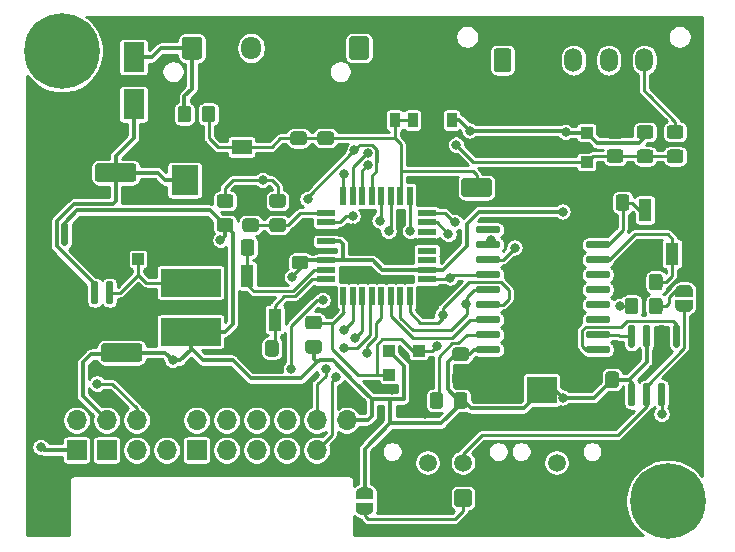
<source format=gbr>
%TF.GenerationSoftware,KiCad,Pcbnew,(5.1.6-0-10_14)*%
%TF.CreationDate,2021-11-18T21:32:24+01:00*%
%TF.ProjectId,SmartDisplay,536d6172-7444-4697-9370-6c61792e6b69,rev?*%
%TF.SameCoordinates,Original*%
%TF.FileFunction,Copper,L1,Top*%
%TF.FilePolarity,Positive*%
%FSLAX46Y46*%
G04 Gerber Fmt 4.6, Leading zero omitted, Abs format (unit mm)*
G04 Created by KiCad (PCBNEW (5.1.6-0-10_14)) date 2021-11-18 21:32:24*
%MOMM*%
%LPD*%
G01*
G04 APERTURE LIST*
%TA.AperFunction,SMDPad,CuDef*%
%ADD10R,0.900000X1.200000*%
%TD*%
%TA.AperFunction,ComponentPad*%
%ADD11O,1.700000X1.700000*%
%TD*%
%TA.AperFunction,ComponentPad*%
%ADD12R,1.700000X1.700000*%
%TD*%
%TA.AperFunction,ComponentPad*%
%ADD13O,1.700000X2.000000*%
%TD*%
%TA.AperFunction,ComponentPad*%
%ADD14O,1.700000X1.950000*%
%TD*%
%TA.AperFunction,ComponentPad*%
%ADD15O,1.500000X2.020000*%
%TD*%
%TA.AperFunction,SMDPad,CuDef*%
%ADD16R,2.500000X2.300000*%
%TD*%
%TA.AperFunction,SMDPad,CuDef*%
%ADD17R,1.800000X2.500000*%
%TD*%
%TA.AperFunction,ComponentPad*%
%ADD18C,1.500000*%
%TD*%
%TA.AperFunction,SMDPad,CuDef*%
%ADD19R,1.000000X1.000000*%
%TD*%
%TA.AperFunction,SMDPad,CuDef*%
%ADD20R,1.100000X1.900000*%
%TD*%
%TA.AperFunction,SMDPad,CuDef*%
%ADD21C,0.100000*%
%TD*%
%TA.AperFunction,SMDPad,CuDef*%
%ADD22R,1.700000X1.300000*%
%TD*%
%TA.AperFunction,SMDPad,CuDef*%
%ADD23R,5.100000X2.350000*%
%TD*%
%TA.AperFunction,SMDPad,CuDef*%
%ADD24R,2.300000X2.500000*%
%TD*%
%TA.AperFunction,ComponentPad*%
%ADD25C,0.800000*%
%TD*%
%TA.AperFunction,ComponentPad*%
%ADD26C,6.400000*%
%TD*%
%TA.AperFunction,SMDPad,CuDef*%
%ADD27R,0.550000X1.600000*%
%TD*%
%TA.AperFunction,SMDPad,CuDef*%
%ADD28R,1.600000X0.550000*%
%TD*%
%TA.AperFunction,ViaPad*%
%ADD29C,0.800000*%
%TD*%
%TA.AperFunction,Conductor*%
%ADD30C,0.250000*%
%TD*%
%TA.AperFunction,Conductor*%
%ADD31C,0.350000*%
%TD*%
%TA.AperFunction,Conductor*%
%ADD32C,0.254000*%
%TD*%
G04 APERTURE END LIST*
D10*
%TO.P,D5,2*%
%TO.N,GND*%
X155196000Y-86360000D03*
%TO.P,D5,1*%
%TO.N,A3*%
X158496000Y-86360000D03*
%TD*%
%TO.P,D3,2*%
%TO.N,A3*%
X160020000Y-86360000D03*
%TO.P,D3,1*%
%TO.N,+5V*%
X163320000Y-86360000D03*
%TD*%
D11*
%TO.P,J5,6*%
%TO.N,GND*%
X139192000Y-111760000D03*
%TO.P,J5,5*%
%TO.N,RESET*%
X139192000Y-114300000D03*
%TO.P,J5,4*%
%TO.N,MOSI*%
X136652000Y-111760000D03*
%TO.P,J5,3*%
%TO.N,SCK*%
X136652000Y-114300000D03*
%TO.P,J5,2*%
%TO.N,+5V*%
X134112000Y-111760000D03*
D12*
%TO.P,J5,1*%
%TO.N,MISO*%
X134112000Y-114300000D03*
%TD*%
D13*
%TO.P,J2,2*%
%TO.N,GND*%
X157988000Y-80264000D03*
%TO.P,J2,1*%
%TO.N,Net-(J2-Pad1)*%
%TA.AperFunction,ComponentPad*%
G36*
G01*
X154638000Y-81014000D02*
X154638000Y-79514000D01*
G75*
G02*
X154888000Y-79264000I250000J0D01*
G01*
X156088000Y-79264000D01*
G75*
G02*
X156338000Y-79514000I0J-250000D01*
G01*
X156338000Y-81014000D01*
G75*
G02*
X156088000Y-81264000I-250000J0D01*
G01*
X154888000Y-81264000D01*
G75*
G02*
X154638000Y-81014000I0J250000D01*
G01*
G37*
%TD.AperFunction*%
%TD*%
D14*
%TO.P,J4,4*%
%TO.N,GND*%
X148844000Y-80264000D03*
%TO.P,J4,3*%
%TO.N,INSTR.BEL*%
X146344000Y-80264000D03*
%TO.P,J4,2*%
%TO.N,GND*%
X143844000Y-80264000D03*
%TO.P,J4,1*%
%TO.N,+12V*%
%TA.AperFunction,ComponentPad*%
G36*
G01*
X140494000Y-80989000D02*
X140494000Y-79539000D01*
G75*
G02*
X140744000Y-79289000I250000J0D01*
G01*
X141944000Y-79289000D01*
G75*
G02*
X142194000Y-79539000I0J-250000D01*
G01*
X142194000Y-80989000D01*
G75*
G02*
X141944000Y-81239000I-250000J0D01*
G01*
X140744000Y-81239000D01*
G75*
G02*
X140494000Y-80989000I0J250000D01*
G01*
G37*
%TD.AperFunction*%
%TD*%
D11*
%TO.P,J3,2*%
%TO.N,INSTR.BEL*%
X131572000Y-111760000D03*
D12*
%TO.P,J3,1*%
%TO.N,+12V*%
X131572000Y-114300000D03*
%TD*%
D15*
%TO.P,J6,5*%
%TO.N,Net-(C12-Pad1)*%
X179640000Y-81280000D03*
%TO.P,J6,4*%
%TO.N,RXD*%
X176640000Y-81280000D03*
%TO.P,J6,3*%
%TO.N,TXD*%
X173640000Y-81280000D03*
%TO.P,J6,2*%
%TO.N,GND*%
X170640000Y-81280000D03*
%TO.P,J6,1*%
%TO.N,+5V*%
%TA.AperFunction,ComponentPad*%
G36*
G01*
X166890000Y-82040000D02*
X166890000Y-80520000D01*
G75*
G02*
X167140000Y-80270000I250000J0D01*
G01*
X168140000Y-80270000D01*
G75*
G02*
X168390000Y-80520000I0J-250000D01*
G01*
X168390000Y-82040000D01*
G75*
G02*
X168140000Y-82290000I-250000J0D01*
G01*
X167140000Y-82290000D01*
G75*
G02*
X166890000Y-82040000I0J250000D01*
G01*
G37*
%TD.AperFunction*%
%TD*%
D11*
%TO.P,J7,12*%
%TO.N,+5V*%
X154432000Y-111760000D03*
%TO.P,J7,11*%
%TO.N,GND*%
X154432000Y-114300000D03*
%TO.P,J7,10*%
%TO.N,SCL*%
X151892000Y-111760000D03*
%TO.P,J7,9*%
%TO.N,SDA*%
X151892000Y-114300000D03*
%TO.P,J7,8*%
%TO.N,D4*%
X149352000Y-111760000D03*
%TO.P,J7,7*%
%TO.N,A2*%
X149352000Y-114300000D03*
%TO.P,J7,6*%
%TO.N,A1*%
X146812000Y-111760000D03*
%TO.P,J7,5*%
%TO.N,A0*%
X146812000Y-114300000D03*
%TO.P,J7,4*%
%TO.N,D9*%
X144272000Y-111760000D03*
%TO.P,J7,3*%
%TO.N,D8*%
X144272000Y-114300000D03*
%TO.P,J7,2*%
%TO.N,D7*%
X141732000Y-111760000D03*
D12*
%TO.P,J7,1*%
%TO.N,D6*%
X141732000Y-114300000D03*
%TD*%
%TO.P,U1,18*%
%TO.N,+5V*%
%TA.AperFunction,SMDPad,CuDef*%
G36*
G01*
X167444000Y-105641000D02*
X167444000Y-105941000D01*
G75*
G02*
X167294000Y-106091000I-150000J0D01*
G01*
X165544000Y-106091000D01*
G75*
G02*
X165394000Y-105941000I0J150000D01*
G01*
X165394000Y-105641000D01*
G75*
G02*
X165544000Y-105491000I150000J0D01*
G01*
X167294000Y-105491000D01*
G75*
G02*
X167444000Y-105641000I0J-150000D01*
G01*
G37*
%TD.AperFunction*%
%TO.P,U1,17*%
%TO.N,Net-(R3-Pad2)*%
%TA.AperFunction,SMDPad,CuDef*%
G36*
G01*
X167444000Y-104371000D02*
X167444000Y-104671000D01*
G75*
G02*
X167294000Y-104821000I-150000J0D01*
G01*
X165544000Y-104821000D01*
G75*
G02*
X165394000Y-104671000I0J150000D01*
G01*
X165394000Y-104371000D01*
G75*
G02*
X165544000Y-104221000I150000J0D01*
G01*
X167294000Y-104221000D01*
G75*
G02*
X167444000Y-104371000I0J-150000D01*
G01*
G37*
%TD.AperFunction*%
%TO.P,U1,16*%
%TO.N,SS*%
%TA.AperFunction,SMDPad,CuDef*%
G36*
G01*
X167444000Y-103101000D02*
X167444000Y-103401000D01*
G75*
G02*
X167294000Y-103551000I-150000J0D01*
G01*
X165544000Y-103551000D01*
G75*
G02*
X165394000Y-103401000I0J150000D01*
G01*
X165394000Y-103101000D01*
G75*
G02*
X165544000Y-102951000I150000J0D01*
G01*
X167294000Y-102951000D01*
G75*
G02*
X167444000Y-103101000I0J-150000D01*
G01*
G37*
%TD.AperFunction*%
%TO.P,U1,15*%
%TO.N,MISO*%
%TA.AperFunction,SMDPad,CuDef*%
G36*
G01*
X167444000Y-101831000D02*
X167444000Y-102131000D01*
G75*
G02*
X167294000Y-102281000I-150000J0D01*
G01*
X165544000Y-102281000D01*
G75*
G02*
X165394000Y-102131000I0J150000D01*
G01*
X165394000Y-101831000D01*
G75*
G02*
X165544000Y-101681000I150000J0D01*
G01*
X167294000Y-101681000D01*
G75*
G02*
X167444000Y-101831000I0J-150000D01*
G01*
G37*
%TD.AperFunction*%
%TO.P,U1,14*%
%TO.N,MOSI*%
%TA.AperFunction,SMDPad,CuDef*%
G36*
G01*
X167444000Y-100561000D02*
X167444000Y-100861000D01*
G75*
G02*
X167294000Y-101011000I-150000J0D01*
G01*
X165544000Y-101011000D01*
G75*
G02*
X165394000Y-100861000I0J150000D01*
G01*
X165394000Y-100561000D01*
G75*
G02*
X165544000Y-100411000I150000J0D01*
G01*
X167294000Y-100411000D01*
G75*
G02*
X167444000Y-100561000I0J-150000D01*
G01*
G37*
%TD.AperFunction*%
%TO.P,U1,13*%
%TO.N,SCK*%
%TA.AperFunction,SMDPad,CuDef*%
G36*
G01*
X167444000Y-99291000D02*
X167444000Y-99591000D01*
G75*
G02*
X167294000Y-99741000I-150000J0D01*
G01*
X165544000Y-99741000D01*
G75*
G02*
X165394000Y-99591000I0J150000D01*
G01*
X165394000Y-99291000D01*
G75*
G02*
X165544000Y-99141000I150000J0D01*
G01*
X167294000Y-99141000D01*
G75*
G02*
X167444000Y-99291000I0J-150000D01*
G01*
G37*
%TD.AperFunction*%
%TO.P,U1,12*%
%TO.N,D2*%
%TA.AperFunction,SMDPad,CuDef*%
G36*
G01*
X167444000Y-98021000D02*
X167444000Y-98321000D01*
G75*
G02*
X167294000Y-98471000I-150000J0D01*
G01*
X165544000Y-98471000D01*
G75*
G02*
X165394000Y-98321000I0J150000D01*
G01*
X165394000Y-98021000D01*
G75*
G02*
X165544000Y-97871000I150000J0D01*
G01*
X167294000Y-97871000D01*
G75*
G02*
X167444000Y-98021000I0J-150000D01*
G01*
G37*
%TD.AperFunction*%
%TO.P,U1,11*%
%TO.N,N/C*%
%TA.AperFunction,SMDPad,CuDef*%
G36*
G01*
X167444000Y-96751000D02*
X167444000Y-97051000D01*
G75*
G02*
X167294000Y-97201000I-150000J0D01*
G01*
X165544000Y-97201000D01*
G75*
G02*
X165394000Y-97051000I0J150000D01*
G01*
X165394000Y-96751000D01*
G75*
G02*
X165544000Y-96601000I150000J0D01*
G01*
X167294000Y-96601000D01*
G75*
G02*
X167444000Y-96751000I0J-150000D01*
G01*
G37*
%TD.AperFunction*%
%TO.P,U1,10*%
%TA.AperFunction,SMDPad,CuDef*%
G36*
G01*
X167444000Y-95481000D02*
X167444000Y-95781000D01*
G75*
G02*
X167294000Y-95931000I-150000J0D01*
G01*
X165544000Y-95931000D01*
G75*
G02*
X165394000Y-95781000I0J150000D01*
G01*
X165394000Y-95481000D01*
G75*
G02*
X165544000Y-95331000I150000J0D01*
G01*
X167294000Y-95331000D01*
G75*
G02*
X167444000Y-95481000I0J-150000D01*
G01*
G37*
%TD.AperFunction*%
%TO.P,U1,9*%
%TO.N,GND*%
%TA.AperFunction,SMDPad,CuDef*%
G36*
G01*
X176744000Y-95481000D02*
X176744000Y-95781000D01*
G75*
G02*
X176594000Y-95931000I-150000J0D01*
G01*
X174844000Y-95931000D01*
G75*
G02*
X174694000Y-95781000I0J150000D01*
G01*
X174694000Y-95481000D01*
G75*
G02*
X174844000Y-95331000I150000J0D01*
G01*
X176594000Y-95331000D01*
G75*
G02*
X176744000Y-95481000I0J-150000D01*
G01*
G37*
%TD.AperFunction*%
%TO.P,U1,8*%
%TO.N,Net-(C7-Pad1)*%
%TA.AperFunction,SMDPad,CuDef*%
G36*
G01*
X176744000Y-96751000D02*
X176744000Y-97051000D01*
G75*
G02*
X176594000Y-97201000I-150000J0D01*
G01*
X174844000Y-97201000D01*
G75*
G02*
X174694000Y-97051000I0J150000D01*
G01*
X174694000Y-96751000D01*
G75*
G02*
X174844000Y-96601000I150000J0D01*
G01*
X176594000Y-96601000D01*
G75*
G02*
X176744000Y-96751000I0J-150000D01*
G01*
G37*
%TD.AperFunction*%
%TO.P,U1,7*%
%TO.N,Net-(C8-Pad1)*%
%TA.AperFunction,SMDPad,CuDef*%
G36*
G01*
X176744000Y-98021000D02*
X176744000Y-98321000D01*
G75*
G02*
X176594000Y-98471000I-150000J0D01*
G01*
X174844000Y-98471000D01*
G75*
G02*
X174694000Y-98321000I0J150000D01*
G01*
X174694000Y-98021000D01*
G75*
G02*
X174844000Y-97871000I150000J0D01*
G01*
X176594000Y-97871000D01*
G75*
G02*
X176744000Y-98021000I0J-150000D01*
G01*
G37*
%TD.AperFunction*%
%TO.P,U1,6*%
%TO.N,N/C*%
%TA.AperFunction,SMDPad,CuDef*%
G36*
G01*
X176744000Y-99291000D02*
X176744000Y-99591000D01*
G75*
G02*
X176594000Y-99741000I-150000J0D01*
G01*
X174844000Y-99741000D01*
G75*
G02*
X174694000Y-99591000I0J150000D01*
G01*
X174694000Y-99291000D01*
G75*
G02*
X174844000Y-99141000I150000J0D01*
G01*
X176594000Y-99141000D01*
G75*
G02*
X176744000Y-99291000I0J-150000D01*
G01*
G37*
%TD.AperFunction*%
%TO.P,U1,5*%
%TA.AperFunction,SMDPad,CuDef*%
G36*
G01*
X176744000Y-100561000D02*
X176744000Y-100861000D01*
G75*
G02*
X176594000Y-101011000I-150000J0D01*
G01*
X174844000Y-101011000D01*
G75*
G02*
X174694000Y-100861000I0J150000D01*
G01*
X174694000Y-100561000D01*
G75*
G02*
X174844000Y-100411000I150000J0D01*
G01*
X176594000Y-100411000D01*
G75*
G02*
X176744000Y-100561000I0J-150000D01*
G01*
G37*
%TD.AperFunction*%
%TO.P,U1,4*%
%TA.AperFunction,SMDPad,CuDef*%
G36*
G01*
X176744000Y-101831000D02*
X176744000Y-102131000D01*
G75*
G02*
X176594000Y-102281000I-150000J0D01*
G01*
X174844000Y-102281000D01*
G75*
G02*
X174694000Y-102131000I0J150000D01*
G01*
X174694000Y-101831000D01*
G75*
G02*
X174844000Y-101681000I150000J0D01*
G01*
X176594000Y-101681000D01*
G75*
G02*
X176744000Y-101831000I0J-150000D01*
G01*
G37*
%TD.AperFunction*%
%TO.P,U1,3*%
%TA.AperFunction,SMDPad,CuDef*%
G36*
G01*
X176744000Y-103101000D02*
X176744000Y-103401000D01*
G75*
G02*
X176594000Y-103551000I-150000J0D01*
G01*
X174844000Y-103551000D01*
G75*
G02*
X174694000Y-103401000I0J150000D01*
G01*
X174694000Y-103101000D01*
G75*
G02*
X174844000Y-102951000I150000J0D01*
G01*
X176594000Y-102951000D01*
G75*
G02*
X176744000Y-103101000I0J-150000D01*
G01*
G37*
%TD.AperFunction*%
%TO.P,U1,2*%
%TO.N,Net-(U1-Pad2)*%
%TA.AperFunction,SMDPad,CuDef*%
G36*
G01*
X176744000Y-104371000D02*
X176744000Y-104671000D01*
G75*
G02*
X176594000Y-104821000I-150000J0D01*
G01*
X174844000Y-104821000D01*
G75*
G02*
X174694000Y-104671000I0J150000D01*
G01*
X174694000Y-104371000D01*
G75*
G02*
X174844000Y-104221000I150000J0D01*
G01*
X176594000Y-104221000D01*
G75*
G02*
X176744000Y-104371000I0J-150000D01*
G01*
G37*
%TD.AperFunction*%
%TO.P,U1,1*%
%TO.N,Net-(U1-Pad1)*%
%TA.AperFunction,SMDPad,CuDef*%
G36*
G01*
X176744000Y-105641000D02*
X176744000Y-105941000D01*
G75*
G02*
X176594000Y-106091000I-150000J0D01*
G01*
X174844000Y-106091000D01*
G75*
G02*
X174694000Y-105941000I0J150000D01*
G01*
X174694000Y-105641000D01*
G75*
G02*
X174844000Y-105491000I150000J0D01*
G01*
X176594000Y-105491000D01*
G75*
G02*
X176744000Y-105641000I0J-150000D01*
G01*
G37*
%TD.AperFunction*%
%TD*%
D16*
%TO.P,D2,2*%
%TO.N,GND*%
X166642000Y-109220000D03*
%TO.P,D2,1*%
%TO.N,+5V*%
X170942000Y-109220000D03*
%TD*%
D17*
%TO.P,D8,2*%
%TO.N,+12V*%
X136398000Y-81026000D03*
%TO.P,D8,1*%
%TO.N,Net-(C13-Pad1)*%
X136398000Y-85026000D03*
%TD*%
D18*
%TO.P,J8,2*%
%TO.N,D5*%
X172212000Y-115364000D03*
%TO.P,J8,1*%
%TO.N,GND*%
%TA.AperFunction,ComponentPad*%
G36*
G01*
X172962000Y-117864000D02*
X172962000Y-118864000D01*
G75*
G02*
X172712000Y-119114000I-250000J0D01*
G01*
X171712000Y-119114000D01*
G75*
G02*
X171462000Y-118864000I0J250000D01*
G01*
X171462000Y-117864000D01*
G75*
G02*
X171712000Y-117614000I250000J0D01*
G01*
X172712000Y-117614000D01*
G75*
G02*
X172962000Y-117864000I0J-250000D01*
G01*
G37*
%TD.AperFunction*%
%TD*%
D19*
%TO.P,D7,2*%
%TO.N,GND*%
X160528000Y-107950000D03*
%TO.P,D7,1*%
%TO.N,D5*%
X158028000Y-107950000D03*
%TD*%
%TO.P,D6,2*%
%TO.N,D5*%
X160528000Y-105918000D03*
%TO.P,D6,1*%
%TO.N,+5V*%
X158028000Y-105918000D03*
%TD*%
%TO.P,D1,2*%
%TO.N,RESET*%
X174752000Y-89916000D03*
%TO.P,D1,1*%
%TO.N,+5V*%
X174752000Y-87416000D03*
%TD*%
%TO.P,D10,2*%
%TO.N,GND*%
X136779000Y-95631000D03*
%TO.P,D10,1*%
%TO.N,Net-(D10-Pad1)*%
X136779000Y-98131000D03*
%TD*%
D20*
%TO.P,Y2,4*%
%TO.N,GND*%
X181991000Y-93980000D03*
%TO.P,Y2,3*%
%TO.N,Net-(C8-Pad1)*%
X181991000Y-97680000D03*
%TO.P,Y2,2*%
%TO.N,GND*%
X179691000Y-97680000D03*
%TO.P,Y2,1*%
%TO.N,Net-(C7-Pad1)*%
X179691000Y-93980000D03*
%TD*%
%TO.P,Y1,4*%
%TO.N,GND*%
X148336000Y-99568000D03*
%TO.P,Y1,3*%
%TO.N,Net-(C3-Pad2)*%
X148336000Y-103268000D03*
%TO.P,Y1,2*%
%TO.N,GND*%
X146036000Y-103268000D03*
%TO.P,Y1,1*%
%TO.N,Net-(C2-Pad2)*%
X146036000Y-99568000D03*
%TD*%
%TA.AperFunction,SMDPad,CuDef*%
D21*
%TO.P,JP1,2*%
%TO.N,Net-(J1-Pad1)*%
G36*
X156705398Y-119268000D02*
G01*
X156705398Y-119292534D01*
X156700588Y-119341365D01*
X156691016Y-119389490D01*
X156676772Y-119436445D01*
X156657995Y-119481778D01*
X156634864Y-119525051D01*
X156607604Y-119565850D01*
X156576476Y-119603779D01*
X156541779Y-119638476D01*
X156503850Y-119669604D01*
X156463051Y-119696864D01*
X156419778Y-119719995D01*
X156374445Y-119738772D01*
X156327490Y-119753016D01*
X156279365Y-119762588D01*
X156230534Y-119767398D01*
X156206000Y-119767398D01*
X156206000Y-119768000D01*
X155706000Y-119768000D01*
X155706000Y-119767398D01*
X155681466Y-119767398D01*
X155632635Y-119762588D01*
X155584510Y-119753016D01*
X155537555Y-119738772D01*
X155492222Y-119719995D01*
X155448949Y-119696864D01*
X155408150Y-119669604D01*
X155370221Y-119638476D01*
X155335524Y-119603779D01*
X155304396Y-119565850D01*
X155277136Y-119525051D01*
X155254005Y-119481778D01*
X155235228Y-119436445D01*
X155220984Y-119389490D01*
X155211412Y-119341365D01*
X155206602Y-119292534D01*
X155206602Y-119268000D01*
X155206000Y-119268000D01*
X155206000Y-118768000D01*
X156706000Y-118768000D01*
X156706000Y-119268000D01*
X156705398Y-119268000D01*
G37*
%TD.AperFunction*%
%TA.AperFunction,SMDPad,CuDef*%
%TO.P,JP1,1*%
%TO.N,+5V*%
G36*
X155206000Y-118468000D02*
G01*
X155206000Y-117968000D01*
X155206602Y-117968000D01*
X155206602Y-117943466D01*
X155211412Y-117894635D01*
X155220984Y-117846510D01*
X155235228Y-117799555D01*
X155254005Y-117754222D01*
X155277136Y-117710949D01*
X155304396Y-117670150D01*
X155335524Y-117632221D01*
X155370221Y-117597524D01*
X155408150Y-117566396D01*
X155448949Y-117539136D01*
X155492222Y-117516005D01*
X155537555Y-117497228D01*
X155584510Y-117482984D01*
X155632635Y-117473412D01*
X155681466Y-117468602D01*
X155706000Y-117468602D01*
X155706000Y-117468000D01*
X156206000Y-117468000D01*
X156206000Y-117468602D01*
X156230534Y-117468602D01*
X156279365Y-117473412D01*
X156327490Y-117482984D01*
X156374445Y-117497228D01*
X156419778Y-117516005D01*
X156463051Y-117539136D01*
X156503850Y-117566396D01*
X156541779Y-117597524D01*
X156576476Y-117632221D01*
X156607604Y-117670150D01*
X156634864Y-117710949D01*
X156657995Y-117754222D01*
X156676772Y-117799555D01*
X156691016Y-117846510D01*
X156700588Y-117894635D01*
X156705398Y-117943466D01*
X156705398Y-117968000D01*
X156706000Y-117968000D01*
X156706000Y-118468000D01*
X155206000Y-118468000D01*
G37*
%TD.AperFunction*%
%TD*%
%TO.P,R7,2*%
%TO.N,GND*%
%TA.AperFunction,SMDPad,CuDef*%
G36*
G01*
X150818001Y-86427000D02*
X149917999Y-86427000D01*
G75*
G02*
X149668000Y-86177001I0J249999D01*
G01*
X149668000Y-85526999D01*
G75*
G02*
X149917999Y-85277000I249999J0D01*
G01*
X150818001Y-85277000D01*
G75*
G02*
X151068000Y-85526999I0J-249999D01*
G01*
X151068000Y-86177001D01*
G75*
G02*
X150818001Y-86427000I-249999J0D01*
G01*
G37*
%TD.AperFunction*%
%TO.P,R7,1*%
%TO.N,A3*%
%TA.AperFunction,SMDPad,CuDef*%
G36*
G01*
X150818001Y-88477000D02*
X149917999Y-88477000D01*
G75*
G02*
X149668000Y-88227001I0J249999D01*
G01*
X149668000Y-87576999D01*
G75*
G02*
X149917999Y-87327000I249999J0D01*
G01*
X150818001Y-87327000D01*
G75*
G02*
X151068000Y-87576999I0J-249999D01*
G01*
X151068000Y-88227001D01*
G75*
G02*
X150818001Y-88477000I-249999J0D01*
G01*
G37*
%TD.AperFunction*%
%TD*%
%TO.P,R6,2*%
%TO.N,+12V*%
%TA.AperFunction,SMDPad,CuDef*%
G36*
G01*
X141273000Y-85401999D02*
X141273000Y-86302001D01*
G75*
G02*
X141023001Y-86552000I-249999J0D01*
G01*
X140372999Y-86552000D01*
G75*
G02*
X140123000Y-86302001I0J249999D01*
G01*
X140123000Y-85401999D01*
G75*
G02*
X140372999Y-85152000I249999J0D01*
G01*
X141023001Y-85152000D01*
G75*
G02*
X141273000Y-85401999I0J-249999D01*
G01*
G37*
%TD.AperFunction*%
%TO.P,R6,1*%
%TO.N,A3*%
%TA.AperFunction,SMDPad,CuDef*%
G36*
G01*
X143323000Y-85401999D02*
X143323000Y-86302001D01*
G75*
G02*
X143073001Y-86552000I-249999J0D01*
G01*
X142422999Y-86552000D01*
G75*
G02*
X142173000Y-86302001I0J249999D01*
G01*
X142173000Y-85401999D01*
G75*
G02*
X142422999Y-85152000I249999J0D01*
G01*
X143073001Y-85152000D01*
G75*
G02*
X143323000Y-85401999I0J-249999D01*
G01*
G37*
%TD.AperFunction*%
%TD*%
D22*
%TO.P,D4,2*%
%TO.N,GND*%
X145542000Y-85146000D03*
%TO.P,D4,1*%
%TO.N,A3*%
X145542000Y-88646000D03*
%TD*%
%TO.P,C11,2*%
%TO.N,GND*%
%TA.AperFunction,SMDPad,CuDef*%
G36*
G01*
X167737000Y-92625000D02*
X167737000Y-91525000D01*
G75*
G02*
X167987000Y-91275000I250000J0D01*
G01*
X170087000Y-91275000D01*
G75*
G02*
X170337000Y-91525000I0J-250000D01*
G01*
X170337000Y-92625000D01*
G75*
G02*
X170087000Y-92875000I-250000J0D01*
G01*
X167987000Y-92875000D01*
G75*
G02*
X167737000Y-92625000I0J250000D01*
G01*
G37*
%TD.AperFunction*%
%TO.P,C11,1*%
%TO.N,A3*%
%TA.AperFunction,SMDPad,CuDef*%
G36*
G01*
X164137000Y-92625000D02*
X164137000Y-91525000D01*
G75*
G02*
X164387000Y-91275000I250000J0D01*
G01*
X166487000Y-91275000D01*
G75*
G02*
X166737000Y-91525000I0J-250000D01*
G01*
X166737000Y-92625000D01*
G75*
G02*
X166487000Y-92875000I-250000J0D01*
G01*
X164387000Y-92875000D01*
G75*
G02*
X164137000Y-92625000I0J250000D01*
G01*
G37*
%TD.AperFunction*%
%TD*%
%TO.P,C10,2*%
%TO.N,GND*%
%TA.AperFunction,SMDPad,CuDef*%
G36*
G01*
X153104001Y-86409000D02*
X152203999Y-86409000D01*
G75*
G02*
X151954000Y-86159001I0J249999D01*
G01*
X151954000Y-85508999D01*
G75*
G02*
X152203999Y-85259000I249999J0D01*
G01*
X153104001Y-85259000D01*
G75*
G02*
X153354000Y-85508999I0J-249999D01*
G01*
X153354000Y-86159001D01*
G75*
G02*
X153104001Y-86409000I-249999J0D01*
G01*
G37*
%TD.AperFunction*%
%TO.P,C10,1*%
%TO.N,A3*%
%TA.AperFunction,SMDPad,CuDef*%
G36*
G01*
X153104001Y-88459000D02*
X152203999Y-88459000D01*
G75*
G02*
X151954000Y-88209001I0J249999D01*
G01*
X151954000Y-87558999D01*
G75*
G02*
X152203999Y-87309000I249999J0D01*
G01*
X153104001Y-87309000D01*
G75*
G02*
X153354000Y-87558999I0J-249999D01*
G01*
X153354000Y-88209001D01*
G75*
G02*
X153104001Y-88459000I-249999J0D01*
G01*
G37*
%TD.AperFunction*%
%TD*%
%TO.P,U4,8*%
%TO.N,Net-(D10-Pad1)*%
%TA.AperFunction,SMDPad,CuDef*%
G36*
G01*
X134216000Y-99990000D02*
X134516000Y-99990000D01*
G75*
G02*
X134666000Y-100140000I0J-150000D01*
G01*
X134666000Y-101790000D01*
G75*
G02*
X134516000Y-101940000I-150000J0D01*
G01*
X134216000Y-101940000D01*
G75*
G02*
X134066000Y-101790000I0J150000D01*
G01*
X134066000Y-100140000D01*
G75*
G02*
X134216000Y-99990000I150000J0D01*
G01*
G37*
%TD.AperFunction*%
%TO.P,U4,7*%
%TO.N,Net-(C13-Pad1)*%
%TA.AperFunction,SMDPad,CuDef*%
G36*
G01*
X132946000Y-99990000D02*
X133246000Y-99990000D01*
G75*
G02*
X133396000Y-100140000I0J-150000D01*
G01*
X133396000Y-101790000D01*
G75*
G02*
X133246000Y-101940000I-150000J0D01*
G01*
X132946000Y-101940000D01*
G75*
G02*
X132796000Y-101790000I0J150000D01*
G01*
X132796000Y-100140000D01*
G75*
G02*
X132946000Y-99990000I150000J0D01*
G01*
G37*
%TD.AperFunction*%
%TO.P,U4,6*%
%TO.N,GND*%
%TA.AperFunction,SMDPad,CuDef*%
G36*
G01*
X131676000Y-99990000D02*
X131976000Y-99990000D01*
G75*
G02*
X132126000Y-100140000I0J-150000D01*
G01*
X132126000Y-101790000D01*
G75*
G02*
X131976000Y-101940000I-150000J0D01*
G01*
X131676000Y-101940000D01*
G75*
G02*
X131526000Y-101790000I0J150000D01*
G01*
X131526000Y-100140000D01*
G75*
G02*
X131676000Y-99990000I150000J0D01*
G01*
G37*
%TD.AperFunction*%
%TO.P,U4,5*%
%TA.AperFunction,SMDPad,CuDef*%
G36*
G01*
X130406000Y-99990000D02*
X130706000Y-99990000D01*
G75*
G02*
X130856000Y-100140000I0J-150000D01*
G01*
X130856000Y-101790000D01*
G75*
G02*
X130706000Y-101940000I-150000J0D01*
G01*
X130406000Y-101940000D01*
G75*
G02*
X130256000Y-101790000I0J150000D01*
G01*
X130256000Y-100140000D01*
G75*
G02*
X130406000Y-99990000I150000J0D01*
G01*
G37*
%TD.AperFunction*%
%TO.P,U4,4*%
%TO.N,+5V*%
%TA.AperFunction,SMDPad,CuDef*%
G36*
G01*
X130406000Y-95040000D02*
X130706000Y-95040000D01*
G75*
G02*
X130856000Y-95190000I0J-150000D01*
G01*
X130856000Y-96840000D01*
G75*
G02*
X130706000Y-96990000I-150000J0D01*
G01*
X130406000Y-96990000D01*
G75*
G02*
X130256000Y-96840000I0J150000D01*
G01*
X130256000Y-95190000D01*
G75*
G02*
X130406000Y-95040000I150000J0D01*
G01*
G37*
%TD.AperFunction*%
%TO.P,U4,3*%
%TO.N,GND*%
%TA.AperFunction,SMDPad,CuDef*%
G36*
G01*
X131676000Y-95040000D02*
X131976000Y-95040000D01*
G75*
G02*
X132126000Y-95190000I0J-150000D01*
G01*
X132126000Y-96840000D01*
G75*
G02*
X131976000Y-96990000I-150000J0D01*
G01*
X131676000Y-96990000D01*
G75*
G02*
X131526000Y-96840000I0J150000D01*
G01*
X131526000Y-95190000D01*
G75*
G02*
X131676000Y-95040000I150000J0D01*
G01*
G37*
%TD.AperFunction*%
%TO.P,U4,2*%
%TA.AperFunction,SMDPad,CuDef*%
G36*
G01*
X132946000Y-95040000D02*
X133246000Y-95040000D01*
G75*
G02*
X133396000Y-95190000I0J-150000D01*
G01*
X133396000Y-96840000D01*
G75*
G02*
X133246000Y-96990000I-150000J0D01*
G01*
X132946000Y-96990000D01*
G75*
G02*
X132796000Y-96840000I0J150000D01*
G01*
X132796000Y-95190000D01*
G75*
G02*
X132946000Y-95040000I150000J0D01*
G01*
G37*
%TD.AperFunction*%
%TO.P,U4,1*%
%TA.AperFunction,SMDPad,CuDef*%
G36*
G01*
X134216000Y-95040000D02*
X134516000Y-95040000D01*
G75*
G02*
X134666000Y-95190000I0J-150000D01*
G01*
X134666000Y-96840000D01*
G75*
G02*
X134516000Y-96990000I-150000J0D01*
G01*
X134216000Y-96990000D01*
G75*
G02*
X134066000Y-96840000I0J150000D01*
G01*
X134066000Y-95190000D01*
G75*
G02*
X134216000Y-95040000I150000J0D01*
G01*
G37*
%TD.AperFunction*%
%TD*%
D23*
%TO.P,L1,2*%
%TO.N,+5V*%
X141224000Y-104267000D03*
%TO.P,L1,1*%
%TO.N,Net-(D10-Pad1)*%
X141224000Y-100117000D03*
%TD*%
D24*
%TO.P,D9,2*%
%TO.N,GND*%
X140716000Y-95758000D03*
%TO.P,D9,1*%
%TO.N,Net-(C13-Pad1)*%
X140716000Y-91458000D03*
%TD*%
%TO.P,C14,2*%
%TO.N,GND*%
%TA.AperFunction,SMDPad,CuDef*%
G36*
G01*
X131732000Y-105495000D02*
X131732000Y-106595000D01*
G75*
G02*
X131482000Y-106845000I-250000J0D01*
G01*
X128482000Y-106845000D01*
G75*
G02*
X128232000Y-106595000I0J250000D01*
G01*
X128232000Y-105495000D01*
G75*
G02*
X128482000Y-105245000I250000J0D01*
G01*
X131482000Y-105245000D01*
G75*
G02*
X131732000Y-105495000I0J-250000D01*
G01*
G37*
%TD.AperFunction*%
%TO.P,C14,1*%
%TO.N,+5V*%
%TA.AperFunction,SMDPad,CuDef*%
G36*
G01*
X137132000Y-105495000D02*
X137132000Y-106595000D01*
G75*
G02*
X136882000Y-106845000I-250000J0D01*
G01*
X133882000Y-106845000D01*
G75*
G02*
X133632000Y-106595000I0J250000D01*
G01*
X133632000Y-105495000D01*
G75*
G02*
X133882000Y-105245000I250000J0D01*
G01*
X136882000Y-105245000D01*
G75*
G02*
X137132000Y-105495000I0J-250000D01*
G01*
G37*
%TD.AperFunction*%
%TD*%
%TO.P,C13,2*%
%TO.N,GND*%
%TA.AperFunction,SMDPad,CuDef*%
G36*
G01*
X131224000Y-90255000D02*
X131224000Y-91355000D01*
G75*
G02*
X130974000Y-91605000I-250000J0D01*
G01*
X127974000Y-91605000D01*
G75*
G02*
X127724000Y-91355000I0J250000D01*
G01*
X127724000Y-90255000D01*
G75*
G02*
X127974000Y-90005000I250000J0D01*
G01*
X130974000Y-90005000D01*
G75*
G02*
X131224000Y-90255000I0J-250000D01*
G01*
G37*
%TD.AperFunction*%
%TO.P,C13,1*%
%TO.N,Net-(C13-Pad1)*%
%TA.AperFunction,SMDPad,CuDef*%
G36*
G01*
X136624000Y-90255000D02*
X136624000Y-91355000D01*
G75*
G02*
X136374000Y-91605000I-250000J0D01*
G01*
X133374000Y-91605000D01*
G75*
G02*
X133124000Y-91355000I0J250000D01*
G01*
X133124000Y-90255000D01*
G75*
G02*
X133374000Y-90005000I250000J0D01*
G01*
X136374000Y-90005000D01*
G75*
G02*
X136624000Y-90255000I0J-250000D01*
G01*
G37*
%TD.AperFunction*%
%TD*%
%TO.P,C4,2*%
%TO.N,RESET*%
%TA.AperFunction,SMDPad,CuDef*%
G36*
G01*
X176714999Y-88833000D02*
X177615001Y-88833000D01*
G75*
G02*
X177865000Y-89082999I0J-249999D01*
G01*
X177865000Y-89733001D01*
G75*
G02*
X177615001Y-89983000I-249999J0D01*
G01*
X176714999Y-89983000D01*
G75*
G02*
X176465000Y-89733001I0J249999D01*
G01*
X176465000Y-89082999D01*
G75*
G02*
X176714999Y-88833000I249999J0D01*
G01*
G37*
%TD.AperFunction*%
%TO.P,C4,1*%
%TO.N,GND*%
%TA.AperFunction,SMDPad,CuDef*%
G36*
G01*
X176714999Y-86783000D02*
X177615001Y-86783000D01*
G75*
G02*
X177865000Y-87032999I0J-249999D01*
G01*
X177865000Y-87683001D01*
G75*
G02*
X177615001Y-87933000I-249999J0D01*
G01*
X176714999Y-87933000D01*
G75*
G02*
X176465000Y-87683001I0J249999D01*
G01*
X176465000Y-87032999D01*
G75*
G02*
X176714999Y-86783000I249999J0D01*
G01*
G37*
%TD.AperFunction*%
%TD*%
%TO.P,R5,2*%
%TO.N,+5V*%
%TA.AperFunction,SMDPad,CuDef*%
G36*
G01*
X143694999Y-94675000D02*
X144595001Y-94675000D01*
G75*
G02*
X144845000Y-94924999I0J-249999D01*
G01*
X144845000Y-95575001D01*
G75*
G02*
X144595001Y-95825000I-249999J0D01*
G01*
X143694999Y-95825000D01*
G75*
G02*
X143445000Y-95575001I0J249999D01*
G01*
X143445000Y-94924999D01*
G75*
G02*
X143694999Y-94675000I249999J0D01*
G01*
G37*
%TD.AperFunction*%
%TO.P,R5,1*%
%TO.N,Net-(J2-Pad1)*%
%TA.AperFunction,SMDPad,CuDef*%
G36*
G01*
X143694999Y-92625000D02*
X144595001Y-92625000D01*
G75*
G02*
X144845000Y-92874999I0J-249999D01*
G01*
X144845000Y-93525001D01*
G75*
G02*
X144595001Y-93775000I-249999J0D01*
G01*
X143694999Y-93775000D01*
G75*
G02*
X143445000Y-93525001I0J249999D01*
G01*
X143445000Y-92874999D01*
G75*
G02*
X143694999Y-92625000I249999J0D01*
G01*
G37*
%TD.AperFunction*%
%TD*%
%TO.P,R4,2*%
%TO.N,D3*%
%TA.AperFunction,SMDPad,CuDef*%
G36*
G01*
X148139999Y-94675000D02*
X149040001Y-94675000D01*
G75*
G02*
X149290000Y-94924999I0J-249999D01*
G01*
X149290000Y-95575001D01*
G75*
G02*
X149040001Y-95825000I-249999J0D01*
G01*
X148139999Y-95825000D01*
G75*
G02*
X147890000Y-95575001I0J249999D01*
G01*
X147890000Y-94924999D01*
G75*
G02*
X148139999Y-94675000I249999J0D01*
G01*
G37*
%TD.AperFunction*%
%TO.P,R4,1*%
%TO.N,Net-(J2-Pad1)*%
%TA.AperFunction,SMDPad,CuDef*%
G36*
G01*
X148139999Y-92625000D02*
X149040001Y-92625000D01*
G75*
G02*
X149290000Y-92874999I0J-249999D01*
G01*
X149290000Y-93525001D01*
G75*
G02*
X149040001Y-93775000I-249999J0D01*
G01*
X148139999Y-93775000D01*
G75*
G02*
X147890000Y-93525001I0J249999D01*
G01*
X147890000Y-92874999D01*
G75*
G02*
X148139999Y-92625000I249999J0D01*
G01*
G37*
%TD.AperFunction*%
%TD*%
%TO.P,C9,2*%
%TO.N,GND*%
%TA.AperFunction,SMDPad,CuDef*%
G36*
G01*
X146754001Y-93775000D02*
X145853999Y-93775000D01*
G75*
G02*
X145604000Y-93525001I0J249999D01*
G01*
X145604000Y-92874999D01*
G75*
G02*
X145853999Y-92625000I249999J0D01*
G01*
X146754001Y-92625000D01*
G75*
G02*
X147004000Y-92874999I0J-249999D01*
G01*
X147004000Y-93525001D01*
G75*
G02*
X146754001Y-93775000I-249999J0D01*
G01*
G37*
%TD.AperFunction*%
%TO.P,C9,1*%
%TO.N,D3*%
%TA.AperFunction,SMDPad,CuDef*%
G36*
G01*
X146754001Y-95825000D02*
X145853999Y-95825000D01*
G75*
G02*
X145604000Y-95575001I0J249999D01*
G01*
X145604000Y-94924999D01*
G75*
G02*
X145853999Y-94675000I249999J0D01*
G01*
X146754001Y-94675000D01*
G75*
G02*
X147004000Y-94924999I0J-249999D01*
G01*
X147004000Y-95575001D01*
G75*
G02*
X146754001Y-95825000I-249999J0D01*
G01*
G37*
%TD.AperFunction*%
%TD*%
D25*
%TO.P,H2,1*%
%TO.N,Net-(H2-Pad1)*%
X183307056Y-116920944D03*
X181610000Y-116218000D03*
X179912944Y-116920944D03*
X179210000Y-118618000D03*
X179912944Y-120315056D03*
X181610000Y-121018000D03*
X183307056Y-120315056D03*
X184010000Y-118618000D03*
D26*
X181610000Y-118618000D03*
%TD*%
D25*
%TO.P,H1,1*%
%TO.N,Net-(H1-Pad1)*%
X131999056Y-78820944D03*
X130302000Y-78118000D03*
X128604944Y-78820944D03*
X127902000Y-80518000D03*
X128604944Y-82215056D03*
X130302000Y-82918000D03*
X131999056Y-82215056D03*
X132702000Y-80518000D03*
D26*
X130302000Y-80518000D03*
%TD*%
%TO.P,U2,8*%
%TO.N,GND*%
%TA.AperFunction,SMDPad,CuDef*%
G36*
G01*
X182222000Y-108623000D02*
X182522000Y-108623000D01*
G75*
G02*
X182672000Y-108773000I0J-150000D01*
G01*
X182672000Y-110423000D01*
G75*
G02*
X182522000Y-110573000I-150000J0D01*
G01*
X182222000Y-110573000D01*
G75*
G02*
X182072000Y-110423000I0J150000D01*
G01*
X182072000Y-108773000D01*
G75*
G02*
X182222000Y-108623000I150000J0D01*
G01*
G37*
%TD.AperFunction*%
%TO.P,U2,7*%
%TO.N,CANH*%
%TA.AperFunction,SMDPad,CuDef*%
G36*
G01*
X180952000Y-108623000D02*
X181252000Y-108623000D01*
G75*
G02*
X181402000Y-108773000I0J-150000D01*
G01*
X181402000Y-110423000D01*
G75*
G02*
X181252000Y-110573000I-150000J0D01*
G01*
X180952000Y-110573000D01*
G75*
G02*
X180802000Y-110423000I0J150000D01*
G01*
X180802000Y-108773000D01*
G75*
G02*
X180952000Y-108623000I150000J0D01*
G01*
G37*
%TD.AperFunction*%
%TO.P,U2,6*%
%TO.N,CANL*%
%TA.AperFunction,SMDPad,CuDef*%
G36*
G01*
X179682000Y-108623000D02*
X179982000Y-108623000D01*
G75*
G02*
X180132000Y-108773000I0J-150000D01*
G01*
X180132000Y-110423000D01*
G75*
G02*
X179982000Y-110573000I-150000J0D01*
G01*
X179682000Y-110573000D01*
G75*
G02*
X179532000Y-110423000I0J150000D01*
G01*
X179532000Y-108773000D01*
G75*
G02*
X179682000Y-108623000I150000J0D01*
G01*
G37*
%TD.AperFunction*%
%TO.P,U2,5*%
%TO.N,+5V*%
%TA.AperFunction,SMDPad,CuDef*%
G36*
G01*
X178412000Y-108623000D02*
X178712000Y-108623000D01*
G75*
G02*
X178862000Y-108773000I0J-150000D01*
G01*
X178862000Y-110423000D01*
G75*
G02*
X178712000Y-110573000I-150000J0D01*
G01*
X178412000Y-110573000D01*
G75*
G02*
X178262000Y-110423000I0J150000D01*
G01*
X178262000Y-108773000D01*
G75*
G02*
X178412000Y-108623000I150000J0D01*
G01*
G37*
%TD.AperFunction*%
%TO.P,U2,4*%
%TO.N,Net-(U1-Pad2)*%
%TA.AperFunction,SMDPad,CuDef*%
G36*
G01*
X178412000Y-103673000D02*
X178712000Y-103673000D01*
G75*
G02*
X178862000Y-103823000I0J-150000D01*
G01*
X178862000Y-105473000D01*
G75*
G02*
X178712000Y-105623000I-150000J0D01*
G01*
X178412000Y-105623000D01*
G75*
G02*
X178262000Y-105473000I0J150000D01*
G01*
X178262000Y-103823000D01*
G75*
G02*
X178412000Y-103673000I150000J0D01*
G01*
G37*
%TD.AperFunction*%
%TO.P,U2,3*%
%TO.N,+5V*%
%TA.AperFunction,SMDPad,CuDef*%
G36*
G01*
X179682000Y-103673000D02*
X179982000Y-103673000D01*
G75*
G02*
X180132000Y-103823000I0J-150000D01*
G01*
X180132000Y-105473000D01*
G75*
G02*
X179982000Y-105623000I-150000J0D01*
G01*
X179682000Y-105623000D01*
G75*
G02*
X179532000Y-105473000I0J150000D01*
G01*
X179532000Y-103823000D01*
G75*
G02*
X179682000Y-103673000I150000J0D01*
G01*
G37*
%TD.AperFunction*%
%TO.P,U2,2*%
%TO.N,GND*%
%TA.AperFunction,SMDPad,CuDef*%
G36*
G01*
X180952000Y-103673000D02*
X181252000Y-103673000D01*
G75*
G02*
X181402000Y-103823000I0J-150000D01*
G01*
X181402000Y-105473000D01*
G75*
G02*
X181252000Y-105623000I-150000J0D01*
G01*
X180952000Y-105623000D01*
G75*
G02*
X180802000Y-105473000I0J150000D01*
G01*
X180802000Y-103823000D01*
G75*
G02*
X180952000Y-103673000I150000J0D01*
G01*
G37*
%TD.AperFunction*%
%TO.P,U2,1*%
%TO.N,Net-(U1-Pad1)*%
%TA.AperFunction,SMDPad,CuDef*%
G36*
G01*
X182222000Y-103673000D02*
X182522000Y-103673000D01*
G75*
G02*
X182672000Y-103823000I0J-150000D01*
G01*
X182672000Y-105473000D01*
G75*
G02*
X182522000Y-105623000I-150000J0D01*
G01*
X182222000Y-105623000D01*
G75*
G02*
X182072000Y-105473000I0J150000D01*
G01*
X182072000Y-103823000D01*
G75*
G02*
X182222000Y-103673000I150000J0D01*
G01*
G37*
%TD.AperFunction*%
%TD*%
%TO.P,R3,2*%
%TO.N,Net-(R3-Pad2)*%
%TA.AperFunction,SMDPad,CuDef*%
G36*
G01*
X162609000Y-109658999D02*
X162609000Y-110559001D01*
G75*
G02*
X162359001Y-110809000I-249999J0D01*
G01*
X161708999Y-110809000D01*
G75*
G02*
X161459000Y-110559001I0J249999D01*
G01*
X161459000Y-109658999D01*
G75*
G02*
X161708999Y-109409000I249999J0D01*
G01*
X162359001Y-109409000D01*
G75*
G02*
X162609000Y-109658999I0J-249999D01*
G01*
G37*
%TD.AperFunction*%
%TO.P,R3,1*%
%TO.N,+5V*%
%TA.AperFunction,SMDPad,CuDef*%
G36*
G01*
X164659000Y-109658999D02*
X164659000Y-110559001D01*
G75*
G02*
X164409001Y-110809000I-249999J0D01*
G01*
X163758999Y-110809000D01*
G75*
G02*
X163509000Y-110559001I0J249999D01*
G01*
X163509000Y-109658999D01*
G75*
G02*
X163758999Y-109409000I249999J0D01*
G01*
X164409001Y-109409000D01*
G75*
G02*
X164659000Y-109658999I0J-249999D01*
G01*
G37*
%TD.AperFunction*%
%TD*%
D18*
%TO.P,J1,4*%
%TO.N,CANH*%
X161290000Y-115364000D03*
%TO.P,J1,3*%
%TO.N,CANL*%
X164290000Y-115364000D03*
%TO.P,J1,2*%
%TO.N,GND*%
X161290000Y-118364000D03*
%TO.P,J1,1*%
%TO.N,Net-(J1-Pad1)*%
%TA.AperFunction,ComponentPad*%
G36*
G01*
X165040000Y-117864000D02*
X165040000Y-118864000D01*
G75*
G02*
X164790000Y-119114000I-250000J0D01*
G01*
X163790000Y-119114000D01*
G75*
G02*
X163540000Y-118864000I0J250000D01*
G01*
X163540000Y-117864000D01*
G75*
G02*
X163790000Y-117614000I250000J0D01*
G01*
X164790000Y-117614000D01*
G75*
G02*
X165040000Y-117864000I0J-250000D01*
G01*
G37*
%TD.AperFunction*%
%TD*%
%TO.P,R8,2*%
%TO.N,+5V*%
%TA.AperFunction,SMDPad,CuDef*%
G36*
G01*
X151187999Y-104980000D02*
X152088001Y-104980000D01*
G75*
G02*
X152338000Y-105229999I0J-249999D01*
G01*
X152338000Y-105880001D01*
G75*
G02*
X152088001Y-106130000I-249999J0D01*
G01*
X151187999Y-106130000D01*
G75*
G02*
X150938000Y-105880001I0J249999D01*
G01*
X150938000Y-105229999D01*
G75*
G02*
X151187999Y-104980000I249999J0D01*
G01*
G37*
%TD.AperFunction*%
%TO.P,R8,1*%
%TO.N,D5*%
%TA.AperFunction,SMDPad,CuDef*%
G36*
G01*
X151187999Y-102930000D02*
X152088001Y-102930000D01*
G75*
G02*
X152338000Y-103179999I0J-249999D01*
G01*
X152338000Y-103830001D01*
G75*
G02*
X152088001Y-104080000I-249999J0D01*
G01*
X151187999Y-104080000D01*
G75*
G02*
X150938000Y-103830001I0J249999D01*
G01*
X150938000Y-103179999D01*
G75*
G02*
X151187999Y-102930000I249999J0D01*
G01*
G37*
%TD.AperFunction*%
%TD*%
D27*
%TO.P,U3,32*%
%TO.N,D2*%
X154172000Y-92778000D03*
%TO.P,U3,31*%
%TO.N,TXD*%
X154972000Y-92778000D03*
%TO.P,U3,30*%
%TO.N,RXD*%
X155772000Y-92778000D03*
%TO.P,U3,29*%
%TO.N,RESET*%
X156572000Y-92778000D03*
%TO.P,U3,28*%
%TO.N,SCL*%
X157372000Y-92778000D03*
%TO.P,U3,27*%
%TO.N,SDA*%
X158172000Y-92778000D03*
%TO.P,U3,26*%
%TO.N,A3*%
X158972000Y-92778000D03*
%TO.P,U3,25*%
%TO.N,A2*%
X159772000Y-92778000D03*
D28*
%TO.P,U3,24*%
%TO.N,A1*%
X161222000Y-94228000D03*
%TO.P,U3,23*%
%TO.N,A0*%
X161222000Y-95028000D03*
%TO.P,U3,22*%
%TO.N,N/C*%
X161222000Y-95828000D03*
%TO.P,U3,21*%
%TO.N,GND*%
X161222000Y-96628000D03*
%TO.P,U3,20*%
%TO.N,N/C*%
X161222000Y-97428000D03*
%TO.P,U3,19*%
X161222000Y-98228000D03*
%TO.P,U3,18*%
%TO.N,+5V*%
X161222000Y-99028000D03*
%TO.P,U3,17*%
%TO.N,SCK*%
X161222000Y-99828000D03*
D27*
%TO.P,U3,16*%
%TO.N,MISO*%
X159772000Y-101278000D03*
%TO.P,U3,15*%
%TO.N,MOSI*%
X158972000Y-101278000D03*
%TO.P,U3,14*%
%TO.N,SS*%
X158172000Y-101278000D03*
%TO.P,U3,13*%
%TO.N,D9*%
X157372000Y-101278000D03*
%TO.P,U3,12*%
%TO.N,D8*%
X156572000Y-101278000D03*
%TO.P,U3,11*%
%TO.N,D7*%
X155772000Y-101278000D03*
%TO.P,U3,10*%
%TO.N,D6*%
X154972000Y-101278000D03*
%TO.P,U3,9*%
%TO.N,D5*%
X154172000Y-101278000D03*
D28*
%TO.P,U3,8*%
%TO.N,Net-(C3-Pad2)*%
X152722000Y-99828000D03*
%TO.P,U3,7*%
%TO.N,Net-(C2-Pad2)*%
X152722000Y-99028000D03*
%TO.P,U3,6*%
%TO.N,+5V*%
X152722000Y-98228000D03*
%TO.P,U3,5*%
%TO.N,GND*%
X152722000Y-97428000D03*
%TO.P,U3,4*%
%TO.N,+5V*%
X152722000Y-96628000D03*
%TO.P,U3,3*%
%TO.N,GND*%
X152722000Y-95828000D03*
%TO.P,U3,2*%
%TO.N,D4*%
X152722000Y-95028000D03*
%TO.P,U3,1*%
%TO.N,D3*%
X152722000Y-94228000D03*
%TD*%
%TO.P,C5,2*%
%TO.N,+5V*%
%TA.AperFunction,SMDPad,CuDef*%
G36*
G01*
X176336000Y-108781001D02*
X176336000Y-107880999D01*
G75*
G02*
X176585999Y-107631000I249999J0D01*
G01*
X177236001Y-107631000D01*
G75*
G02*
X177486000Y-107880999I0J-249999D01*
G01*
X177486000Y-108781001D01*
G75*
G02*
X177236001Y-109031000I-249999J0D01*
G01*
X176585999Y-109031000D01*
G75*
G02*
X176336000Y-108781001I0J249999D01*
G01*
G37*
%TD.AperFunction*%
%TO.P,C5,1*%
%TO.N,GND*%
%TA.AperFunction,SMDPad,CuDef*%
G36*
G01*
X174286000Y-108781001D02*
X174286000Y-107880999D01*
G75*
G02*
X174535999Y-107631000I249999J0D01*
G01*
X175186001Y-107631000D01*
G75*
G02*
X175436000Y-107880999I0J-249999D01*
G01*
X175436000Y-108781001D01*
G75*
G02*
X175186001Y-109031000I-249999J0D01*
G01*
X174535999Y-109031000D01*
G75*
G02*
X174286000Y-108781001I0J249999D01*
G01*
G37*
%TD.AperFunction*%
%TD*%
%TO.P,C1,2*%
%TO.N,+5V*%
%TA.AperFunction,SMDPad,CuDef*%
G36*
G01*
X164534001Y-106747000D02*
X163633999Y-106747000D01*
G75*
G02*
X163384000Y-106497001I0J249999D01*
G01*
X163384000Y-105846999D01*
G75*
G02*
X163633999Y-105597000I249999J0D01*
G01*
X164534001Y-105597000D01*
G75*
G02*
X164784000Y-105846999I0J-249999D01*
G01*
X164784000Y-106497001D01*
G75*
G02*
X164534001Y-106747000I-249999J0D01*
G01*
G37*
%TD.AperFunction*%
%TO.P,C1,1*%
%TO.N,GND*%
%TA.AperFunction,SMDPad,CuDef*%
G36*
G01*
X164534001Y-108797000D02*
X163633999Y-108797000D01*
G75*
G02*
X163384000Y-108547001I0J249999D01*
G01*
X163384000Y-107896999D01*
G75*
G02*
X163633999Y-107647000I249999J0D01*
G01*
X164534001Y-107647000D01*
G75*
G02*
X164784000Y-107896999I0J-249999D01*
G01*
X164784000Y-108547001D01*
G75*
G02*
X164534001Y-108797000I-249999J0D01*
G01*
G37*
%TD.AperFunction*%
%TD*%
%TO.P,C6,2*%
%TO.N,GND*%
%TA.AperFunction,SMDPad,CuDef*%
G36*
G01*
X150945001Y-96950000D02*
X150044999Y-96950000D01*
G75*
G02*
X149795000Y-96700001I0J249999D01*
G01*
X149795000Y-96049999D01*
G75*
G02*
X150044999Y-95800000I249999J0D01*
G01*
X150945001Y-95800000D01*
G75*
G02*
X151195000Y-96049999I0J-249999D01*
G01*
X151195000Y-96700001D01*
G75*
G02*
X150945001Y-96950000I-249999J0D01*
G01*
G37*
%TD.AperFunction*%
%TO.P,C6,1*%
%TO.N,+5V*%
%TA.AperFunction,SMDPad,CuDef*%
G36*
G01*
X150945001Y-99000000D02*
X150044999Y-99000000D01*
G75*
G02*
X149795000Y-98750001I0J249999D01*
G01*
X149795000Y-98099999D01*
G75*
G02*
X150044999Y-97850000I249999J0D01*
G01*
X150945001Y-97850000D01*
G75*
G02*
X151195000Y-98099999I0J-249999D01*
G01*
X151195000Y-98750001D01*
G75*
G02*
X150945001Y-99000000I-249999J0D01*
G01*
G37*
%TD.AperFunction*%
%TD*%
%TO.P,C12,2*%
%TO.N,RESET*%
%TA.AperFunction,SMDPad,CuDef*%
G36*
G01*
X181794999Y-88851000D02*
X182695001Y-88851000D01*
G75*
G02*
X182945000Y-89100999I0J-249999D01*
G01*
X182945000Y-89751001D01*
G75*
G02*
X182695001Y-90001000I-249999J0D01*
G01*
X181794999Y-90001000D01*
G75*
G02*
X181545000Y-89751001I0J249999D01*
G01*
X181545000Y-89100999D01*
G75*
G02*
X181794999Y-88851000I249999J0D01*
G01*
G37*
%TD.AperFunction*%
%TO.P,C12,1*%
%TO.N,Net-(C12-Pad1)*%
%TA.AperFunction,SMDPad,CuDef*%
G36*
G01*
X181794999Y-86801000D02*
X182695001Y-86801000D01*
G75*
G02*
X182945000Y-87050999I0J-249999D01*
G01*
X182945000Y-87701001D01*
G75*
G02*
X182695001Y-87951000I-249999J0D01*
G01*
X181794999Y-87951000D01*
G75*
G02*
X181545000Y-87701001I0J249999D01*
G01*
X181545000Y-87050999D01*
G75*
G02*
X181794999Y-86801000I249999J0D01*
G01*
G37*
%TD.AperFunction*%
%TD*%
%TO.P,R2,2*%
%TO.N,CANH*%
%TA.AperFunction,SMDPad,CuDef*%
G36*
G01*
X179137000Y-101657999D02*
X179137000Y-102558001D01*
G75*
G02*
X178887001Y-102808000I-249999J0D01*
G01*
X178236999Y-102808000D01*
G75*
G02*
X177987000Y-102558001I0J249999D01*
G01*
X177987000Y-101657999D01*
G75*
G02*
X178236999Y-101408000I249999J0D01*
G01*
X178887001Y-101408000D01*
G75*
G02*
X179137000Y-101657999I0J-249999D01*
G01*
G37*
%TD.AperFunction*%
%TO.P,R2,1*%
%TO.N,Net-(JP2-Pad1)*%
%TA.AperFunction,SMDPad,CuDef*%
G36*
G01*
X181187000Y-101657999D02*
X181187000Y-102558001D01*
G75*
G02*
X180937001Y-102808000I-249999J0D01*
G01*
X180286999Y-102808000D01*
G75*
G02*
X180037000Y-102558001I0J249999D01*
G01*
X180037000Y-101657999D01*
G75*
G02*
X180286999Y-101408000I249999J0D01*
G01*
X180937001Y-101408000D01*
G75*
G02*
X181187000Y-101657999I0J-249999D01*
G01*
G37*
%TD.AperFunction*%
%TD*%
%TO.P,R1,2*%
%TO.N,RESET*%
%TA.AperFunction,SMDPad,CuDef*%
G36*
G01*
X179254999Y-88851000D02*
X180155001Y-88851000D01*
G75*
G02*
X180405000Y-89100999I0J-249999D01*
G01*
X180405000Y-89751001D01*
G75*
G02*
X180155001Y-90001000I-249999J0D01*
G01*
X179254999Y-90001000D01*
G75*
G02*
X179005000Y-89751001I0J249999D01*
G01*
X179005000Y-89100999D01*
G75*
G02*
X179254999Y-88851000I249999J0D01*
G01*
G37*
%TD.AperFunction*%
%TO.P,R1,1*%
%TO.N,+5V*%
%TA.AperFunction,SMDPad,CuDef*%
G36*
G01*
X179254999Y-86801000D02*
X180155001Y-86801000D01*
G75*
G02*
X180405000Y-87050999I0J-249999D01*
G01*
X180405000Y-87701001D01*
G75*
G02*
X180155001Y-87951000I-249999J0D01*
G01*
X179254999Y-87951000D01*
G75*
G02*
X179005000Y-87701001I0J249999D01*
G01*
X179005000Y-87050999D01*
G75*
G02*
X179254999Y-86801000I249999J0D01*
G01*
G37*
%TD.AperFunction*%
%TD*%
%TA.AperFunction,SMDPad,CuDef*%
D21*
%TO.P,JP2,2*%
%TO.N,CANL*%
G36*
X183756398Y-102108000D02*
G01*
X183756398Y-102132534D01*
X183751588Y-102181365D01*
X183742016Y-102229490D01*
X183727772Y-102276445D01*
X183708995Y-102321778D01*
X183685864Y-102365051D01*
X183658604Y-102405850D01*
X183627476Y-102443779D01*
X183592779Y-102478476D01*
X183554850Y-102509604D01*
X183514051Y-102536864D01*
X183470778Y-102559995D01*
X183425445Y-102578772D01*
X183378490Y-102593016D01*
X183330365Y-102602588D01*
X183281534Y-102607398D01*
X183257000Y-102607398D01*
X183257000Y-102608000D01*
X182757000Y-102608000D01*
X182757000Y-102607398D01*
X182732466Y-102607398D01*
X182683635Y-102602588D01*
X182635510Y-102593016D01*
X182588555Y-102578772D01*
X182543222Y-102559995D01*
X182499949Y-102536864D01*
X182459150Y-102509604D01*
X182421221Y-102478476D01*
X182386524Y-102443779D01*
X182355396Y-102405850D01*
X182328136Y-102365051D01*
X182305005Y-102321778D01*
X182286228Y-102276445D01*
X182271984Y-102229490D01*
X182262412Y-102181365D01*
X182257602Y-102132534D01*
X182257602Y-102108000D01*
X182257000Y-102108000D01*
X182257000Y-101608000D01*
X183757000Y-101608000D01*
X183757000Y-102108000D01*
X183756398Y-102108000D01*
G37*
%TD.AperFunction*%
%TA.AperFunction,SMDPad,CuDef*%
%TO.P,JP2,1*%
%TO.N,Net-(JP2-Pad1)*%
G36*
X182257000Y-101308000D02*
G01*
X182257000Y-100808000D01*
X182257602Y-100808000D01*
X182257602Y-100783466D01*
X182262412Y-100734635D01*
X182271984Y-100686510D01*
X182286228Y-100639555D01*
X182305005Y-100594222D01*
X182328136Y-100550949D01*
X182355396Y-100510150D01*
X182386524Y-100472221D01*
X182421221Y-100437524D01*
X182459150Y-100406396D01*
X182499949Y-100379136D01*
X182543222Y-100356005D01*
X182588555Y-100337228D01*
X182635510Y-100322984D01*
X182683635Y-100313412D01*
X182732466Y-100308602D01*
X182757000Y-100308602D01*
X182757000Y-100308000D01*
X183257000Y-100308000D01*
X183257000Y-100308602D01*
X183281534Y-100308602D01*
X183330365Y-100313412D01*
X183378490Y-100322984D01*
X183425445Y-100337228D01*
X183470778Y-100356005D01*
X183514051Y-100379136D01*
X183554850Y-100406396D01*
X183592779Y-100437524D01*
X183627476Y-100472221D01*
X183658604Y-100510150D01*
X183685864Y-100550949D01*
X183708995Y-100594222D01*
X183727772Y-100639555D01*
X183742016Y-100686510D01*
X183751588Y-100734635D01*
X183756398Y-100783466D01*
X183756398Y-100808000D01*
X183757000Y-100808000D01*
X183757000Y-101308000D01*
X182257000Y-101308000D01*
G37*
%TD.AperFunction*%
%TD*%
%TO.P,C8,2*%
%TO.N,GND*%
%TA.AperFunction,SMDPad,CuDef*%
G36*
G01*
X179137000Y-99625999D02*
X179137000Y-100526001D01*
G75*
G02*
X178887001Y-100776000I-249999J0D01*
G01*
X178236999Y-100776000D01*
G75*
G02*
X177987000Y-100526001I0J249999D01*
G01*
X177987000Y-99625999D01*
G75*
G02*
X178236999Y-99376000I249999J0D01*
G01*
X178887001Y-99376000D01*
G75*
G02*
X179137000Y-99625999I0J-249999D01*
G01*
G37*
%TD.AperFunction*%
%TO.P,C8,1*%
%TO.N,Net-(C8-Pad1)*%
%TA.AperFunction,SMDPad,CuDef*%
G36*
G01*
X181187000Y-99625999D02*
X181187000Y-100526001D01*
G75*
G02*
X180937001Y-100776000I-249999J0D01*
G01*
X180286999Y-100776000D01*
G75*
G02*
X180037000Y-100526001I0J249999D01*
G01*
X180037000Y-99625999D01*
G75*
G02*
X180286999Y-99376000I249999J0D01*
G01*
X180937001Y-99376000D01*
G75*
G02*
X181187000Y-99625999I0J-249999D01*
G01*
G37*
%TD.AperFunction*%
%TD*%
%TO.P,C7,2*%
%TO.N,GND*%
%TA.AperFunction,SMDPad,CuDef*%
G36*
G01*
X176325000Y-92894999D02*
X176325000Y-93795001D01*
G75*
G02*
X176075001Y-94045000I-249999J0D01*
G01*
X175424999Y-94045000D01*
G75*
G02*
X175175000Y-93795001I0J249999D01*
G01*
X175175000Y-92894999D01*
G75*
G02*
X175424999Y-92645000I249999J0D01*
G01*
X176075001Y-92645000D01*
G75*
G02*
X176325000Y-92894999I0J-249999D01*
G01*
G37*
%TD.AperFunction*%
%TO.P,C7,1*%
%TO.N,Net-(C7-Pad1)*%
%TA.AperFunction,SMDPad,CuDef*%
G36*
G01*
X178375000Y-92894999D02*
X178375000Y-93795001D01*
G75*
G02*
X178125001Y-94045000I-249999J0D01*
G01*
X177474999Y-94045000D01*
G75*
G02*
X177225000Y-93795001I0J249999D01*
G01*
X177225000Y-92894999D01*
G75*
G02*
X177474999Y-92645000I249999J0D01*
G01*
X178125001Y-92645000D01*
G75*
G02*
X178375000Y-92894999I0J-249999D01*
G01*
G37*
%TD.AperFunction*%
%TD*%
%TO.P,C3,2*%
%TO.N,Net-(C3-Pad2)*%
%TA.AperFunction,SMDPad,CuDef*%
G36*
G01*
X147525000Y-106132001D02*
X147525000Y-105231999D01*
G75*
G02*
X147774999Y-104982000I249999J0D01*
G01*
X148425001Y-104982000D01*
G75*
G02*
X148675000Y-105231999I0J-249999D01*
G01*
X148675000Y-106132001D01*
G75*
G02*
X148425001Y-106382000I-249999J0D01*
G01*
X147774999Y-106382000D01*
G75*
G02*
X147525000Y-106132001I0J249999D01*
G01*
G37*
%TD.AperFunction*%
%TO.P,C3,1*%
%TO.N,GND*%
%TA.AperFunction,SMDPad,CuDef*%
G36*
G01*
X145475000Y-106132001D02*
X145475000Y-105231999D01*
G75*
G02*
X145724999Y-104982000I249999J0D01*
G01*
X146375001Y-104982000D01*
G75*
G02*
X146625000Y-105231999I0J-249999D01*
G01*
X146625000Y-106132001D01*
G75*
G02*
X146375001Y-106382000I-249999J0D01*
G01*
X145724999Y-106382000D01*
G75*
G02*
X145475000Y-106132001I0J249999D01*
G01*
G37*
%TD.AperFunction*%
%TD*%
%TO.P,C2,2*%
%TO.N,Net-(C2-Pad2)*%
%TA.AperFunction,SMDPad,CuDef*%
G36*
G01*
X146625000Y-96704999D02*
X146625000Y-97605001D01*
G75*
G02*
X146375001Y-97855000I-249999J0D01*
G01*
X145724999Y-97855000D01*
G75*
G02*
X145475000Y-97605001I0J249999D01*
G01*
X145475000Y-96704999D01*
G75*
G02*
X145724999Y-96455000I249999J0D01*
G01*
X146375001Y-96455000D01*
G75*
G02*
X146625000Y-96704999I0J-249999D01*
G01*
G37*
%TD.AperFunction*%
%TO.P,C2,1*%
%TO.N,GND*%
%TA.AperFunction,SMDPad,CuDef*%
G36*
G01*
X148675000Y-96704999D02*
X148675000Y-97605001D01*
G75*
G02*
X148425001Y-97855000I-249999J0D01*
G01*
X147774999Y-97855000D01*
G75*
G02*
X147525000Y-97605001I0J249999D01*
G01*
X147525000Y-96704999D01*
G75*
G02*
X147774999Y-96455000I249999J0D01*
G01*
X148425001Y-96455000D01*
G75*
G02*
X148675000Y-96704999I0J-249999D01*
G01*
G37*
%TD.AperFunction*%
%TD*%
D29*
%TO.N,GND*%
X154940000Y-95504000D03*
X170180000Y-101600000D03*
X149225000Y-97155000D03*
X156464000Y-97028000D03*
X155956000Y-99568000D03*
X158242000Y-109220000D03*
X166624000Y-96520000D03*
X180848000Y-106045000D03*
X145923000Y-101600000D03*
X161036000Y-111252000D03*
X177927000Y-98425000D03*
X161798000Y-101219000D03*
X149987000Y-102108000D03*
X166497000Y-88138000D03*
X171196000Y-89027000D03*
X176657000Y-110490000D03*
X146558000Y-109347000D03*
X147066000Y-107188000D03*
X156464000Y-112522000D03*
X155702000Y-110236000D03*
X150876000Y-109220000D03*
X158750000Y-97536000D03*
X162306000Y-92710000D03*
%TO.N,D5*%
X162052000Y-105500000D03*
%TO.N,D6*%
X154178000Y-104177000D03*
%TO.N,D7*%
X155145348Y-104853348D03*
%TO.N,SCK*%
X163195000Y-99695000D03*
%TO.N,MOSI*%
X164533153Y-101922153D03*
X133315436Y-108677436D03*
%TO.N,MISO*%
X162560000Y-102870000D03*
%TO.N,+5V*%
X172974000Y-87376000D03*
X149823942Y-99658942D03*
X139700000Y-106680000D03*
X172720000Y-109855000D03*
X143759347Y-96515347D03*
X164846000Y-87249000D03*
X172720000Y-94107000D03*
%TO.N,RESET*%
X151130000Y-93037999D03*
X163703000Y-88444997D03*
X155101999Y-88934999D03*
%TO.N,D2*%
X154178000Y-90932000D03*
X168656000Y-97155000D03*
%TO.N,TXD*%
X156210000Y-89169997D03*
%TO.N,RXD*%
X156210000Y-90170000D03*
%TO.N,SCL*%
X157226000Y-94869000D03*
X152654000Y-107442000D03*
%TO.N,SDA*%
X157988000Y-95758000D03*
X153543000Y-108113295D03*
%TO.N,A2*%
X159821998Y-95758000D03*
%TO.N,A1*%
X163576000Y-94996000D03*
%TO.N,A0*%
X163063347Y-96007347D03*
%TO.N,D9*%
X156141847Y-106103847D03*
%TO.N,D8*%
X154213000Y-105699000D03*
%TO.N,D4*%
X152400000Y-101600000D03*
X154940000Y-94503997D03*
X149733000Y-107442000D03*
%TO.N,+12V*%
X128524000Y-114046000D03*
%TO.N,Net-(J2-Pad1)*%
X147320000Y-91440000D03*
%TO.N,CANH*%
X181102000Y-111252000D03*
X177546000Y-102108000D03*
%TD*%
D30*
%TO.N,Net-(C2-Pad2)*%
X149856999Y-100843001D02*
X146563001Y-100843001D01*
X151672000Y-99028000D02*
X149856999Y-100843001D01*
X152722000Y-99028000D02*
X151672000Y-99028000D01*
X146036000Y-100316000D02*
X146036000Y-99568000D01*
X146563001Y-100843001D02*
X146036000Y-100316000D01*
X146036000Y-97169000D02*
X146050000Y-97155000D01*
X146036000Y-99568000D02*
X146036000Y-97169000D01*
%TO.N,D5*%
X154269846Y-106828848D02*
X153162000Y-105721002D01*
X153162000Y-105721002D02*
X153162000Y-103632000D01*
X153162000Y-103632000D02*
X154178000Y-102616000D01*
X154172000Y-102610000D02*
X154172000Y-101278000D01*
X154178000Y-102616000D02*
X154172000Y-102610000D01*
X153035000Y-103505000D02*
X153162000Y-103632000D01*
X151638000Y-103505000D02*
X153035000Y-103505000D01*
X162052000Y-105500000D02*
X161634000Y-105918000D01*
X161634000Y-105918000D02*
X160528000Y-105918000D01*
X160528000Y-105918000D02*
X160060000Y-105918000D01*
X155390998Y-107950000D02*
X154269846Y-106828848D01*
X160528000Y-105918000D02*
X160020000Y-105918000D01*
X156972000Y-105388998D02*
X156972000Y-107950000D01*
X157450185Y-104910813D02*
X156972000Y-105388998D01*
X159012813Y-104910813D02*
X157450185Y-104910813D01*
X160020000Y-105918000D02*
X159012813Y-104910813D01*
X158028000Y-107950000D02*
X156972000Y-107950000D01*
X156972000Y-107950000D02*
X155390998Y-107950000D01*
%TO.N,D6*%
X154972000Y-103383000D02*
X154972000Y-101278000D01*
X154178000Y-104177000D02*
X154972000Y-103383000D01*
%TO.N,D7*%
X155772000Y-104226696D02*
X155772000Y-101278000D01*
X155145348Y-104853348D02*
X155772000Y-104226696D01*
%TO.N,SCK*%
X161222000Y-99828000D02*
X162693000Y-99828000D01*
X163062000Y-99828000D02*
X162693000Y-99828000D01*
X163195000Y-99695000D02*
X163062000Y-99828000D01*
X163449000Y-99441000D02*
X163195000Y-99695000D01*
X166419000Y-99441000D02*
X163449000Y-99441000D01*
%TO.N,MOSI*%
X164592000Y-101346000D02*
X165227000Y-100711000D01*
X164592000Y-102804748D02*
X164592000Y-101346000D01*
X163256748Y-104140000D02*
X164592000Y-102804748D01*
X160021410Y-104140000D02*
X163256748Y-104140000D01*
X158972000Y-103090590D02*
X160021410Y-104140000D01*
X165227000Y-100711000D02*
X166419000Y-100711000D01*
X158972000Y-101278000D02*
X158972000Y-103090590D01*
X133315436Y-108677436D02*
X134585436Y-108677436D01*
X136652000Y-110744000D02*
X136652000Y-111760000D01*
X134585436Y-108677436D02*
X136652000Y-110744000D01*
%TO.N,MISO*%
X159772000Y-102622000D02*
X159772000Y-101278000D01*
X160655000Y-103505000D02*
X159772000Y-102622000D01*
X167490758Y-100085990D02*
X168148000Y-100743232D01*
X164778325Y-100085990D02*
X167490758Y-100085990D01*
X162560000Y-102304315D02*
X164778325Y-100085990D01*
X162560000Y-102870000D02*
X162560000Y-102304315D01*
X168148000Y-100743232D02*
X168148000Y-101473000D01*
X167640000Y-101981000D02*
X166419000Y-101981000D01*
X168148000Y-101473000D02*
X167640000Y-101981000D01*
X162560000Y-103124000D02*
X162179000Y-103505000D01*
X162560000Y-102870000D02*
X162560000Y-103124000D01*
X162179000Y-103505000D02*
X160655000Y-103505000D01*
D31*
%TO.N,+5V*%
X144124000Y-104267000D02*
X144780000Y-103611000D01*
X141224000Y-104267000D02*
X144124000Y-104267000D01*
X144780000Y-95885000D02*
X144145000Y-95250000D01*
X144780000Y-98425000D02*
X144780000Y-95885000D01*
X144780000Y-103611000D02*
X144780000Y-98425000D01*
X157448000Y-99028000D02*
X161222000Y-99028000D01*
X156648000Y-98228000D02*
X157448000Y-99028000D01*
X150692000Y-98228000D02*
X152722000Y-98228000D01*
X150495000Y-98425000D02*
X150692000Y-98228000D01*
X152722000Y-96628000D02*
X153872000Y-96628000D01*
X154108000Y-98228000D02*
X156648000Y-98228000D01*
X154108000Y-96864000D02*
X154108000Y-98228000D01*
X153872000Y-96628000D02*
X154108000Y-96864000D01*
X152722000Y-98228000D02*
X154108000Y-98228000D01*
X161222000Y-99028000D02*
X162592000Y-99028000D01*
X150495000Y-98987884D02*
X149823942Y-99658942D01*
X150495000Y-98425000D02*
X150495000Y-98987884D01*
X139700000Y-106680000D02*
X140335000Y-106680000D01*
X141224000Y-105791000D02*
X141224000Y-104267000D01*
X140335000Y-106680000D02*
X141224000Y-105791000D01*
X139065000Y-106045000D02*
X139700000Y-106680000D01*
X135382000Y-106045000D02*
X139065000Y-106045000D01*
X134107998Y-106045000D02*
X135382000Y-106045000D01*
X179705000Y-87376000D02*
X179705000Y-86995000D01*
X130556000Y-95040000D02*
X131616000Y-93980000D01*
X130556000Y-96015000D02*
X130556000Y-95040000D01*
X142875000Y-93980000D02*
X144145000Y-95250000D01*
X131616000Y-93980000D02*
X142875000Y-93980000D01*
X143759347Y-96515347D02*
X143768653Y-96515347D01*
X144145000Y-96139000D02*
X144145000Y-95250000D01*
X143768653Y-96515347D02*
X144145000Y-96139000D01*
X158028000Y-105918000D02*
X159260000Y-107150000D01*
X159260000Y-107150000D02*
X159260000Y-109980000D01*
X158115000Y-109980000D02*
X159260000Y-109980000D01*
X174752000Y-87416000D02*
X173014000Y-87416000D01*
X173014000Y-87416000D02*
X172974000Y-87376000D01*
X175644010Y-88308010D02*
X179153990Y-88308010D01*
X174752000Y-87416000D02*
X175644010Y-88308010D01*
X179705000Y-87757000D02*
X179705000Y-87376000D01*
X179153990Y-88308010D02*
X179705000Y-87757000D01*
X142240000Y-106680000D02*
X141224000Y-105664000D01*
X141224000Y-105664000D02*
X141224000Y-104267000D01*
X144780000Y-106680000D02*
X142240000Y-106680000D01*
X150608999Y-108217001D02*
X146317001Y-108217001D01*
X146317001Y-108217001D02*
X144780000Y-106680000D01*
X151638000Y-106553000D02*
X151955500Y-106870500D01*
X151638000Y-105555000D02*
X151638000Y-106553000D01*
X151955500Y-106870500D02*
X150608999Y-108217001D01*
X156556707Y-109980000D02*
X158115000Y-109980000D01*
X152281999Y-106666999D02*
X153243705Y-106666999D01*
X152268998Y-106680000D02*
X152281999Y-106666999D01*
X152146000Y-106680000D02*
X152268998Y-106680000D01*
X151955500Y-106870500D02*
X152146000Y-106680000D01*
X166419000Y-105791000D02*
X165227000Y-105791000D01*
X164846000Y-106172000D02*
X164084000Y-106172000D01*
X165227000Y-105791000D02*
X164846000Y-106172000D01*
X164084000Y-106172000D02*
X163703000Y-106172000D01*
X163008990Y-109171090D02*
X163946900Y-110109000D01*
X163946900Y-110109000D02*
X164338000Y-110109000D01*
X163008990Y-106866010D02*
X163008990Y-109171090D01*
X163703000Y-106172000D02*
X163008990Y-106866010D01*
X162433000Y-112014000D02*
X158115000Y-112014000D01*
X164338000Y-110109000D02*
X162433000Y-112014000D01*
X158115000Y-112014000D02*
X158115000Y-109980000D01*
X164974001Y-110745001D02*
X164338000Y-110109000D01*
X169416999Y-110745001D02*
X164974001Y-110745001D01*
X170942000Y-109220000D02*
X169416999Y-110745001D01*
X172085000Y-109220000D02*
X172720000Y-109855000D01*
X170942000Y-109220000D02*
X172085000Y-109220000D01*
X175387000Y-109855000D02*
X176911000Y-108331000D01*
X172720000Y-109855000D02*
X175387000Y-109855000D01*
X176911000Y-108331000D02*
X178308000Y-108331000D01*
X178562000Y-108585000D02*
X178562000Y-109598000D01*
X178308000Y-108331000D02*
X178562000Y-108585000D01*
X179832000Y-106807000D02*
X178308000Y-108331000D01*
X179832000Y-104648000D02*
X179832000Y-106807000D01*
X172847000Y-87249000D02*
X172974000Y-87376000D01*
X164846000Y-87249000D02*
X172847000Y-87249000D01*
X162592000Y-99028000D02*
X164592000Y-97028000D01*
X164592000Y-97028000D02*
X164592000Y-95123000D01*
X164592000Y-95123000D02*
X165608000Y-94107000D01*
X165608000Y-94107000D02*
X172720000Y-94107000D01*
X155177854Y-108601146D02*
X156556707Y-109980000D01*
X153243705Y-106666999D02*
X155177854Y-108601146D01*
X155956000Y-114173000D02*
X158115000Y-112014000D01*
X155956000Y-117968000D02*
X155956000Y-114173000D01*
X154432000Y-111760000D02*
X156210000Y-111760000D01*
X156556707Y-111413293D02*
X156556707Y-109980000D01*
X156210000Y-111760000D02*
X156556707Y-111413293D01*
X135255000Y-106172000D02*
X135382000Y-106045000D01*
X132080000Y-109728000D02*
X132080000Y-106880900D01*
X132788900Y-106172000D02*
X135255000Y-106172000D01*
X132080000Y-106880900D02*
X132788900Y-106172000D01*
X134112000Y-111760000D02*
X132080000Y-109728000D01*
X163957000Y-86360000D02*
X164846000Y-87249000D01*
X163320000Y-86360000D02*
X163957000Y-86360000D01*
D30*
%TO.N,RESET*%
X156572000Y-91078000D02*
X156572000Y-92778000D01*
X156935001Y-90714999D02*
X156572000Y-91078000D01*
X182245000Y-89426000D02*
X179705000Y-89426000D01*
X177183000Y-89426000D02*
X177165000Y-89408000D01*
X179705000Y-89426000D02*
X177183000Y-89426000D01*
X175260000Y-89408000D02*
X174752000Y-89916000D01*
X177165000Y-89408000D02*
X175260000Y-89408000D01*
X156972000Y-89916000D02*
X156935001Y-89952999D01*
X156935001Y-89952999D02*
X156935001Y-90714999D01*
X156935001Y-88821996D02*
X156935001Y-89952999D01*
X156558001Y-88444996D02*
X155592002Y-88444996D01*
X156972000Y-88858995D02*
X156558001Y-88444996D01*
X156972000Y-89916000D02*
X156972000Y-88858995D01*
X151130000Y-92906998D02*
X151130000Y-93037999D01*
X165174003Y-89916000D02*
X163703000Y-88444997D01*
X174752000Y-89916000D02*
X165174003Y-89916000D01*
X155101999Y-88934999D02*
X151130000Y-92906998D01*
X155592002Y-88444996D02*
X155101999Y-88934999D01*
%TO.N,D2*%
X154172000Y-91180000D02*
X154172000Y-92778000D01*
X154178000Y-90932000D02*
X154172000Y-91180000D01*
X167640000Y-98171000D02*
X168656000Y-97155000D01*
X166419000Y-98171000D02*
X167640000Y-98171000D01*
%TO.N,TXD*%
X156137001Y-89169997D02*
X156210000Y-89169997D01*
X154972000Y-90334998D02*
X156137001Y-89169997D01*
X154972000Y-92778000D02*
X154972000Y-90334998D01*
%TO.N,RXD*%
X155772000Y-92778000D02*
X155772000Y-90608000D01*
X155772000Y-90608000D02*
X156210000Y-90170000D01*
%TO.N,SCL*%
X157372000Y-94723000D02*
X157226000Y-94869000D01*
X157372000Y-92778000D02*
X157372000Y-94723000D01*
X152654000Y-108007685D02*
X151949685Y-108712000D01*
X152654000Y-107442000D02*
X152654000Y-108007685D01*
X151892000Y-108769685D02*
X151949685Y-108712000D01*
X151892000Y-111760000D02*
X151892000Y-108769685D01*
%TO.N,SDA*%
X158172000Y-95574000D02*
X157988000Y-95758000D01*
X158172000Y-92778000D02*
X158172000Y-95574000D01*
X151892000Y-114300000D02*
X153162000Y-113030000D01*
X153162000Y-108494295D02*
X153543000Y-108113295D01*
X153162000Y-113030000D02*
X153162000Y-108494295D01*
%TO.N,A3*%
X142748000Y-85852000D02*
X142748000Y-87884000D01*
X143510000Y-88646000D02*
X145542000Y-88646000D01*
X142748000Y-87884000D02*
X143510000Y-88646000D01*
X145542000Y-88646000D02*
X148082000Y-88646000D01*
X148826000Y-87902000D02*
X150368000Y-87902000D01*
X148082000Y-88646000D02*
X148826000Y-87902000D01*
X152636000Y-87902000D02*
X152654000Y-87884000D01*
X150368000Y-87902000D02*
X152636000Y-87902000D01*
X159004000Y-92746000D02*
X158972000Y-92778000D01*
X152654000Y-87884000D02*
X157480000Y-87884000D01*
X165437000Y-92075000D02*
X165437000Y-91015000D01*
X165100000Y-90678000D02*
X159004000Y-90678000D01*
X165437000Y-91015000D02*
X165100000Y-90678000D01*
X159004000Y-90678000D02*
X159004000Y-92746000D01*
X158496000Y-86360000D02*
X158496000Y-87884000D01*
X157480000Y-87884000D02*
X158496000Y-87884000D01*
X158496000Y-87884000D02*
X159004000Y-88392000D01*
X159004000Y-88392000D02*
X159004000Y-90678000D01*
X158496000Y-86360000D02*
X160020000Y-86360000D01*
%TO.N,A2*%
X159772000Y-95708002D02*
X159821998Y-95758000D01*
X159772000Y-92778000D02*
X159772000Y-95708002D01*
%TO.N,A1*%
X162750998Y-94228000D02*
X163518998Y-94996000D01*
X161222000Y-94228000D02*
X162750998Y-94228000D01*
X163518998Y-94996000D02*
X163576000Y-94996000D01*
%TO.N,A0*%
X161222000Y-95028000D02*
X162084000Y-95028000D01*
X162084000Y-95028000D02*
X163063347Y-96007347D01*
%TO.N,SS*%
X164846000Y-103251000D02*
X166419000Y-103251000D01*
X163322000Y-104775000D02*
X164846000Y-103251000D01*
X158172000Y-102927000D02*
X160020000Y-104775000D01*
X160020000Y-104775000D02*
X163322000Y-104775000D01*
X158172000Y-101278000D02*
X158172000Y-102927000D01*
%TO.N,D9*%
X157372000Y-103120998D02*
X157372000Y-101278000D01*
X156935999Y-104724413D02*
X156935999Y-103556999D01*
X156935999Y-103556999D02*
X157372000Y-103120998D01*
X156141847Y-105518565D02*
X156935999Y-104724413D01*
X156141847Y-106103847D02*
X156141847Y-105518565D01*
%TO.N,D8*%
X156427001Y-101422999D02*
X156572000Y-101278000D01*
X156427001Y-104597001D02*
X156427001Y-101422999D01*
X155325002Y-105699000D02*
X156427001Y-104597001D01*
X154213000Y-105699000D02*
X155325002Y-105699000D01*
%TO.N,D4*%
X153850312Y-95028000D02*
X152722000Y-95028000D01*
X154374315Y-94503997D02*
X153850312Y-95028000D01*
X154940000Y-94503997D02*
X154374315Y-94503997D01*
X151954810Y-101600000D02*
X152400000Y-101600000D01*
X149733000Y-103821810D02*
X150018405Y-103536405D01*
X150018405Y-103536405D02*
X151954810Y-101600000D01*
X149733000Y-107442000D02*
X149733000Y-103821810D01*
%TO.N,D3*%
X152722000Y-94228000D02*
X150501000Y-94228000D01*
X149479000Y-95250000D02*
X148590000Y-95250000D01*
X150501000Y-94228000D02*
X149479000Y-95250000D01*
X148590000Y-95250000D02*
X146304000Y-95250000D01*
D31*
%TO.N,+12V*%
X141344000Y-80264000D02*
X141344000Y-83700000D01*
X140698000Y-84346000D02*
X140698000Y-85852000D01*
X141344000Y-83700000D02*
X140698000Y-84346000D01*
X141344000Y-80264000D02*
X138684000Y-80264000D01*
X137922000Y-81026000D02*
X136398000Y-81026000D01*
X138684000Y-80264000D02*
X137922000Y-81026000D01*
X128778000Y-114300000D02*
X128524000Y-114046000D01*
X131572000Y-114300000D02*
X128778000Y-114300000D01*
D30*
%TO.N,Net-(C3-Pad2)*%
X151508410Y-99828000D02*
X150043399Y-101293011D01*
X152722000Y-99828000D02*
X151508410Y-99828000D01*
X150043399Y-101293011D02*
X149150989Y-101293011D01*
X148336000Y-102108000D02*
X148336000Y-103268000D01*
X149150989Y-101293011D02*
X148336000Y-102108000D01*
X148336000Y-105446000D02*
X148100000Y-105682000D01*
X148336000Y-103268000D02*
X148336000Y-105446000D01*
%TO.N,Net-(C7-Pad1)*%
X175719000Y-96901000D02*
X176530000Y-96901000D01*
X177800000Y-95631000D02*
X177800000Y-93345000D01*
X176530000Y-96901000D02*
X177800000Y-95631000D01*
X179691000Y-93980000D02*
X179197000Y-93980000D01*
X178562000Y-93345000D02*
X177800000Y-93345000D01*
X179197000Y-93980000D02*
X178562000Y-93345000D01*
%TO.N,Net-(C8-Pad1)*%
X175719000Y-98171000D02*
X176657000Y-98171000D01*
X176657000Y-98171000D02*
X178816000Y-96012000D01*
X178816000Y-96012000D02*
X181610000Y-96012000D01*
X181991000Y-96393000D02*
X181991000Y-97680000D01*
X181610000Y-96012000D02*
X181991000Y-96393000D01*
X181991000Y-97680000D02*
X181991000Y-99568000D01*
X181483000Y-100076000D02*
X180721000Y-100076000D01*
X181991000Y-99568000D02*
X181483000Y-100076000D01*
%TO.N,Net-(U1-Pad2)*%
X175719000Y-104521000D02*
X177419000Y-104521000D01*
X177546000Y-104648000D02*
X178562000Y-104648000D01*
X177419000Y-104521000D02*
X177546000Y-104648000D01*
%TO.N,Net-(U1-Pad1)*%
X182372000Y-103673000D02*
X182372000Y-104648000D01*
X182046990Y-103347990D02*
X182372000Y-103673000D01*
X177687222Y-103876010D02*
X178215242Y-103347990D01*
X174667222Y-103876010D02*
X177687222Y-103876010D01*
X174368990Y-104174242D02*
X174667222Y-103876010D01*
X174368990Y-105465990D02*
X174368990Y-104174242D01*
X178215242Y-103347990D02*
X182046990Y-103347990D01*
X174694000Y-105791000D02*
X174368990Y-105465990D01*
X175719000Y-105791000D02*
X174694000Y-105791000D01*
%TO.N,Net-(R3-Pad2)*%
X162288000Y-106379810D02*
X162288000Y-110109000D01*
X163395820Y-105271990D02*
X162288000Y-106379810D01*
X163841010Y-105271990D02*
X163395820Y-105271990D01*
X164592000Y-104521000D02*
X163841010Y-105271990D01*
X166419000Y-104521000D02*
X164592000Y-104521000D01*
%TO.N,Net-(C12-Pad1)*%
X182245000Y-86487000D02*
X182245000Y-87376000D01*
X180038000Y-84280000D02*
X182245000Y-86487000D01*
X179640000Y-83882000D02*
X180038000Y-84280000D01*
X179640000Y-81280000D02*
X179640000Y-83882000D01*
D31*
%TO.N,Net-(C13-Pad1)*%
X133096000Y-100965000D02*
X133096000Y-100272478D01*
X133096000Y-100272478D02*
X129880990Y-97057468D01*
X139083000Y-91458000D02*
X138430000Y-90805000D01*
X140716000Y-91458000D02*
X139083000Y-91458000D01*
X138430000Y-90805000D02*
X134874000Y-90805000D01*
X129880990Y-94937180D02*
X131388179Y-93429990D01*
X129880990Y-97057468D02*
X129880990Y-94937180D01*
X131388179Y-93429990D02*
X134662010Y-93429990D01*
X134874000Y-93218000D02*
X134874000Y-90805000D01*
X134662010Y-93429990D02*
X134874000Y-93218000D01*
X136398000Y-85026000D02*
X136398000Y-87884000D01*
X134874000Y-89408000D02*
X134874000Y-90805000D01*
X136398000Y-87884000D02*
X134874000Y-89408000D01*
D30*
%TO.N,Net-(D10-Pad1)*%
X134366000Y-100965000D02*
X135255000Y-100965000D01*
X136779000Y-99441000D02*
X136779000Y-97915000D01*
X135255000Y-100965000D02*
X136779000Y-99441000D01*
X137455000Y-100117000D02*
X136779000Y-99441000D01*
X141224000Y-100117000D02*
X137455000Y-100117000D01*
%TO.N,Net-(J1-Pad1)*%
X164290000Y-118364000D02*
X164290000Y-119428000D01*
X164290000Y-119428000D02*
X163576000Y-120142000D01*
X163576000Y-120142000D02*
X156210000Y-120142000D01*
X155956000Y-119888000D02*
X155956000Y-119268000D01*
X156210000Y-120142000D02*
X155956000Y-119888000D01*
%TO.N,Net-(J2-Pad1)*%
X147320000Y-91440000D02*
X144780000Y-91440000D01*
X144145000Y-92075000D02*
X144145000Y-93200000D01*
X144780000Y-91440000D02*
X144145000Y-92075000D01*
X147320000Y-91440000D02*
X148082000Y-91440000D01*
X148590000Y-91948000D02*
X148590000Y-93200000D01*
X148082000Y-91440000D02*
X148590000Y-91948000D01*
%TO.N,Net-(JP2-Pad1)*%
X183007000Y-100808000D02*
X182275000Y-100808000D01*
X182275000Y-100808000D02*
X181737000Y-101346000D01*
X181737000Y-101346000D02*
X181737000Y-101854000D01*
X181483000Y-102108000D02*
X180721000Y-102108000D01*
X181737000Y-101854000D02*
X181483000Y-102108000D01*
%TO.N,CANH*%
X181102000Y-111252000D02*
X181102000Y-109598000D01*
X177546000Y-102108000D02*
X178562000Y-102108000D01*
%TO.N,CANL*%
X183007000Y-105659768D02*
X179832000Y-108834768D01*
X179832000Y-108834768D02*
X179832000Y-109598000D01*
X183007000Y-102108000D02*
X183007000Y-105659768D01*
X179832000Y-110573000D02*
X177375000Y-113030000D01*
X179832000Y-109598000D02*
X179832000Y-110573000D01*
X177375000Y-113030000D02*
X165862000Y-113030000D01*
X164290000Y-114602000D02*
X164290000Y-115364000D01*
X165862000Y-113030000D02*
X164290000Y-114602000D01*
%TD*%
D32*
%TO.N,GND*%
G36*
X184506000Y-116506541D02*
G01*
X184391544Y-116335246D01*
X183892754Y-115836456D01*
X183306240Y-115444559D01*
X182654539Y-115174616D01*
X181962698Y-115037000D01*
X181257302Y-115037000D01*
X180565461Y-115174616D01*
X179913760Y-115444559D01*
X179327246Y-115836456D01*
X178828456Y-116335246D01*
X178436559Y-116921760D01*
X178166616Y-117573461D01*
X178029000Y-118265302D01*
X178029000Y-118970698D01*
X178166616Y-119662539D01*
X178436559Y-120314240D01*
X178828456Y-120900754D01*
X179327246Y-121399544D01*
X179498541Y-121514000D01*
X155092000Y-121514000D01*
X155092000Y-119899124D01*
X155118092Y-119925216D01*
X155176107Y-119972827D01*
X155257606Y-120027283D01*
X155323796Y-120062663D01*
X155414352Y-120100172D01*
X155486169Y-120121957D01*
X155509820Y-120126661D01*
X155533241Y-120170479D01*
X155596473Y-120247527D01*
X155615785Y-120263376D01*
X155834624Y-120482215D01*
X155850473Y-120501527D01*
X155927521Y-120564759D01*
X156015425Y-120611745D01*
X156110806Y-120640678D01*
X156120694Y-120641652D01*
X156185146Y-120648000D01*
X156185153Y-120648000D01*
X156209999Y-120650447D01*
X156234845Y-120648000D01*
X163551154Y-120648000D01*
X163576000Y-120650447D01*
X163600846Y-120648000D01*
X163600854Y-120648000D01*
X163675193Y-120640678D01*
X163770575Y-120611745D01*
X163858479Y-120564759D01*
X163935527Y-120501527D01*
X163951376Y-120482215D01*
X164630220Y-119803372D01*
X164649527Y-119787527D01*
X164712759Y-119710479D01*
X164759745Y-119622575D01*
X164788678Y-119527193D01*
X164791684Y-119496677D01*
X164913462Y-119484683D01*
X165032179Y-119448671D01*
X165141589Y-119390190D01*
X165237488Y-119311488D01*
X165316190Y-119215589D01*
X165374671Y-119106179D01*
X165410683Y-118987462D01*
X165422843Y-118864000D01*
X165422843Y-117864000D01*
X165410683Y-117740538D01*
X165374671Y-117621821D01*
X165316190Y-117512411D01*
X165237488Y-117416512D01*
X165141589Y-117337810D01*
X165032179Y-117279329D01*
X164913462Y-117243317D01*
X164790000Y-117231157D01*
X163790000Y-117231157D01*
X163666538Y-117243317D01*
X163547821Y-117279329D01*
X163438411Y-117337810D01*
X163342512Y-117416512D01*
X163263810Y-117512411D01*
X163205329Y-117621821D01*
X163169317Y-117740538D01*
X163157157Y-117864000D01*
X163157157Y-118864000D01*
X163169317Y-118987462D01*
X163205329Y-119106179D01*
X163263810Y-119215589D01*
X163342512Y-119311488D01*
X163438411Y-119390190D01*
X163547821Y-119448671D01*
X163552361Y-119450048D01*
X163366409Y-119636000D01*
X157006546Y-119636000D01*
X157038172Y-119559648D01*
X157059957Y-119487831D01*
X157079079Y-119391698D01*
X157086435Y-119317009D01*
X157086435Y-119292450D01*
X157088843Y-119268000D01*
X157088843Y-118768000D01*
X157081487Y-118693311D01*
X157059701Y-118621492D01*
X157057834Y-118618000D01*
X157059701Y-118614508D01*
X157081487Y-118542689D01*
X157088843Y-118468000D01*
X157088843Y-117968000D01*
X157086435Y-117943550D01*
X157086435Y-117918991D01*
X157079079Y-117844302D01*
X157059957Y-117748169D01*
X157038172Y-117676352D01*
X157000663Y-117585796D01*
X156965283Y-117519606D01*
X156910827Y-117438107D01*
X156863216Y-117380092D01*
X156793908Y-117310784D01*
X156735893Y-117263173D01*
X156654394Y-117208717D01*
X156588204Y-117173337D01*
X156512000Y-117141773D01*
X156512000Y-114403301D01*
X156578072Y-114337229D01*
X157409000Y-114337229D01*
X157409000Y-114510771D01*
X157442856Y-114680978D01*
X157509268Y-114841310D01*
X157605682Y-114985605D01*
X157728395Y-115108318D01*
X157872690Y-115204732D01*
X158033022Y-115271144D01*
X158203229Y-115305000D01*
X158376771Y-115305000D01*
X158546978Y-115271144D01*
X158591732Y-115252606D01*
X160159000Y-115252606D01*
X160159000Y-115475394D01*
X160202464Y-115693900D01*
X160287721Y-115899729D01*
X160411495Y-116084970D01*
X160569030Y-116242505D01*
X160754271Y-116366279D01*
X160960100Y-116451536D01*
X161178606Y-116495000D01*
X161401394Y-116495000D01*
X161619900Y-116451536D01*
X161825729Y-116366279D01*
X162010970Y-116242505D01*
X162168505Y-116084970D01*
X162292279Y-115899729D01*
X162377536Y-115693900D01*
X162421000Y-115475394D01*
X162421000Y-115252606D01*
X162377536Y-115034100D01*
X162292279Y-114828271D01*
X162168505Y-114643030D01*
X162010970Y-114485495D01*
X161825729Y-114361721D01*
X161619900Y-114276464D01*
X161401394Y-114233000D01*
X161178606Y-114233000D01*
X160960100Y-114276464D01*
X160754271Y-114361721D01*
X160569030Y-114485495D01*
X160411495Y-114643030D01*
X160287721Y-114828271D01*
X160202464Y-115034100D01*
X160159000Y-115252606D01*
X158591732Y-115252606D01*
X158707310Y-115204732D01*
X158851605Y-115108318D01*
X158974318Y-114985605D01*
X159070732Y-114841310D01*
X159137144Y-114680978D01*
X159171000Y-114510771D01*
X159171000Y-114337229D01*
X159137144Y-114167022D01*
X159070732Y-114006690D01*
X158974318Y-113862395D01*
X158851605Y-113739682D01*
X158707310Y-113643268D01*
X158546978Y-113576856D01*
X158376771Y-113543000D01*
X158203229Y-113543000D01*
X158033022Y-113576856D01*
X157872690Y-113643268D01*
X157728395Y-113739682D01*
X157605682Y-113862395D01*
X157509268Y-114006690D01*
X157442856Y-114167022D01*
X157409000Y-114337229D01*
X156578072Y-114337229D01*
X158345302Y-112570000D01*
X162405696Y-112570000D01*
X162433000Y-112572689D01*
X162460304Y-112570000D01*
X162460312Y-112570000D01*
X162541995Y-112561955D01*
X162646801Y-112530162D01*
X162743392Y-112478534D01*
X162828053Y-112409053D01*
X162845469Y-112387832D01*
X164041459Y-111191843D01*
X164409001Y-111191843D01*
X164532462Y-111179683D01*
X164601658Y-111158693D01*
X164611486Y-111166758D01*
X164663609Y-111209535D01*
X164760200Y-111261163D01*
X164811926Y-111276854D01*
X164865005Y-111292956D01*
X164876041Y-111294043D01*
X164946689Y-111301001D01*
X164946695Y-111301001D01*
X164974000Y-111303690D01*
X165001305Y-111301001D01*
X169389695Y-111301001D01*
X169416999Y-111303690D01*
X169444303Y-111301001D01*
X169444311Y-111301001D01*
X169525994Y-111292956D01*
X169630800Y-111261163D01*
X169727391Y-111209535D01*
X169812052Y-111140054D01*
X169829468Y-111118833D01*
X170195458Y-110752843D01*
X172192000Y-110752843D01*
X172266689Y-110745487D01*
X172338508Y-110723701D01*
X172404696Y-110688322D01*
X172462711Y-110640711D01*
X172491457Y-110605683D01*
X172492191Y-110605987D01*
X172643078Y-110636000D01*
X172796922Y-110636000D01*
X172947809Y-110605987D01*
X173089942Y-110547113D01*
X173217859Y-110461642D01*
X173268501Y-110411000D01*
X175359696Y-110411000D01*
X175387000Y-110413689D01*
X175414304Y-110411000D01*
X175414312Y-110411000D01*
X175495995Y-110402955D01*
X175600801Y-110371162D01*
X175697392Y-110319534D01*
X175782053Y-110250053D01*
X175799469Y-110228832D01*
X176614459Y-109413843D01*
X177236001Y-109413843D01*
X177359462Y-109401683D01*
X177478179Y-109365671D01*
X177587589Y-109307190D01*
X177683488Y-109228488D01*
X177762190Y-109132589D01*
X177820671Y-109023179D01*
X177856683Y-108904462D01*
X177858403Y-108887000D01*
X177879157Y-108887000D01*
X177879157Y-110423000D01*
X177889395Y-110526953D01*
X177919717Y-110626910D01*
X177968957Y-110719032D01*
X178035223Y-110799777D01*
X178115968Y-110866043D01*
X178208090Y-110915283D01*
X178308047Y-110945605D01*
X178412000Y-110955843D01*
X178712000Y-110955843D01*
X178735921Y-110953487D01*
X177165409Y-112524000D01*
X165886854Y-112524000D01*
X165862000Y-112521552D01*
X165837146Y-112524000D01*
X165762807Y-112531322D01*
X165667425Y-112560255D01*
X165579521Y-112607241D01*
X165502473Y-112670473D01*
X165486629Y-112689779D01*
X163949785Y-114226624D01*
X163930473Y-114242473D01*
X163872952Y-114312562D01*
X163754271Y-114361721D01*
X163569030Y-114485495D01*
X163411495Y-114643030D01*
X163287721Y-114828271D01*
X163202464Y-115034100D01*
X163159000Y-115252606D01*
X163159000Y-115475394D01*
X163202464Y-115693900D01*
X163287721Y-115899729D01*
X163411495Y-116084970D01*
X163569030Y-116242505D01*
X163754271Y-116366279D01*
X163960100Y-116451536D01*
X164178606Y-116495000D01*
X164401394Y-116495000D01*
X164619900Y-116451536D01*
X164825729Y-116366279D01*
X165010970Y-116242505D01*
X165168505Y-116084970D01*
X165292279Y-115899729D01*
X165377536Y-115693900D01*
X165421000Y-115475394D01*
X165421000Y-115252606D01*
X165377536Y-115034100D01*
X165292279Y-114828271D01*
X165168505Y-114643030D01*
X165066533Y-114541058D01*
X165270362Y-114337229D01*
X166409000Y-114337229D01*
X166409000Y-114510771D01*
X166442856Y-114680978D01*
X166509268Y-114841310D01*
X166605682Y-114985605D01*
X166728395Y-115108318D01*
X166872690Y-115204732D01*
X167033022Y-115271144D01*
X167203229Y-115305000D01*
X167376771Y-115305000D01*
X167546978Y-115271144D01*
X167707310Y-115204732D01*
X167851605Y-115108318D01*
X167974318Y-114985605D01*
X168070732Y-114841310D01*
X168137144Y-114680978D01*
X168171000Y-114510771D01*
X168171000Y-114337229D01*
X168331000Y-114337229D01*
X168331000Y-114510771D01*
X168364856Y-114680978D01*
X168431268Y-114841310D01*
X168527682Y-114985605D01*
X168650395Y-115108318D01*
X168794690Y-115204732D01*
X168955022Y-115271144D01*
X169125229Y-115305000D01*
X169298771Y-115305000D01*
X169468978Y-115271144D01*
X169513732Y-115252606D01*
X171081000Y-115252606D01*
X171081000Y-115475394D01*
X171124464Y-115693900D01*
X171209721Y-115899729D01*
X171333495Y-116084970D01*
X171491030Y-116242505D01*
X171676271Y-116366279D01*
X171882100Y-116451536D01*
X172100606Y-116495000D01*
X172323394Y-116495000D01*
X172541900Y-116451536D01*
X172747729Y-116366279D01*
X172932970Y-116242505D01*
X173090505Y-116084970D01*
X173214279Y-115899729D01*
X173299536Y-115693900D01*
X173343000Y-115475394D01*
X173343000Y-115252606D01*
X173299536Y-115034100D01*
X173214279Y-114828271D01*
X173090505Y-114643030D01*
X172932970Y-114485495D01*
X172747729Y-114361721D01*
X172688600Y-114337229D01*
X174331000Y-114337229D01*
X174331000Y-114510771D01*
X174364856Y-114680978D01*
X174431268Y-114841310D01*
X174527682Y-114985605D01*
X174650395Y-115108318D01*
X174794690Y-115204732D01*
X174955022Y-115271144D01*
X175125229Y-115305000D01*
X175298771Y-115305000D01*
X175468978Y-115271144D01*
X175629310Y-115204732D01*
X175773605Y-115108318D01*
X175896318Y-114985605D01*
X175992732Y-114841310D01*
X176059144Y-114680978D01*
X176093000Y-114510771D01*
X176093000Y-114337229D01*
X176059144Y-114167022D01*
X175992732Y-114006690D01*
X175896318Y-113862395D01*
X175773605Y-113739682D01*
X175629310Y-113643268D01*
X175468978Y-113576856D01*
X175298771Y-113543000D01*
X175125229Y-113543000D01*
X174955022Y-113576856D01*
X174794690Y-113643268D01*
X174650395Y-113739682D01*
X174527682Y-113862395D01*
X174431268Y-114006690D01*
X174364856Y-114167022D01*
X174331000Y-114337229D01*
X172688600Y-114337229D01*
X172541900Y-114276464D01*
X172323394Y-114233000D01*
X172100606Y-114233000D01*
X171882100Y-114276464D01*
X171676271Y-114361721D01*
X171491030Y-114485495D01*
X171333495Y-114643030D01*
X171209721Y-114828271D01*
X171124464Y-115034100D01*
X171081000Y-115252606D01*
X169513732Y-115252606D01*
X169629310Y-115204732D01*
X169773605Y-115108318D01*
X169896318Y-114985605D01*
X169992732Y-114841310D01*
X170059144Y-114680978D01*
X170093000Y-114510771D01*
X170093000Y-114337229D01*
X170059144Y-114167022D01*
X169992732Y-114006690D01*
X169896318Y-113862395D01*
X169773605Y-113739682D01*
X169629310Y-113643268D01*
X169468978Y-113576856D01*
X169298771Y-113543000D01*
X169125229Y-113543000D01*
X168955022Y-113576856D01*
X168794690Y-113643268D01*
X168650395Y-113739682D01*
X168527682Y-113862395D01*
X168431268Y-114006690D01*
X168364856Y-114167022D01*
X168331000Y-114337229D01*
X168171000Y-114337229D01*
X168137144Y-114167022D01*
X168070732Y-114006690D01*
X167974318Y-113862395D01*
X167851605Y-113739682D01*
X167707310Y-113643268D01*
X167546978Y-113576856D01*
X167376771Y-113543000D01*
X167203229Y-113543000D01*
X167033022Y-113576856D01*
X166872690Y-113643268D01*
X166728395Y-113739682D01*
X166605682Y-113862395D01*
X166509268Y-114006690D01*
X166442856Y-114167022D01*
X166409000Y-114337229D01*
X165270362Y-114337229D01*
X166071592Y-113536000D01*
X177350154Y-113536000D01*
X177375000Y-113538447D01*
X177399846Y-113536000D01*
X177399854Y-113536000D01*
X177474193Y-113528678D01*
X177569575Y-113499745D01*
X177657479Y-113452759D01*
X177734527Y-113389527D01*
X177750376Y-113370215D01*
X180172220Y-110948372D01*
X180191527Y-110932527D01*
X180221127Y-110896459D01*
X180278032Y-110866043D01*
X180358777Y-110799777D01*
X180425043Y-110719032D01*
X180467000Y-110640536D01*
X180508957Y-110719032D01*
X180518653Y-110730846D01*
X180495358Y-110754141D01*
X180409887Y-110882058D01*
X180351013Y-111024191D01*
X180321000Y-111175078D01*
X180321000Y-111328922D01*
X180351013Y-111479809D01*
X180409887Y-111621942D01*
X180495358Y-111749859D01*
X180604141Y-111858642D01*
X180732058Y-111944113D01*
X180874191Y-112002987D01*
X181025078Y-112033000D01*
X181178922Y-112033000D01*
X181329809Y-112002987D01*
X181471942Y-111944113D01*
X181599859Y-111858642D01*
X181708642Y-111749859D01*
X181794113Y-111621942D01*
X181852987Y-111479809D01*
X181883000Y-111328922D01*
X181883000Y-111175078D01*
X181852987Y-111024191D01*
X181794113Y-110882058D01*
X181708642Y-110754141D01*
X181685347Y-110730846D01*
X181695043Y-110719032D01*
X181744283Y-110626910D01*
X181774605Y-110526953D01*
X181784843Y-110423000D01*
X181784843Y-108773000D01*
X181774605Y-108669047D01*
X181744283Y-108569090D01*
X181695043Y-108476968D01*
X181628777Y-108396223D01*
X181548032Y-108329957D01*
X181455910Y-108280717D01*
X181355953Y-108250395D01*
X181252000Y-108240157D01*
X181142202Y-108240157D01*
X183347220Y-106035140D01*
X183366527Y-106019295D01*
X183429759Y-105942247D01*
X183476745Y-105854343D01*
X183505678Y-105758961D01*
X183513000Y-105684622D01*
X183513000Y-105684615D01*
X183515447Y-105659769D01*
X183513000Y-105634923D01*
X183513000Y-102950985D01*
X183548648Y-102940172D01*
X183639204Y-102902663D01*
X183705394Y-102867283D01*
X183786893Y-102812827D01*
X183844908Y-102765216D01*
X183914216Y-102695908D01*
X183961827Y-102637893D01*
X184016283Y-102556394D01*
X184051663Y-102490204D01*
X184089172Y-102399648D01*
X184110957Y-102327831D01*
X184130079Y-102231698D01*
X184137435Y-102157009D01*
X184137435Y-102132450D01*
X184139843Y-102108000D01*
X184139843Y-101608000D01*
X184132487Y-101533311D01*
X184110701Y-101461492D01*
X184108834Y-101458000D01*
X184110701Y-101454508D01*
X184132487Y-101382689D01*
X184139843Y-101308000D01*
X184139843Y-100808000D01*
X184137435Y-100783550D01*
X184137435Y-100758991D01*
X184130079Y-100684302D01*
X184110957Y-100588169D01*
X184089172Y-100516352D01*
X184051663Y-100425796D01*
X184016283Y-100359606D01*
X183961827Y-100278107D01*
X183914216Y-100220092D01*
X183844908Y-100150784D01*
X183786893Y-100103173D01*
X183705394Y-100048717D01*
X183639204Y-100013337D01*
X183548648Y-99975828D01*
X183476831Y-99954043D01*
X183380698Y-99934921D01*
X183306009Y-99927565D01*
X183281450Y-99927565D01*
X183257000Y-99925157D01*
X182757000Y-99925157D01*
X182732550Y-99927565D01*
X182707991Y-99927565D01*
X182633302Y-99934921D01*
X182537169Y-99954043D01*
X182465352Y-99975828D01*
X182374796Y-100013337D01*
X182308606Y-100048717D01*
X182227107Y-100103173D01*
X182169092Y-100150784D01*
X182099784Y-100220092D01*
X182052173Y-100278107D01*
X181997717Y-100359606D01*
X181977367Y-100397678D01*
X181915473Y-100448473D01*
X181899628Y-100467780D01*
X181396785Y-100970624D01*
X181377473Y-100986473D01*
X181314241Y-101063521D01*
X181280151Y-101127300D01*
X181214110Y-101092000D01*
X181288589Y-101052190D01*
X181384488Y-100973488D01*
X181463190Y-100877589D01*
X181521671Y-100768179D01*
X181557683Y-100649462D01*
X181564881Y-100576383D01*
X181582193Y-100574678D01*
X181677575Y-100545745D01*
X181765479Y-100498759D01*
X181842527Y-100435527D01*
X181858376Y-100416215D01*
X182331220Y-99943372D01*
X182350527Y-99927527D01*
X182413759Y-99850479D01*
X182460745Y-99762575D01*
X182489678Y-99667193D01*
X182497000Y-99592854D01*
X182497000Y-99592847D01*
X182499447Y-99568001D01*
X182497000Y-99543155D01*
X182497000Y-99012843D01*
X182541000Y-99012843D01*
X182615689Y-99005487D01*
X182687508Y-98983701D01*
X182753696Y-98948322D01*
X182811711Y-98900711D01*
X182859322Y-98842696D01*
X182894701Y-98776508D01*
X182916487Y-98704689D01*
X182923843Y-98630000D01*
X182923843Y-96730000D01*
X182916487Y-96655311D01*
X182894701Y-96583492D01*
X182859322Y-96517304D01*
X182811711Y-96459289D01*
X182753696Y-96411678D01*
X182687508Y-96376299D01*
X182615689Y-96354513D01*
X182541000Y-96347157D01*
X182494933Y-96347157D01*
X182489678Y-96293807D01*
X182487777Y-96287538D01*
X182475781Y-96247994D01*
X182460745Y-96198425D01*
X182413759Y-96110521D01*
X182350527Y-96033473D01*
X182331220Y-96017628D01*
X181985376Y-95671785D01*
X181969527Y-95652473D01*
X181892479Y-95589241D01*
X181804575Y-95542255D01*
X181709193Y-95513322D01*
X181634854Y-95506000D01*
X181634846Y-95506000D01*
X181610000Y-95503553D01*
X181585154Y-95506000D01*
X178840845Y-95506000D01*
X178815999Y-95503553D01*
X178791153Y-95506000D01*
X178791146Y-95506000D01*
X178716807Y-95513322D01*
X178621425Y-95542255D01*
X178533521Y-95589241D01*
X178456473Y-95652473D01*
X178440628Y-95671780D01*
X178250123Y-95862285D01*
X178269745Y-95825575D01*
X178284480Y-95777000D01*
X178298678Y-95730194D01*
X178301803Y-95698462D01*
X178306000Y-95655854D01*
X178306000Y-95655847D01*
X178308447Y-95631001D01*
X178306000Y-95606155D01*
X178306000Y-94398229D01*
X178367179Y-94379671D01*
X178476589Y-94321190D01*
X178572488Y-94242488D01*
X178649751Y-94148343D01*
X178758157Y-94256749D01*
X178758157Y-94930000D01*
X178765513Y-95004689D01*
X178787299Y-95076508D01*
X178822678Y-95142696D01*
X178870289Y-95200711D01*
X178928304Y-95248322D01*
X178994492Y-95283701D01*
X179066311Y-95305487D01*
X179141000Y-95312843D01*
X180241000Y-95312843D01*
X180315689Y-95305487D01*
X180387508Y-95283701D01*
X180453696Y-95248322D01*
X180511711Y-95200711D01*
X180559322Y-95142696D01*
X180594701Y-95076508D01*
X180616487Y-95004689D01*
X180623843Y-94930000D01*
X180623843Y-93030000D01*
X180616487Y-92955311D01*
X180594701Y-92883492D01*
X180559322Y-92817304D01*
X180511711Y-92759289D01*
X180453696Y-92711678D01*
X180387508Y-92676299D01*
X180315689Y-92654513D01*
X180241000Y-92647157D01*
X179141000Y-92647157D01*
X179066311Y-92654513D01*
X178994492Y-92676299D01*
X178928304Y-92711678D01*
X178870289Y-92759289D01*
X178822678Y-92817304D01*
X178787299Y-92883492D01*
X178785162Y-92890535D01*
X178756575Y-92875255D01*
X178755878Y-92875043D01*
X178745683Y-92771538D01*
X178709671Y-92652821D01*
X178651190Y-92543411D01*
X178572488Y-92447512D01*
X178476589Y-92368810D01*
X178367179Y-92310329D01*
X178248462Y-92274317D01*
X178125001Y-92262157D01*
X177474999Y-92262157D01*
X177351538Y-92274317D01*
X177232821Y-92310329D01*
X177123411Y-92368810D01*
X177027512Y-92447512D01*
X176948810Y-92543411D01*
X176890329Y-92652821D01*
X176854317Y-92771538D01*
X176842157Y-92894999D01*
X176842157Y-93795001D01*
X176854317Y-93918462D01*
X176890329Y-94037179D01*
X176948810Y-94146589D01*
X177027512Y-94242488D01*
X177123411Y-94321190D01*
X177232821Y-94379671D01*
X177294001Y-94398229D01*
X177294000Y-95421408D01*
X176497252Y-96218157D01*
X174844000Y-96218157D01*
X174740047Y-96228395D01*
X174640090Y-96258717D01*
X174547968Y-96307957D01*
X174467223Y-96374223D01*
X174400957Y-96454968D01*
X174351717Y-96547090D01*
X174321395Y-96647047D01*
X174311157Y-96751000D01*
X174311157Y-97051000D01*
X174321395Y-97154953D01*
X174351717Y-97254910D01*
X174400957Y-97347032D01*
X174467223Y-97427777D01*
X174547968Y-97494043D01*
X174626464Y-97536000D01*
X174547968Y-97577957D01*
X174467223Y-97644223D01*
X174400957Y-97724968D01*
X174351717Y-97817090D01*
X174321395Y-97917047D01*
X174311157Y-98021000D01*
X174311157Y-98321000D01*
X174321395Y-98424953D01*
X174351717Y-98524910D01*
X174400957Y-98617032D01*
X174467223Y-98697777D01*
X174547968Y-98764043D01*
X174626464Y-98806000D01*
X174547968Y-98847957D01*
X174467223Y-98914223D01*
X174400957Y-98994968D01*
X174351717Y-99087090D01*
X174321395Y-99187047D01*
X174311157Y-99291000D01*
X174311157Y-99591000D01*
X174321395Y-99694953D01*
X174351717Y-99794910D01*
X174400957Y-99887032D01*
X174467223Y-99967777D01*
X174547968Y-100034043D01*
X174626464Y-100076000D01*
X174547968Y-100117957D01*
X174467223Y-100184223D01*
X174400957Y-100264968D01*
X174351717Y-100357090D01*
X174321395Y-100457047D01*
X174311157Y-100561000D01*
X174311157Y-100861000D01*
X174321395Y-100964953D01*
X174351717Y-101064910D01*
X174400957Y-101157032D01*
X174467223Y-101237777D01*
X174547968Y-101304043D01*
X174626464Y-101346000D01*
X174547968Y-101387957D01*
X174467223Y-101454223D01*
X174400957Y-101534968D01*
X174351717Y-101627090D01*
X174321395Y-101727047D01*
X174311157Y-101831000D01*
X174311157Y-102131000D01*
X174321395Y-102234953D01*
X174351717Y-102334910D01*
X174400957Y-102427032D01*
X174467223Y-102507777D01*
X174547968Y-102574043D01*
X174626464Y-102616000D01*
X174547968Y-102657957D01*
X174467223Y-102724223D01*
X174400957Y-102804968D01*
X174351717Y-102897090D01*
X174321395Y-102997047D01*
X174311157Y-103101000D01*
X174311157Y-103401000D01*
X174321395Y-103504953D01*
X174321465Y-103505183D01*
X174307695Y-103516483D01*
X174291846Y-103535795D01*
X174028771Y-103798870D01*
X174009464Y-103814715D01*
X173946232Y-103891763D01*
X173923740Y-103933843D01*
X173899245Y-103979668D01*
X173870312Y-104075050D01*
X173860543Y-104174242D01*
X173862991Y-104199098D01*
X173862990Y-105441143D01*
X173860543Y-105465990D01*
X173862990Y-105490836D01*
X173862990Y-105490843D01*
X173870312Y-105565182D01*
X173899245Y-105660564D01*
X173946231Y-105748469D01*
X174009463Y-105825517D01*
X174028775Y-105841366D01*
X174318624Y-106131215D01*
X174334473Y-106150527D01*
X174370541Y-106180127D01*
X174400957Y-106237032D01*
X174467223Y-106317777D01*
X174547968Y-106384043D01*
X174640090Y-106433283D01*
X174740047Y-106463605D01*
X174844000Y-106473843D01*
X176594000Y-106473843D01*
X176697953Y-106463605D01*
X176797910Y-106433283D01*
X176890032Y-106384043D01*
X176970777Y-106317777D01*
X177037043Y-106237032D01*
X177086283Y-106144910D01*
X177116605Y-106044953D01*
X177126843Y-105941000D01*
X177126843Y-105641000D01*
X177116605Y-105537047D01*
X177086283Y-105437090D01*
X177037043Y-105344968D01*
X176970777Y-105264223D01*
X176890032Y-105197957D01*
X176811536Y-105156000D01*
X176890032Y-105114043D01*
X176970777Y-105047777D01*
X176987828Y-105027000D01*
X177210201Y-105027000D01*
X177263521Y-105070759D01*
X177351425Y-105117745D01*
X177392017Y-105130058D01*
X177446806Y-105146678D01*
X177451822Y-105147172D01*
X177521146Y-105154000D01*
X177521153Y-105154000D01*
X177545999Y-105156447D01*
X177570845Y-105154000D01*
X177879157Y-105154000D01*
X177879157Y-105473000D01*
X177889395Y-105576953D01*
X177919717Y-105676910D01*
X177968957Y-105769032D01*
X178035223Y-105849777D01*
X178115968Y-105916043D01*
X178208090Y-105965283D01*
X178308047Y-105995605D01*
X178412000Y-106005843D01*
X178712000Y-106005843D01*
X178815953Y-105995605D01*
X178915910Y-105965283D01*
X179008032Y-105916043D01*
X179088777Y-105849777D01*
X179155043Y-105769032D01*
X179197000Y-105690536D01*
X179238957Y-105769032D01*
X179276001Y-105814169D01*
X179276001Y-106576696D01*
X178077699Y-107775000D01*
X177858403Y-107775000D01*
X177856683Y-107757538D01*
X177820671Y-107638821D01*
X177762190Y-107529411D01*
X177683488Y-107433512D01*
X177587589Y-107354810D01*
X177478179Y-107296329D01*
X177359462Y-107260317D01*
X177236001Y-107248157D01*
X176585999Y-107248157D01*
X176462538Y-107260317D01*
X176343821Y-107296329D01*
X176234411Y-107354810D01*
X176138512Y-107433512D01*
X176059810Y-107529411D01*
X176001329Y-107638821D01*
X175965317Y-107757538D01*
X175953157Y-107880999D01*
X175953157Y-108502541D01*
X175156699Y-109299000D01*
X173268501Y-109299000D01*
X173217859Y-109248358D01*
X173089942Y-109162887D01*
X172947809Y-109104013D01*
X172796922Y-109074000D01*
X172725302Y-109074000D01*
X172574843Y-108923542D01*
X172574843Y-108070000D01*
X172567487Y-107995311D01*
X172545701Y-107923492D01*
X172510322Y-107857304D01*
X172462711Y-107799289D01*
X172404696Y-107751678D01*
X172338508Y-107716299D01*
X172266689Y-107694513D01*
X172192000Y-107687157D01*
X169692000Y-107687157D01*
X169617311Y-107694513D01*
X169545492Y-107716299D01*
X169479304Y-107751678D01*
X169421289Y-107799289D01*
X169373678Y-107857304D01*
X169338299Y-107923492D01*
X169316513Y-107995311D01*
X169309157Y-108070000D01*
X169309157Y-110066542D01*
X169186698Y-110189001D01*
X165204303Y-110189001D01*
X165041843Y-110026541D01*
X165041843Y-109658999D01*
X165029683Y-109535538D01*
X164993671Y-109416821D01*
X164935190Y-109307411D01*
X164856488Y-109211512D01*
X164760589Y-109132810D01*
X164651179Y-109074329D01*
X164532462Y-109038317D01*
X164409001Y-109026157D01*
X163758999Y-109026157D01*
X163660099Y-109035898D01*
X163564990Y-108940789D01*
X163564990Y-107123046D01*
X163633999Y-107129843D01*
X164534001Y-107129843D01*
X164657462Y-107117683D01*
X164776179Y-107081671D01*
X164885589Y-107023190D01*
X164981488Y-106944488D01*
X165060190Y-106848589D01*
X165118671Y-106739179D01*
X165148534Y-106640734D01*
X165156392Y-106636534D01*
X165241053Y-106567053D01*
X165258468Y-106545833D01*
X165363820Y-106440482D01*
X165440047Y-106463605D01*
X165544000Y-106473843D01*
X167294000Y-106473843D01*
X167397953Y-106463605D01*
X167497910Y-106433283D01*
X167590032Y-106384043D01*
X167670777Y-106317777D01*
X167737043Y-106237032D01*
X167786283Y-106144910D01*
X167816605Y-106044953D01*
X167826843Y-105941000D01*
X167826843Y-105641000D01*
X167816605Y-105537047D01*
X167786283Y-105437090D01*
X167737043Y-105344968D01*
X167670777Y-105264223D01*
X167590032Y-105197957D01*
X167511536Y-105156000D01*
X167590032Y-105114043D01*
X167670777Y-105047777D01*
X167737043Y-104967032D01*
X167786283Y-104874910D01*
X167816605Y-104774953D01*
X167826843Y-104671000D01*
X167826843Y-104371000D01*
X167816605Y-104267047D01*
X167786283Y-104167090D01*
X167737043Y-104074968D01*
X167670777Y-103994223D01*
X167590032Y-103927957D01*
X167511536Y-103886000D01*
X167590032Y-103844043D01*
X167670777Y-103777777D01*
X167737043Y-103697032D01*
X167786283Y-103604910D01*
X167816605Y-103504953D01*
X167826843Y-103401000D01*
X167826843Y-103101000D01*
X167816605Y-102997047D01*
X167786283Y-102897090D01*
X167737043Y-102804968D01*
X167670777Y-102724223D01*
X167590032Y-102657957D01*
X167511536Y-102616000D01*
X167590032Y-102574043D01*
X167670777Y-102507777D01*
X167689849Y-102484538D01*
X167739193Y-102479678D01*
X167834575Y-102450745D01*
X167922479Y-102403759D01*
X167999527Y-102340527D01*
X168015376Y-102321215D01*
X168488220Y-101848372D01*
X168507527Y-101832527D01*
X168570759Y-101755479D01*
X168617745Y-101667575D01*
X168646678Y-101572193D01*
X168654000Y-101497854D01*
X168654000Y-101497847D01*
X168656447Y-101473001D01*
X168654000Y-101448155D01*
X168654000Y-100768086D01*
X168656448Y-100743232D01*
X168646678Y-100644039D01*
X168617745Y-100548657D01*
X168616188Y-100545745D01*
X168570759Y-100460753D01*
X168507527Y-100383705D01*
X168488220Y-100367860D01*
X167866134Y-99745775D01*
X167850285Y-99726463D01*
X167815665Y-99698051D01*
X167816605Y-99694953D01*
X167826843Y-99591000D01*
X167826843Y-99291000D01*
X167816605Y-99187047D01*
X167786283Y-99087090D01*
X167737043Y-98994968D01*
X167670777Y-98914223D01*
X167590032Y-98847957D01*
X167511536Y-98806000D01*
X167590032Y-98764043D01*
X167670777Y-98697777D01*
X167689849Y-98674538D01*
X167739193Y-98669678D01*
X167834575Y-98640745D01*
X167922479Y-98593759D01*
X167999527Y-98530527D01*
X168015376Y-98511215D01*
X168590592Y-97936000D01*
X168732922Y-97936000D01*
X168883809Y-97905987D01*
X169025942Y-97847113D01*
X169153859Y-97761642D01*
X169262642Y-97652859D01*
X169348113Y-97524942D01*
X169406987Y-97382809D01*
X169437000Y-97231922D01*
X169437000Y-97078078D01*
X169406987Y-96927191D01*
X169348113Y-96785058D01*
X169262642Y-96657141D01*
X169153859Y-96548358D01*
X169025942Y-96462887D01*
X168883809Y-96404013D01*
X168732922Y-96374000D01*
X168579078Y-96374000D01*
X168428191Y-96404013D01*
X168286058Y-96462887D01*
X168158141Y-96548358D01*
X168049358Y-96657141D01*
X167963887Y-96785058D01*
X167905013Y-96927191D01*
X167875000Y-97078078D01*
X167875000Y-97220408D01*
X167685173Y-97410236D01*
X167737043Y-97347032D01*
X167786283Y-97254910D01*
X167816605Y-97154953D01*
X167826843Y-97051000D01*
X167826843Y-96751000D01*
X167816605Y-96647047D01*
X167786283Y-96547090D01*
X167737043Y-96454968D01*
X167670777Y-96374223D01*
X167590032Y-96307957D01*
X167511536Y-96266000D01*
X167590032Y-96224043D01*
X167670777Y-96157777D01*
X167737043Y-96077032D01*
X167786283Y-95984910D01*
X167816605Y-95884953D01*
X167826843Y-95781000D01*
X167826843Y-95481000D01*
X167816605Y-95377047D01*
X167786283Y-95277090D01*
X167737043Y-95184968D01*
X167670777Y-95104223D01*
X167590032Y-95037957D01*
X167497910Y-94988717D01*
X167397953Y-94958395D01*
X167294000Y-94948157D01*
X165553145Y-94948157D01*
X165838302Y-94663000D01*
X172171499Y-94663000D01*
X172222141Y-94713642D01*
X172350058Y-94799113D01*
X172492191Y-94857987D01*
X172643078Y-94888000D01*
X172796922Y-94888000D01*
X172947809Y-94857987D01*
X173089942Y-94799113D01*
X173217859Y-94713642D01*
X173326642Y-94604859D01*
X173412113Y-94476942D01*
X173470987Y-94334809D01*
X173501000Y-94183922D01*
X173501000Y-94030078D01*
X173470987Y-93879191D01*
X173412113Y-93737058D01*
X173326642Y-93609141D01*
X173217859Y-93500358D01*
X173089942Y-93414887D01*
X172947809Y-93356013D01*
X172796922Y-93326000D01*
X172643078Y-93326000D01*
X172492191Y-93356013D01*
X172350058Y-93414887D01*
X172222141Y-93500358D01*
X172171499Y-93551000D01*
X165635304Y-93551000D01*
X165608000Y-93548311D01*
X165580695Y-93551000D01*
X165580688Y-93551000D01*
X165499005Y-93559045D01*
X165394199Y-93590838D01*
X165297608Y-93642466D01*
X165212947Y-93711947D01*
X165195535Y-93733163D01*
X164278226Y-94650473D01*
X164268113Y-94626058D01*
X164182642Y-94498141D01*
X164073859Y-94389358D01*
X163945942Y-94303887D01*
X163803809Y-94245013D01*
X163652922Y-94215000D01*
X163499078Y-94215000D01*
X163461136Y-94222547D01*
X163126374Y-93887785D01*
X163110525Y-93868473D01*
X163033477Y-93805241D01*
X162945573Y-93758255D01*
X162850191Y-93729322D01*
X162775852Y-93722000D01*
X162775844Y-93722000D01*
X162750998Y-93719553D01*
X162726152Y-93722000D01*
X162325301Y-93722000D01*
X162292711Y-93682289D01*
X162234696Y-93634678D01*
X162168508Y-93599299D01*
X162096689Y-93577513D01*
X162022000Y-93570157D01*
X160429843Y-93570157D01*
X160429843Y-91978000D01*
X160422487Y-91903311D01*
X160400701Y-91831492D01*
X160365322Y-91765304D01*
X160317711Y-91707289D01*
X160259696Y-91659678D01*
X160193508Y-91624299D01*
X160121689Y-91602513D01*
X160047000Y-91595157D01*
X159510000Y-91595157D01*
X159510000Y-91184000D01*
X163855150Y-91184000D01*
X163802329Y-91282821D01*
X163766317Y-91401538D01*
X163754157Y-91525000D01*
X163754157Y-92625000D01*
X163766317Y-92748462D01*
X163802329Y-92867179D01*
X163860810Y-92976589D01*
X163939512Y-93072488D01*
X164035411Y-93151190D01*
X164144821Y-93209671D01*
X164263538Y-93245683D01*
X164387000Y-93257843D01*
X166487000Y-93257843D01*
X166610462Y-93245683D01*
X166729179Y-93209671D01*
X166838589Y-93151190D01*
X166934488Y-93072488D01*
X167013190Y-92976589D01*
X167071671Y-92867179D01*
X167107683Y-92748462D01*
X167119843Y-92625000D01*
X167119843Y-91525000D01*
X167107683Y-91401538D01*
X167071671Y-91282821D01*
X167013190Y-91173411D01*
X166934488Y-91077512D01*
X166838589Y-90998810D01*
X166729179Y-90940329D01*
X166610462Y-90904317D01*
X166487000Y-90892157D01*
X165928504Y-90892157D01*
X165906745Y-90820425D01*
X165859759Y-90732521D01*
X165796527Y-90655473D01*
X165777215Y-90639624D01*
X165559591Y-90422000D01*
X173869748Y-90422000D01*
X173876513Y-90490689D01*
X173898299Y-90562508D01*
X173933678Y-90628696D01*
X173981289Y-90686711D01*
X174039304Y-90734322D01*
X174105492Y-90769701D01*
X174177311Y-90791487D01*
X174252000Y-90798843D01*
X175252000Y-90798843D01*
X175326689Y-90791487D01*
X175398508Y-90769701D01*
X175464696Y-90734322D01*
X175522711Y-90686711D01*
X175570322Y-90628696D01*
X175605701Y-90562508D01*
X175627487Y-90490689D01*
X175634843Y-90416000D01*
X175634843Y-89914000D01*
X176111771Y-89914000D01*
X176130329Y-89975179D01*
X176188810Y-90084589D01*
X176267512Y-90180488D01*
X176363411Y-90259190D01*
X176472821Y-90317671D01*
X176591538Y-90353683D01*
X176714999Y-90365843D01*
X177615001Y-90365843D01*
X177738462Y-90353683D01*
X177857179Y-90317671D01*
X177966589Y-90259190D01*
X178062488Y-90180488D01*
X178141190Y-90084589D01*
X178199671Y-89975179D01*
X178212769Y-89932000D01*
X178651771Y-89932000D01*
X178670329Y-89993179D01*
X178728810Y-90102589D01*
X178807512Y-90198488D01*
X178903411Y-90277190D01*
X179012821Y-90335671D01*
X179131538Y-90371683D01*
X179254999Y-90383843D01*
X180155001Y-90383843D01*
X180278462Y-90371683D01*
X180397179Y-90335671D01*
X180506589Y-90277190D01*
X180602488Y-90198488D01*
X180681190Y-90102589D01*
X180739671Y-89993179D01*
X180758229Y-89932000D01*
X181191771Y-89932000D01*
X181210329Y-89993179D01*
X181268810Y-90102589D01*
X181347512Y-90198488D01*
X181443411Y-90277190D01*
X181552821Y-90335671D01*
X181671538Y-90371683D01*
X181794999Y-90383843D01*
X182695001Y-90383843D01*
X182818462Y-90371683D01*
X182937179Y-90335671D01*
X183046589Y-90277190D01*
X183142488Y-90198488D01*
X183221190Y-90102589D01*
X183279671Y-89993179D01*
X183315683Y-89874462D01*
X183327843Y-89751001D01*
X183327843Y-89100999D01*
X183315683Y-88977538D01*
X183279671Y-88858821D01*
X183221190Y-88749411D01*
X183142488Y-88653512D01*
X183046589Y-88574810D01*
X182937179Y-88516329D01*
X182818462Y-88480317D01*
X182695001Y-88468157D01*
X181794999Y-88468157D01*
X181671538Y-88480317D01*
X181552821Y-88516329D01*
X181443411Y-88574810D01*
X181347512Y-88653512D01*
X181268810Y-88749411D01*
X181210329Y-88858821D01*
X181191771Y-88920000D01*
X180758229Y-88920000D01*
X180739671Y-88858821D01*
X180681190Y-88749411D01*
X180602488Y-88653512D01*
X180506589Y-88574810D01*
X180397179Y-88516329D01*
X180278462Y-88480317D01*
X180155001Y-88468157D01*
X179780145Y-88468157D01*
X179914459Y-88333843D01*
X180155001Y-88333843D01*
X180278462Y-88321683D01*
X180397179Y-88285671D01*
X180506589Y-88227190D01*
X180602488Y-88148488D01*
X180681190Y-88052589D01*
X180739671Y-87943179D01*
X180775683Y-87824462D01*
X180787843Y-87701001D01*
X180787843Y-87050999D01*
X180775683Y-86927538D01*
X180739671Y-86808821D01*
X180681190Y-86699411D01*
X180602488Y-86603512D01*
X180506589Y-86524810D01*
X180397179Y-86466329D01*
X180278462Y-86430317D01*
X180155001Y-86418157D01*
X179254999Y-86418157D01*
X179131538Y-86430317D01*
X179012821Y-86466329D01*
X178903411Y-86524810D01*
X178807512Y-86603512D01*
X178728810Y-86699411D01*
X178670329Y-86808821D01*
X178634317Y-86927538D01*
X178622157Y-87050999D01*
X178622157Y-87701001D01*
X178627181Y-87752010D01*
X175874313Y-87752010D01*
X175634843Y-87512541D01*
X175634843Y-86916000D01*
X175627487Y-86841311D01*
X175605701Y-86769492D01*
X175570322Y-86703304D01*
X175522711Y-86645289D01*
X175464696Y-86597678D01*
X175398508Y-86562299D01*
X175326689Y-86540513D01*
X175252000Y-86533157D01*
X174252000Y-86533157D01*
X174177311Y-86540513D01*
X174105492Y-86562299D01*
X174039304Y-86597678D01*
X173981289Y-86645289D01*
X173933678Y-86703304D01*
X173898299Y-86769492D01*
X173876513Y-86841311D01*
X173874672Y-86860000D01*
X173562501Y-86860000D01*
X173471859Y-86769358D01*
X173343942Y-86683887D01*
X173201809Y-86625013D01*
X173050922Y-86595000D01*
X172897078Y-86595000D01*
X172746191Y-86625013D01*
X172604058Y-86683887D01*
X172590419Y-86693000D01*
X165394501Y-86693000D01*
X165343859Y-86642358D01*
X165215942Y-86556887D01*
X165073809Y-86498013D01*
X164922922Y-86468000D01*
X164851302Y-86468000D01*
X164369469Y-85986168D01*
X164352053Y-85964947D01*
X164267392Y-85895466D01*
X164170801Y-85843838D01*
X164152843Y-85838390D01*
X164152843Y-85760000D01*
X164145487Y-85685311D01*
X164123701Y-85613492D01*
X164088322Y-85547304D01*
X164040711Y-85489289D01*
X163982696Y-85441678D01*
X163916508Y-85406299D01*
X163844689Y-85384513D01*
X163770000Y-85377157D01*
X162870000Y-85377157D01*
X162795311Y-85384513D01*
X162723492Y-85406299D01*
X162657304Y-85441678D01*
X162599289Y-85489289D01*
X162551678Y-85547304D01*
X162516299Y-85613492D01*
X162494513Y-85685311D01*
X162487157Y-85760000D01*
X162487157Y-86960000D01*
X162494513Y-87034689D01*
X162516299Y-87106508D01*
X162551678Y-87172696D01*
X162599289Y-87230711D01*
X162657304Y-87278322D01*
X162723492Y-87313701D01*
X162795311Y-87335487D01*
X162870000Y-87342843D01*
X163770000Y-87342843D01*
X163844689Y-87335487D01*
X163916508Y-87313701D01*
X163982696Y-87278322D01*
X164040711Y-87230711D01*
X164041026Y-87230327D01*
X164065000Y-87254302D01*
X164065000Y-87325922D01*
X164095013Y-87476809D01*
X164153887Y-87618942D01*
X164239358Y-87746859D01*
X164348141Y-87855642D01*
X164476058Y-87941113D01*
X164618191Y-87999987D01*
X164769078Y-88030000D01*
X164922922Y-88030000D01*
X165073809Y-87999987D01*
X165215942Y-87941113D01*
X165343859Y-87855642D01*
X165394501Y-87805000D01*
X172321348Y-87805000D01*
X172367358Y-87873859D01*
X172476141Y-87982642D01*
X172604058Y-88068113D01*
X172746191Y-88126987D01*
X172897078Y-88157000D01*
X173050922Y-88157000D01*
X173201809Y-88126987D01*
X173343942Y-88068113D01*
X173471859Y-87982642D01*
X173482501Y-87972000D01*
X173874672Y-87972000D01*
X173876513Y-87990689D01*
X173898299Y-88062508D01*
X173933678Y-88128696D01*
X173981289Y-88186711D01*
X174039304Y-88234322D01*
X174105492Y-88269701D01*
X174177311Y-88291487D01*
X174252000Y-88298843D01*
X174848541Y-88298843D01*
X175231550Y-88681853D01*
X175248957Y-88703063D01*
X175270167Y-88720470D01*
X175270171Y-88720474D01*
X175333618Y-88772544D01*
X175430208Y-88824172D01*
X175507713Y-88847683D01*
X175535015Y-88855965D01*
X175616698Y-88864010D01*
X175616705Y-88864010D01*
X175644010Y-88866699D01*
X175671315Y-88864010D01*
X176123295Y-88864010D01*
X176111771Y-88902000D01*
X175284845Y-88902000D01*
X175259999Y-88899553D01*
X175235153Y-88902000D01*
X175235146Y-88902000D01*
X175170694Y-88908348D01*
X175160806Y-88909322D01*
X175142942Y-88914741D01*
X175065425Y-88938255D01*
X174977521Y-88985241D01*
X174919135Y-89033157D01*
X174252000Y-89033157D01*
X174177311Y-89040513D01*
X174105492Y-89062299D01*
X174039304Y-89097678D01*
X173981289Y-89145289D01*
X173933678Y-89203304D01*
X173898299Y-89269492D01*
X173876513Y-89341311D01*
X173869748Y-89410000D01*
X165383595Y-89410000D01*
X164484000Y-88510406D01*
X164484000Y-88368075D01*
X164453987Y-88217188D01*
X164395113Y-88075055D01*
X164309642Y-87947138D01*
X164200859Y-87838355D01*
X164072942Y-87752884D01*
X163930809Y-87694010D01*
X163779922Y-87663997D01*
X163626078Y-87663997D01*
X163475191Y-87694010D01*
X163333058Y-87752884D01*
X163205141Y-87838355D01*
X163096358Y-87947138D01*
X163010887Y-88075055D01*
X162952013Y-88217188D01*
X162922000Y-88368075D01*
X162922000Y-88521919D01*
X162952013Y-88672806D01*
X163010887Y-88814939D01*
X163096358Y-88942856D01*
X163205141Y-89051639D01*
X163333058Y-89137110D01*
X163475191Y-89195984D01*
X163626078Y-89225997D01*
X163768409Y-89225997D01*
X164714411Y-90172000D01*
X159510000Y-90172000D01*
X159510000Y-88416845D01*
X159512447Y-88391999D01*
X159510000Y-88367153D01*
X159510000Y-88367146D01*
X159502678Y-88292807D01*
X159500514Y-88285671D01*
X159495669Y-88269701D01*
X159473745Y-88197425D01*
X159426759Y-88109521D01*
X159363527Y-88032473D01*
X159344220Y-88016628D01*
X159002000Y-87674409D01*
X159002000Y-87337328D01*
X159020689Y-87335487D01*
X159092508Y-87313701D01*
X159158696Y-87278322D01*
X159216711Y-87230711D01*
X159258000Y-87180399D01*
X159299289Y-87230711D01*
X159357304Y-87278322D01*
X159423492Y-87313701D01*
X159495311Y-87335487D01*
X159570000Y-87342843D01*
X160470000Y-87342843D01*
X160544689Y-87335487D01*
X160616508Y-87313701D01*
X160682696Y-87278322D01*
X160740711Y-87230711D01*
X160788322Y-87172696D01*
X160823701Y-87106508D01*
X160845487Y-87034689D01*
X160852843Y-86960000D01*
X160852843Y-85760000D01*
X160845487Y-85685311D01*
X160823701Y-85613492D01*
X160788322Y-85547304D01*
X160740711Y-85489289D01*
X160682696Y-85441678D01*
X160616508Y-85406299D01*
X160544689Y-85384513D01*
X160470000Y-85377157D01*
X159570000Y-85377157D01*
X159495311Y-85384513D01*
X159423492Y-85406299D01*
X159357304Y-85441678D01*
X159299289Y-85489289D01*
X159258000Y-85539601D01*
X159216711Y-85489289D01*
X159158696Y-85441678D01*
X159092508Y-85406299D01*
X159020689Y-85384513D01*
X158946000Y-85377157D01*
X158046000Y-85377157D01*
X157971311Y-85384513D01*
X157899492Y-85406299D01*
X157833304Y-85441678D01*
X157775289Y-85489289D01*
X157727678Y-85547304D01*
X157692299Y-85613492D01*
X157670513Y-85685311D01*
X157663157Y-85760000D01*
X157663157Y-86960000D01*
X157670513Y-87034689D01*
X157692299Y-87106508D01*
X157727678Y-87172696D01*
X157775289Y-87230711D01*
X157833304Y-87278322D01*
X157899492Y-87313701D01*
X157971311Y-87335487D01*
X157990001Y-87337328D01*
X157990001Y-87378000D01*
X153707229Y-87378000D01*
X153688671Y-87316821D01*
X153630190Y-87207411D01*
X153551488Y-87111512D01*
X153455589Y-87032810D01*
X153346179Y-86974329D01*
X153227462Y-86938317D01*
X153104001Y-86926157D01*
X152203999Y-86926157D01*
X152080538Y-86938317D01*
X151961821Y-86974329D01*
X151852411Y-87032810D01*
X151756512Y-87111512D01*
X151677810Y-87207411D01*
X151619329Y-87316821D01*
X151595311Y-87396000D01*
X151421229Y-87396000D01*
X151402671Y-87334821D01*
X151344190Y-87225411D01*
X151265488Y-87129512D01*
X151169589Y-87050810D01*
X151060179Y-86992329D01*
X150941462Y-86956317D01*
X150818001Y-86944157D01*
X149917999Y-86944157D01*
X149794538Y-86956317D01*
X149675821Y-86992329D01*
X149566411Y-87050810D01*
X149470512Y-87129512D01*
X149391810Y-87225411D01*
X149333329Y-87334821D01*
X149314771Y-87396000D01*
X148850854Y-87396000D01*
X148826000Y-87393552D01*
X148801146Y-87396000D01*
X148726807Y-87403322D01*
X148631425Y-87432255D01*
X148543521Y-87479241D01*
X148466473Y-87542473D01*
X148450629Y-87561779D01*
X147872409Y-88140000D01*
X146774843Y-88140000D01*
X146774843Y-87996000D01*
X146767487Y-87921311D01*
X146745701Y-87849492D01*
X146710322Y-87783304D01*
X146662711Y-87725289D01*
X146604696Y-87677678D01*
X146538508Y-87642299D01*
X146466689Y-87620513D01*
X146392000Y-87613157D01*
X144692000Y-87613157D01*
X144617311Y-87620513D01*
X144545492Y-87642299D01*
X144479304Y-87677678D01*
X144421289Y-87725289D01*
X144373678Y-87783304D01*
X144338299Y-87849492D01*
X144316513Y-87921311D01*
X144309157Y-87996000D01*
X144309157Y-88140000D01*
X143719592Y-88140000D01*
X143254000Y-87674409D01*
X143254000Y-86905229D01*
X143315179Y-86886671D01*
X143424589Y-86828190D01*
X143520488Y-86749488D01*
X143599190Y-86653589D01*
X143657671Y-86544179D01*
X143693683Y-86425462D01*
X143705843Y-86302001D01*
X143705843Y-85401999D01*
X143693683Y-85278538D01*
X143657671Y-85159821D01*
X143599190Y-85050411D01*
X143520488Y-84954512D01*
X143424589Y-84875810D01*
X143315179Y-84817329D01*
X143196462Y-84781317D01*
X143073001Y-84769157D01*
X142422999Y-84769157D01*
X142299538Y-84781317D01*
X142180821Y-84817329D01*
X142071411Y-84875810D01*
X141975512Y-84954512D01*
X141896810Y-85050411D01*
X141838329Y-85159821D01*
X141802317Y-85278538D01*
X141790157Y-85401999D01*
X141790157Y-86302001D01*
X141802317Y-86425462D01*
X141838329Y-86544179D01*
X141896810Y-86653589D01*
X141975512Y-86749488D01*
X142071411Y-86828190D01*
X142180821Y-86886671D01*
X142242001Y-86905229D01*
X142242001Y-87859144D01*
X142239553Y-87884000D01*
X142249322Y-87983192D01*
X142278255Y-88078574D01*
X142288533Y-88097802D01*
X142325242Y-88166479D01*
X142388474Y-88243527D01*
X142407780Y-88259371D01*
X143134628Y-88986220D01*
X143150473Y-89005527D01*
X143227521Y-89068759D01*
X143315425Y-89115745D01*
X143410807Y-89144678D01*
X143510000Y-89154448D01*
X143534854Y-89152000D01*
X144309157Y-89152000D01*
X144309157Y-89296000D01*
X144316513Y-89370689D01*
X144338299Y-89442508D01*
X144373678Y-89508696D01*
X144421289Y-89566711D01*
X144479304Y-89614322D01*
X144545492Y-89649701D01*
X144617311Y-89671487D01*
X144692000Y-89678843D01*
X146392000Y-89678843D01*
X146466689Y-89671487D01*
X146538508Y-89649701D01*
X146604696Y-89614322D01*
X146662711Y-89566711D01*
X146710322Y-89508696D01*
X146745701Y-89442508D01*
X146767487Y-89370689D01*
X146774843Y-89296000D01*
X146774843Y-89152000D01*
X148057154Y-89152000D01*
X148082000Y-89154447D01*
X148106846Y-89152000D01*
X148106854Y-89152000D01*
X148181193Y-89144678D01*
X148276575Y-89115745D01*
X148364479Y-89068759D01*
X148441527Y-89005527D01*
X148457376Y-88986215D01*
X149035592Y-88408000D01*
X149314771Y-88408000D01*
X149333329Y-88469179D01*
X149391810Y-88578589D01*
X149470512Y-88674488D01*
X149566411Y-88753190D01*
X149675821Y-88811671D01*
X149794538Y-88847683D01*
X149917999Y-88859843D01*
X150818001Y-88859843D01*
X150941462Y-88847683D01*
X151060179Y-88811671D01*
X151169589Y-88753190D01*
X151265488Y-88674488D01*
X151344190Y-88578589D01*
X151402671Y-88469179D01*
X151421229Y-88408000D01*
X151606231Y-88408000D01*
X151619329Y-88451179D01*
X151677810Y-88560589D01*
X151756512Y-88656488D01*
X151852411Y-88735190D01*
X151961821Y-88793671D01*
X152080538Y-88829683D01*
X152203999Y-88841843D01*
X153104001Y-88841843D01*
X153227462Y-88829683D01*
X153346179Y-88793671D01*
X153455589Y-88735190D01*
X153551488Y-88656488D01*
X153630190Y-88560589D01*
X153688671Y-88451179D01*
X153707229Y-88390000D01*
X154542497Y-88390000D01*
X154495357Y-88437140D01*
X154409886Y-88565057D01*
X154351012Y-88707190D01*
X154320999Y-88858077D01*
X154320999Y-89000407D01*
X151064408Y-92256999D01*
X151053078Y-92256999D01*
X150902191Y-92287012D01*
X150760058Y-92345886D01*
X150632141Y-92431357D01*
X150523358Y-92540140D01*
X150437887Y-92668057D01*
X150379013Y-92810190D01*
X150349000Y-92961077D01*
X150349000Y-93114921D01*
X150379013Y-93265808D01*
X150437887Y-93407941D01*
X150523358Y-93535858D01*
X150632141Y-93644641D01*
X150747917Y-93722000D01*
X150525845Y-93722000D01*
X150500999Y-93719553D01*
X150476153Y-93722000D01*
X150476146Y-93722000D01*
X150411694Y-93728348D01*
X150401806Y-93729322D01*
X150385851Y-93734162D01*
X150306425Y-93758255D01*
X150218521Y-93805241D01*
X150141473Y-93868473D01*
X150125628Y-93887780D01*
X149509308Y-94504100D01*
X149487488Y-94477512D01*
X149391589Y-94398810D01*
X149282179Y-94340329D01*
X149163462Y-94304317D01*
X149040001Y-94292157D01*
X148139999Y-94292157D01*
X148016538Y-94304317D01*
X147897821Y-94340329D01*
X147788411Y-94398810D01*
X147692512Y-94477512D01*
X147613810Y-94573411D01*
X147555329Y-94682821D01*
X147536771Y-94744000D01*
X147357229Y-94744000D01*
X147338671Y-94682821D01*
X147280190Y-94573411D01*
X147201488Y-94477512D01*
X147105589Y-94398810D01*
X146996179Y-94340329D01*
X146877462Y-94304317D01*
X146754001Y-94292157D01*
X145853999Y-94292157D01*
X145730538Y-94304317D01*
X145611821Y-94340329D01*
X145502411Y-94398810D01*
X145406512Y-94477512D01*
X145327810Y-94573411D01*
X145269329Y-94682821D01*
X145233317Y-94801538D01*
X145224500Y-94891057D01*
X145215683Y-94801538D01*
X145179671Y-94682821D01*
X145121190Y-94573411D01*
X145042488Y-94477512D01*
X144946589Y-94398810D01*
X144837179Y-94340329D01*
X144718462Y-94304317D01*
X144595001Y-94292157D01*
X143973459Y-94292157D01*
X143839145Y-94157843D01*
X144595001Y-94157843D01*
X144718462Y-94145683D01*
X144837179Y-94109671D01*
X144946589Y-94051190D01*
X145042488Y-93972488D01*
X145121190Y-93876589D01*
X145179671Y-93767179D01*
X145215683Y-93648462D01*
X145227843Y-93525001D01*
X145227843Y-92874999D01*
X145215683Y-92751538D01*
X145179671Y-92632821D01*
X145121190Y-92523411D01*
X145042488Y-92427512D01*
X144946589Y-92348810D01*
X144837179Y-92290329D01*
X144718462Y-92254317D01*
X144684609Y-92250983D01*
X144989592Y-91946000D01*
X146721499Y-91946000D01*
X146822141Y-92046642D01*
X146950058Y-92132113D01*
X147092191Y-92190987D01*
X147243078Y-92221000D01*
X147396922Y-92221000D01*
X147547809Y-92190987D01*
X147689942Y-92132113D01*
X147817859Y-92046642D01*
X147895455Y-91969046D01*
X148084000Y-92157592D01*
X148084000Y-92247672D01*
X148016538Y-92254317D01*
X147897821Y-92290329D01*
X147788411Y-92348810D01*
X147692512Y-92427512D01*
X147613810Y-92523411D01*
X147555329Y-92632821D01*
X147519317Y-92751538D01*
X147507157Y-92874999D01*
X147507157Y-93525001D01*
X147519317Y-93648462D01*
X147555329Y-93767179D01*
X147613810Y-93876589D01*
X147692512Y-93972488D01*
X147788411Y-94051190D01*
X147897821Y-94109671D01*
X148016538Y-94145683D01*
X148139999Y-94157843D01*
X149040001Y-94157843D01*
X149163462Y-94145683D01*
X149282179Y-94109671D01*
X149391589Y-94051190D01*
X149487488Y-93972488D01*
X149566190Y-93876589D01*
X149624671Y-93767179D01*
X149660683Y-93648462D01*
X149672843Y-93525001D01*
X149672843Y-92874999D01*
X149660683Y-92751538D01*
X149624671Y-92632821D01*
X149566190Y-92523411D01*
X149487488Y-92427512D01*
X149391589Y-92348810D01*
X149282179Y-92290329D01*
X149163462Y-92254317D01*
X149096000Y-92247672D01*
X149096000Y-91972845D01*
X149098447Y-91947999D01*
X149096000Y-91923153D01*
X149096000Y-91923146D01*
X149088678Y-91848807D01*
X149059745Y-91753425D01*
X149012759Y-91665521D01*
X148949527Y-91588473D01*
X148930220Y-91572628D01*
X148457376Y-91099785D01*
X148441527Y-91080473D01*
X148364479Y-91017241D01*
X148276575Y-90970255D01*
X148181193Y-90941322D01*
X148106854Y-90934000D01*
X148106846Y-90934000D01*
X148082000Y-90931553D01*
X148057154Y-90934000D01*
X147918501Y-90934000D01*
X147817859Y-90833358D01*
X147689942Y-90747887D01*
X147547809Y-90689013D01*
X147396922Y-90659000D01*
X147243078Y-90659000D01*
X147092191Y-90689013D01*
X146950058Y-90747887D01*
X146822141Y-90833358D01*
X146721499Y-90934000D01*
X144804854Y-90934000D01*
X144780000Y-90931552D01*
X144755146Y-90934000D01*
X144680807Y-90941322D01*
X144585425Y-90970255D01*
X144497521Y-91017241D01*
X144420473Y-91080473D01*
X144404628Y-91099780D01*
X143804785Y-91699624D01*
X143785473Y-91715473D01*
X143722241Y-91792521D01*
X143675255Y-91880426D01*
X143646322Y-91975808D01*
X143639000Y-92050147D01*
X143639000Y-92050154D01*
X143636553Y-92075000D01*
X143639000Y-92099847D01*
X143639000Y-92247672D01*
X143571538Y-92254317D01*
X143452821Y-92290329D01*
X143343411Y-92348810D01*
X143247512Y-92427512D01*
X143168810Y-92523411D01*
X143110329Y-92632821D01*
X143074317Y-92751538D01*
X143062157Y-92874999D01*
X143062157Y-93455756D01*
X142983995Y-93432045D01*
X142902312Y-93424000D01*
X142902304Y-93424000D01*
X142875000Y-93421311D01*
X142847696Y-93424000D01*
X135392528Y-93424000D01*
X135421955Y-93326995D01*
X135430000Y-93245312D01*
X135430000Y-93245305D01*
X135432689Y-93218001D01*
X135430000Y-93190696D01*
X135430000Y-91987843D01*
X136374000Y-91987843D01*
X136497462Y-91975683D01*
X136616179Y-91939671D01*
X136725589Y-91881190D01*
X136821488Y-91802488D01*
X136900190Y-91706589D01*
X136958671Y-91597179D01*
X136994683Y-91478462D01*
X137006252Y-91361000D01*
X138199698Y-91361000D01*
X138670540Y-91831843D01*
X138687947Y-91853053D01*
X138709157Y-91870460D01*
X138709160Y-91870463D01*
X138721299Y-91880425D01*
X138772608Y-91922534D01*
X138869199Y-91974162D01*
X138914299Y-91987843D01*
X138974004Y-92005955D01*
X138979446Y-92006491D01*
X139055688Y-92014000D01*
X139055702Y-92014000D01*
X139082999Y-92016688D01*
X139110296Y-92014000D01*
X139183157Y-92014000D01*
X139183157Y-92708000D01*
X139190513Y-92782689D01*
X139212299Y-92854508D01*
X139247678Y-92920696D01*
X139295289Y-92978711D01*
X139353304Y-93026322D01*
X139419492Y-93061701D01*
X139491311Y-93083487D01*
X139566000Y-93090843D01*
X141866000Y-93090843D01*
X141940689Y-93083487D01*
X142012508Y-93061701D01*
X142078696Y-93026322D01*
X142136711Y-92978711D01*
X142184322Y-92920696D01*
X142219701Y-92854508D01*
X142241487Y-92782689D01*
X142248843Y-92708000D01*
X142248843Y-90208000D01*
X142241487Y-90133311D01*
X142219701Y-90061492D01*
X142184322Y-89995304D01*
X142136711Y-89937289D01*
X142078696Y-89889678D01*
X142012508Y-89854299D01*
X141940689Y-89832513D01*
X141866000Y-89825157D01*
X139566000Y-89825157D01*
X139491311Y-89832513D01*
X139419492Y-89854299D01*
X139353304Y-89889678D01*
X139295289Y-89937289D01*
X139247678Y-89995304D01*
X139212299Y-90061492D01*
X139190513Y-90133311D01*
X139183157Y-90208000D01*
X139183157Y-90771855D01*
X138842469Y-90431167D01*
X138825053Y-90409947D01*
X138740392Y-90340466D01*
X138643801Y-90288838D01*
X138538995Y-90257045D01*
X138457312Y-90249000D01*
X138457304Y-90249000D01*
X138430000Y-90246311D01*
X138402696Y-90249000D01*
X137006252Y-90249000D01*
X136994683Y-90131538D01*
X136958671Y-90012821D01*
X136900190Y-89903411D01*
X136821488Y-89807512D01*
X136725589Y-89728810D01*
X136616179Y-89670329D01*
X136497462Y-89634317D01*
X136374000Y-89622157D01*
X135446144Y-89622157D01*
X136771843Y-88296460D01*
X136793053Y-88279053D01*
X136810460Y-88257843D01*
X136810463Y-88257840D01*
X136838053Y-88224221D01*
X136862534Y-88194392D01*
X136914162Y-88097801D01*
X136943468Y-88001193D01*
X136945955Y-87992996D01*
X136946920Y-87983193D01*
X136954000Y-87911312D01*
X136954000Y-87911298D01*
X136956688Y-87884001D01*
X136954000Y-87856704D01*
X136954000Y-86658843D01*
X137298000Y-86658843D01*
X137372689Y-86651487D01*
X137444508Y-86629701D01*
X137510696Y-86594322D01*
X137568711Y-86546711D01*
X137616322Y-86488696D01*
X137651701Y-86422508D01*
X137673487Y-86350689D01*
X137680843Y-86276000D01*
X137680843Y-83776000D01*
X137673487Y-83701311D01*
X137651701Y-83629492D01*
X137616322Y-83563304D01*
X137568711Y-83505289D01*
X137510696Y-83457678D01*
X137444508Y-83422299D01*
X137372689Y-83400513D01*
X137298000Y-83393157D01*
X135498000Y-83393157D01*
X135423311Y-83400513D01*
X135351492Y-83422299D01*
X135285304Y-83457678D01*
X135227289Y-83505289D01*
X135179678Y-83563304D01*
X135144299Y-83629492D01*
X135122513Y-83701311D01*
X135115157Y-83776000D01*
X135115157Y-86276000D01*
X135122513Y-86350689D01*
X135144299Y-86422508D01*
X135179678Y-86488696D01*
X135227289Y-86546711D01*
X135285304Y-86594322D01*
X135351492Y-86629701D01*
X135423311Y-86651487D01*
X135498000Y-86658843D01*
X135842001Y-86658843D01*
X135842001Y-87653696D01*
X134500168Y-88995531D01*
X134478947Y-89012947D01*
X134409466Y-89097608D01*
X134357838Y-89194200D01*
X134326045Y-89299006D01*
X134318000Y-89380689D01*
X134318000Y-89380696D01*
X134315311Y-89408000D01*
X134318000Y-89435305D01*
X134318000Y-89622157D01*
X133374000Y-89622157D01*
X133250538Y-89634317D01*
X133131821Y-89670329D01*
X133022411Y-89728810D01*
X132926512Y-89807512D01*
X132847810Y-89903411D01*
X132789329Y-90012821D01*
X132753317Y-90131538D01*
X132741157Y-90255000D01*
X132741157Y-91355000D01*
X132753317Y-91478462D01*
X132789329Y-91597179D01*
X132847810Y-91706589D01*
X132926512Y-91802488D01*
X133022411Y-91881190D01*
X133131821Y-91939671D01*
X133250538Y-91975683D01*
X133374000Y-91987843D01*
X134318001Y-91987843D01*
X134318000Y-92873990D01*
X131415483Y-92873990D01*
X131388178Y-92871301D01*
X131360874Y-92873990D01*
X131360867Y-92873990D01*
X131279184Y-92882035D01*
X131174378Y-92913828D01*
X131077787Y-92965456D01*
X130993126Y-93034937D01*
X130975715Y-93056152D01*
X129507153Y-94524716D01*
X129485938Y-94542127D01*
X129416457Y-94626788D01*
X129376232Y-94702045D01*
X129364829Y-94723379D01*
X129333035Y-94828186D01*
X129322301Y-94937180D01*
X129324991Y-94964494D01*
X129324990Y-97030163D01*
X129322301Y-97057468D01*
X129324990Y-97084772D01*
X129324990Y-97084779D01*
X129333035Y-97166462D01*
X129364828Y-97271268D01*
X129416456Y-97367860D01*
X129485937Y-97452521D01*
X129507158Y-97469937D01*
X132413157Y-100375938D01*
X132413157Y-101790000D01*
X132423395Y-101893953D01*
X132453717Y-101993910D01*
X132502957Y-102086032D01*
X132569223Y-102166777D01*
X132649968Y-102233043D01*
X132742090Y-102282283D01*
X132842047Y-102312605D01*
X132946000Y-102322843D01*
X133246000Y-102322843D01*
X133349953Y-102312605D01*
X133449910Y-102282283D01*
X133542032Y-102233043D01*
X133622777Y-102166777D01*
X133689043Y-102086032D01*
X133731000Y-102007536D01*
X133772957Y-102086032D01*
X133839223Y-102166777D01*
X133919968Y-102233043D01*
X134012090Y-102282283D01*
X134112047Y-102312605D01*
X134216000Y-102322843D01*
X134516000Y-102322843D01*
X134619953Y-102312605D01*
X134719910Y-102282283D01*
X134812032Y-102233043D01*
X134892777Y-102166777D01*
X134959043Y-102086032D01*
X135008283Y-101993910D01*
X135038605Y-101893953D01*
X135048843Y-101790000D01*
X135048843Y-101471000D01*
X135230154Y-101471000D01*
X135255000Y-101473447D01*
X135279846Y-101471000D01*
X135279854Y-101471000D01*
X135354193Y-101463678D01*
X135449575Y-101434745D01*
X135537479Y-101387759D01*
X135614527Y-101324527D01*
X135630376Y-101305215D01*
X136779000Y-100156592D01*
X137079628Y-100457220D01*
X137095473Y-100476527D01*
X137172521Y-100539759D01*
X137260425Y-100586745D01*
X137322165Y-100605473D01*
X137355806Y-100615678D01*
X137365694Y-100616652D01*
X137430146Y-100623000D01*
X137430153Y-100623000D01*
X137454999Y-100625447D01*
X137479845Y-100623000D01*
X138291157Y-100623000D01*
X138291157Y-101292000D01*
X138298513Y-101366689D01*
X138320299Y-101438508D01*
X138355678Y-101504696D01*
X138403289Y-101562711D01*
X138461304Y-101610322D01*
X138527492Y-101645701D01*
X138599311Y-101667487D01*
X138674000Y-101674843D01*
X143774000Y-101674843D01*
X143848689Y-101667487D01*
X143920508Y-101645701D01*
X143986696Y-101610322D01*
X144044711Y-101562711D01*
X144092322Y-101504696D01*
X144127701Y-101438508D01*
X144149487Y-101366689D01*
X144156843Y-101292000D01*
X144156843Y-98942000D01*
X144149487Y-98867311D01*
X144127701Y-98795492D01*
X144092322Y-98729304D01*
X144044711Y-98671289D01*
X143986696Y-98623678D01*
X143920508Y-98588299D01*
X143848689Y-98566513D01*
X143774000Y-98559157D01*
X138674000Y-98559157D01*
X138599311Y-98566513D01*
X138527492Y-98588299D01*
X138461304Y-98623678D01*
X138403289Y-98671289D01*
X138355678Y-98729304D01*
X138320299Y-98795492D01*
X138298513Y-98867311D01*
X138291157Y-98942000D01*
X138291157Y-99611000D01*
X137664592Y-99611000D01*
X137285000Y-99231409D01*
X137285000Y-99013252D01*
X137353689Y-99006487D01*
X137425508Y-98984701D01*
X137491696Y-98949322D01*
X137549711Y-98901711D01*
X137597322Y-98843696D01*
X137632701Y-98777508D01*
X137654487Y-98705689D01*
X137661843Y-98631000D01*
X137661843Y-97631000D01*
X137654487Y-97556311D01*
X137632701Y-97484492D01*
X137597322Y-97418304D01*
X137549711Y-97360289D01*
X137491696Y-97312678D01*
X137425508Y-97277299D01*
X137353689Y-97255513D01*
X137279000Y-97248157D01*
X136279000Y-97248157D01*
X136204311Y-97255513D01*
X136132492Y-97277299D01*
X136066304Y-97312678D01*
X136008289Y-97360289D01*
X135960678Y-97418304D01*
X135925299Y-97484492D01*
X135903513Y-97556311D01*
X135896157Y-97631000D01*
X135896157Y-98631000D01*
X135903513Y-98705689D01*
X135925299Y-98777508D01*
X135960678Y-98843696D01*
X136008289Y-98901711D01*
X136066304Y-98949322D01*
X136132492Y-98984701D01*
X136204311Y-99006487D01*
X136273000Y-99013252D01*
X136273000Y-99231408D01*
X135048843Y-100455566D01*
X135048843Y-100140000D01*
X135038605Y-100036047D01*
X135008283Y-99936090D01*
X134959043Y-99843968D01*
X134892777Y-99763223D01*
X134812032Y-99696957D01*
X134719910Y-99647717D01*
X134619953Y-99617395D01*
X134516000Y-99607157D01*
X134216000Y-99607157D01*
X134112047Y-99617395D01*
X134012090Y-99647717D01*
X133919968Y-99696957D01*
X133839223Y-99763223D01*
X133772957Y-99843968D01*
X133731000Y-99922464D01*
X133689043Y-99843968D01*
X133622777Y-99763223D01*
X133542032Y-99696957D01*
X133449910Y-99647717D01*
X133349953Y-99617395D01*
X133246000Y-99607157D01*
X133216982Y-99607157D01*
X130930892Y-97321068D01*
X131002032Y-97283043D01*
X131082777Y-97216777D01*
X131149043Y-97136032D01*
X131198283Y-97043910D01*
X131228605Y-96943953D01*
X131238843Y-96840000D01*
X131238843Y-95190000D01*
X131234670Y-95147631D01*
X131846303Y-94536000D01*
X142644699Y-94536000D01*
X143062157Y-94953459D01*
X143062157Y-95575001D01*
X143074317Y-95698462D01*
X143110329Y-95817179D01*
X143168810Y-95926589D01*
X143202524Y-95967669D01*
X143152705Y-96017488D01*
X143067234Y-96145405D01*
X143008360Y-96287538D01*
X142978347Y-96438425D01*
X142978347Y-96592269D01*
X143008360Y-96743156D01*
X143067234Y-96885289D01*
X143152705Y-97013206D01*
X143261488Y-97121989D01*
X143389405Y-97207460D01*
X143531538Y-97266334D01*
X143682425Y-97296347D01*
X143836269Y-97296347D01*
X143987156Y-97266334D01*
X144129289Y-97207460D01*
X144224001Y-97144176D01*
X144224000Y-98452311D01*
X144224001Y-98452321D01*
X144224000Y-103380698D01*
X144156843Y-103447855D01*
X144156843Y-103092000D01*
X144149487Y-103017311D01*
X144127701Y-102945492D01*
X144092322Y-102879304D01*
X144044711Y-102821289D01*
X143986696Y-102773678D01*
X143920508Y-102738299D01*
X143848689Y-102716513D01*
X143774000Y-102709157D01*
X138674000Y-102709157D01*
X138599311Y-102716513D01*
X138527492Y-102738299D01*
X138461304Y-102773678D01*
X138403289Y-102821289D01*
X138355678Y-102879304D01*
X138320299Y-102945492D01*
X138298513Y-103017311D01*
X138291157Y-103092000D01*
X138291157Y-105442000D01*
X138295786Y-105489000D01*
X137514252Y-105489000D01*
X137502683Y-105371538D01*
X137466671Y-105252821D01*
X137408190Y-105143411D01*
X137329488Y-105047512D01*
X137233589Y-104968810D01*
X137124179Y-104910329D01*
X137005462Y-104874317D01*
X136882000Y-104862157D01*
X133882000Y-104862157D01*
X133758538Y-104874317D01*
X133639821Y-104910329D01*
X133530411Y-104968810D01*
X133434512Y-105047512D01*
X133355810Y-105143411D01*
X133297329Y-105252821D01*
X133261317Y-105371538D01*
X133249157Y-105495000D01*
X133249157Y-105616000D01*
X132816204Y-105616000D01*
X132788900Y-105613311D01*
X132761595Y-105616000D01*
X132761588Y-105616000D01*
X132679905Y-105624045D01*
X132575099Y-105655838D01*
X132478508Y-105707466D01*
X132393847Y-105776947D01*
X132376436Y-105798162D01*
X131706163Y-106468436D01*
X131684948Y-106485847D01*
X131615467Y-106570508D01*
X131563892Y-106666999D01*
X131563839Y-106667099D01*
X131532045Y-106771906D01*
X131521311Y-106880900D01*
X131524001Y-106908214D01*
X131524000Y-109700695D01*
X131521311Y-109728000D01*
X131524000Y-109755304D01*
X131524000Y-109755311D01*
X131532045Y-109836994D01*
X131563838Y-109941800D01*
X131615466Y-110038392D01*
X131684947Y-110123053D01*
X131706168Y-110140469D01*
X132939531Y-111373833D01*
X132928307Y-111400931D01*
X132881000Y-111638757D01*
X132881000Y-111881243D01*
X132928307Y-112119069D01*
X133021102Y-112343097D01*
X133155820Y-112544717D01*
X133327283Y-112716180D01*
X133528903Y-112850898D01*
X133752931Y-112943693D01*
X133990757Y-112991000D01*
X134233243Y-112991000D01*
X134471069Y-112943693D01*
X134695097Y-112850898D01*
X134896717Y-112716180D01*
X135068180Y-112544717D01*
X135202898Y-112343097D01*
X135295693Y-112119069D01*
X135343000Y-111881243D01*
X135343000Y-111638757D01*
X135295693Y-111400931D01*
X135202898Y-111176903D01*
X135068180Y-110975283D01*
X134896717Y-110803820D01*
X134695097Y-110669102D01*
X134471069Y-110576307D01*
X134233243Y-110529000D01*
X133990757Y-110529000D01*
X133752931Y-110576307D01*
X133725833Y-110587531D01*
X132636000Y-109497699D01*
X132636000Y-109066351D01*
X132708794Y-109175295D01*
X132817577Y-109284078D01*
X132945494Y-109369549D01*
X133087627Y-109428423D01*
X133238514Y-109458436D01*
X133392358Y-109458436D01*
X133543245Y-109428423D01*
X133685378Y-109369549D01*
X133813295Y-109284078D01*
X133913937Y-109183436D01*
X134375845Y-109183436D01*
X135944580Y-110752172D01*
X135867283Y-110803820D01*
X135695820Y-110975283D01*
X135561102Y-111176903D01*
X135468307Y-111400931D01*
X135421000Y-111638757D01*
X135421000Y-111881243D01*
X135468307Y-112119069D01*
X135561102Y-112343097D01*
X135695820Y-112544717D01*
X135867283Y-112716180D01*
X136068903Y-112850898D01*
X136292931Y-112943693D01*
X136530757Y-112991000D01*
X136773243Y-112991000D01*
X137011069Y-112943693D01*
X137235097Y-112850898D01*
X137436717Y-112716180D01*
X137608180Y-112544717D01*
X137742898Y-112343097D01*
X137835693Y-112119069D01*
X137883000Y-111881243D01*
X137883000Y-111638757D01*
X140501000Y-111638757D01*
X140501000Y-111881243D01*
X140548307Y-112119069D01*
X140641102Y-112343097D01*
X140775820Y-112544717D01*
X140947283Y-112716180D01*
X141148903Y-112850898D01*
X141372931Y-112943693D01*
X141610757Y-112991000D01*
X141853243Y-112991000D01*
X142091069Y-112943693D01*
X142315097Y-112850898D01*
X142516717Y-112716180D01*
X142688180Y-112544717D01*
X142822898Y-112343097D01*
X142915693Y-112119069D01*
X142963000Y-111881243D01*
X142963000Y-111638757D01*
X143041000Y-111638757D01*
X143041000Y-111881243D01*
X143088307Y-112119069D01*
X143181102Y-112343097D01*
X143315820Y-112544717D01*
X143487283Y-112716180D01*
X143688903Y-112850898D01*
X143912931Y-112943693D01*
X144150757Y-112991000D01*
X144393243Y-112991000D01*
X144631069Y-112943693D01*
X144855097Y-112850898D01*
X145056717Y-112716180D01*
X145228180Y-112544717D01*
X145362898Y-112343097D01*
X145455693Y-112119069D01*
X145503000Y-111881243D01*
X145503000Y-111638757D01*
X145581000Y-111638757D01*
X145581000Y-111881243D01*
X145628307Y-112119069D01*
X145721102Y-112343097D01*
X145855820Y-112544717D01*
X146027283Y-112716180D01*
X146228903Y-112850898D01*
X146452931Y-112943693D01*
X146690757Y-112991000D01*
X146933243Y-112991000D01*
X147171069Y-112943693D01*
X147395097Y-112850898D01*
X147596717Y-112716180D01*
X147768180Y-112544717D01*
X147902898Y-112343097D01*
X147995693Y-112119069D01*
X148043000Y-111881243D01*
X148043000Y-111638757D01*
X148121000Y-111638757D01*
X148121000Y-111881243D01*
X148168307Y-112119069D01*
X148261102Y-112343097D01*
X148395820Y-112544717D01*
X148567283Y-112716180D01*
X148768903Y-112850898D01*
X148992931Y-112943693D01*
X149230757Y-112991000D01*
X149473243Y-112991000D01*
X149711069Y-112943693D01*
X149935097Y-112850898D01*
X150136717Y-112716180D01*
X150308180Y-112544717D01*
X150442898Y-112343097D01*
X150535693Y-112119069D01*
X150583000Y-111881243D01*
X150583000Y-111638757D01*
X150535693Y-111400931D01*
X150442898Y-111176903D01*
X150308180Y-110975283D01*
X150136717Y-110803820D01*
X149935097Y-110669102D01*
X149711069Y-110576307D01*
X149473243Y-110529000D01*
X149230757Y-110529000D01*
X148992931Y-110576307D01*
X148768903Y-110669102D01*
X148567283Y-110803820D01*
X148395820Y-110975283D01*
X148261102Y-111176903D01*
X148168307Y-111400931D01*
X148121000Y-111638757D01*
X148043000Y-111638757D01*
X147995693Y-111400931D01*
X147902898Y-111176903D01*
X147768180Y-110975283D01*
X147596717Y-110803820D01*
X147395097Y-110669102D01*
X147171069Y-110576307D01*
X146933243Y-110529000D01*
X146690757Y-110529000D01*
X146452931Y-110576307D01*
X146228903Y-110669102D01*
X146027283Y-110803820D01*
X145855820Y-110975283D01*
X145721102Y-111176903D01*
X145628307Y-111400931D01*
X145581000Y-111638757D01*
X145503000Y-111638757D01*
X145455693Y-111400931D01*
X145362898Y-111176903D01*
X145228180Y-110975283D01*
X145056717Y-110803820D01*
X144855097Y-110669102D01*
X144631069Y-110576307D01*
X144393243Y-110529000D01*
X144150757Y-110529000D01*
X143912931Y-110576307D01*
X143688903Y-110669102D01*
X143487283Y-110803820D01*
X143315820Y-110975283D01*
X143181102Y-111176903D01*
X143088307Y-111400931D01*
X143041000Y-111638757D01*
X142963000Y-111638757D01*
X142915693Y-111400931D01*
X142822898Y-111176903D01*
X142688180Y-110975283D01*
X142516717Y-110803820D01*
X142315097Y-110669102D01*
X142091069Y-110576307D01*
X141853243Y-110529000D01*
X141610757Y-110529000D01*
X141372931Y-110576307D01*
X141148903Y-110669102D01*
X140947283Y-110803820D01*
X140775820Y-110975283D01*
X140641102Y-111176903D01*
X140548307Y-111400931D01*
X140501000Y-111638757D01*
X137883000Y-111638757D01*
X137835693Y-111400931D01*
X137742898Y-111176903D01*
X137608180Y-110975283D01*
X137436717Y-110803820D01*
X137235097Y-110669102D01*
X137146975Y-110632601D01*
X137121745Y-110549425D01*
X137112003Y-110531199D01*
X137074759Y-110461521D01*
X137011527Y-110384473D01*
X136992220Y-110368628D01*
X134960812Y-108337221D01*
X134944963Y-108317909D01*
X134867915Y-108254677D01*
X134780011Y-108207691D01*
X134684629Y-108178758D01*
X134610290Y-108171436D01*
X134610282Y-108171436D01*
X134585436Y-108168989D01*
X134560590Y-108171436D01*
X133913937Y-108171436D01*
X133813295Y-108070794D01*
X133685378Y-107985323D01*
X133543245Y-107926449D01*
X133392358Y-107896436D01*
X133238514Y-107896436D01*
X133087627Y-107926449D01*
X132945494Y-107985323D01*
X132817577Y-108070794D01*
X132708794Y-108179577D01*
X132636000Y-108288521D01*
X132636000Y-107111201D01*
X133019202Y-106728000D01*
X133264210Y-106728000D01*
X133297329Y-106837179D01*
X133355810Y-106946589D01*
X133434512Y-107042488D01*
X133530411Y-107121190D01*
X133639821Y-107179671D01*
X133758538Y-107215683D01*
X133882000Y-107227843D01*
X136882000Y-107227843D01*
X137005462Y-107215683D01*
X137124179Y-107179671D01*
X137233589Y-107121190D01*
X137329488Y-107042488D01*
X137408190Y-106946589D01*
X137466671Y-106837179D01*
X137502683Y-106718462D01*
X137514252Y-106601000D01*
X138834698Y-106601000D01*
X138919000Y-106685302D01*
X138919000Y-106756922D01*
X138949013Y-106907809D01*
X139007887Y-107049942D01*
X139093358Y-107177859D01*
X139202141Y-107286642D01*
X139330058Y-107372113D01*
X139472191Y-107430987D01*
X139623078Y-107461000D01*
X139776922Y-107461000D01*
X139927809Y-107430987D01*
X140069942Y-107372113D01*
X140197859Y-107286642D01*
X140248501Y-107236000D01*
X140307696Y-107236000D01*
X140335000Y-107238689D01*
X140362304Y-107236000D01*
X140362312Y-107236000D01*
X140443995Y-107227955D01*
X140548801Y-107196162D01*
X140645392Y-107144534D01*
X140730053Y-107075053D01*
X140747469Y-107053832D01*
X141287500Y-106513802D01*
X141827535Y-107053837D01*
X141844947Y-107075053D01*
X141929608Y-107144534D01*
X142026199Y-107196162D01*
X142131005Y-107227955D01*
X142212688Y-107236000D01*
X142212695Y-107236000D01*
X142240000Y-107238689D01*
X142267304Y-107236000D01*
X144549699Y-107236000D01*
X145904541Y-108590844D01*
X145921948Y-108612054D01*
X145943158Y-108629461D01*
X145943162Y-108629465D01*
X146006609Y-108681535D01*
X146103199Y-108733163D01*
X146176722Y-108755466D01*
X146208006Y-108764956D01*
X146289689Y-108773001D01*
X146289696Y-108773001D01*
X146317001Y-108775690D01*
X146344306Y-108773001D01*
X150581695Y-108773001D01*
X150608999Y-108775690D01*
X150636303Y-108773001D01*
X150636311Y-108773001D01*
X150717994Y-108764956D01*
X150822800Y-108733163D01*
X150919391Y-108681535D01*
X151004052Y-108612054D01*
X151021468Y-108590833D01*
X151914576Y-107697725D01*
X151961887Y-107811942D01*
X152030886Y-107915207D01*
X151609464Y-108336630D01*
X151551781Y-108394313D01*
X151532474Y-108410158D01*
X151469242Y-108487206D01*
X151444127Y-108534193D01*
X151422255Y-108575111D01*
X151393322Y-108670493D01*
X151383553Y-108769685D01*
X151386001Y-108794541D01*
X151386000Y-110637167D01*
X151308903Y-110669102D01*
X151107283Y-110803820D01*
X150935820Y-110975283D01*
X150801102Y-111176903D01*
X150708307Y-111400931D01*
X150661000Y-111638757D01*
X150661000Y-111881243D01*
X150708307Y-112119069D01*
X150801102Y-112343097D01*
X150935820Y-112544717D01*
X151107283Y-112716180D01*
X151308903Y-112850898D01*
X151532931Y-112943693D01*
X151770757Y-112991000D01*
X152013243Y-112991000D01*
X152251069Y-112943693D01*
X152475097Y-112850898D01*
X152656000Y-112730023D01*
X152656000Y-112820408D01*
X152328167Y-113148242D01*
X152251069Y-113116307D01*
X152013243Y-113069000D01*
X151770757Y-113069000D01*
X151532931Y-113116307D01*
X151308903Y-113209102D01*
X151107283Y-113343820D01*
X150935820Y-113515283D01*
X150801102Y-113716903D01*
X150708307Y-113940931D01*
X150661000Y-114178757D01*
X150661000Y-114421243D01*
X150708307Y-114659069D01*
X150801102Y-114883097D01*
X150935820Y-115084717D01*
X151107283Y-115256180D01*
X151308903Y-115390898D01*
X151532931Y-115483693D01*
X151770757Y-115531000D01*
X152013243Y-115531000D01*
X152251069Y-115483693D01*
X152475097Y-115390898D01*
X152676717Y-115256180D01*
X152848180Y-115084717D01*
X152982898Y-114883097D01*
X153075693Y-114659069D01*
X153123000Y-114421243D01*
X153123000Y-114178757D01*
X153075693Y-113940931D01*
X153043758Y-113863833D01*
X153502222Y-113405370D01*
X153521527Y-113389527D01*
X153584759Y-113312479D01*
X153631745Y-113224575D01*
X153645482Y-113179289D01*
X153660678Y-113129194D01*
X153663918Y-113096299D01*
X153668000Y-113054854D01*
X153668000Y-113054847D01*
X153670447Y-113030001D01*
X153668000Y-113005155D01*
X153668000Y-112730023D01*
X153848903Y-112850898D01*
X154072931Y-112943693D01*
X154310757Y-112991000D01*
X154553243Y-112991000D01*
X154791069Y-112943693D01*
X155015097Y-112850898D01*
X155216717Y-112716180D01*
X155388180Y-112544717D01*
X155522898Y-112343097D01*
X155534122Y-112316000D01*
X156182696Y-112316000D01*
X156210000Y-112318689D01*
X156237304Y-112316000D01*
X156237312Y-112316000D01*
X156318995Y-112307955D01*
X156423801Y-112276162D01*
X156520392Y-112224534D01*
X156605053Y-112155053D01*
X156622469Y-112133833D01*
X156930544Y-111825758D01*
X156951760Y-111808346D01*
X157021241Y-111723685D01*
X157072869Y-111627094D01*
X157104662Y-111522288D01*
X157112707Y-111440605D01*
X157112707Y-111440598D01*
X157115396Y-111413293D01*
X157112707Y-111385988D01*
X157112707Y-110536000D01*
X157559001Y-110536000D01*
X157559000Y-111783698D01*
X155582163Y-113760536D01*
X155560948Y-113777947D01*
X155491467Y-113862608D01*
X155468837Y-113904947D01*
X155439839Y-113959199D01*
X155408045Y-114064006D01*
X155397311Y-114173000D01*
X155400001Y-114200314D01*
X155400000Y-117141773D01*
X155323796Y-117173337D01*
X155257606Y-117208717D01*
X155176107Y-117263173D01*
X155118092Y-117310784D01*
X155092000Y-117336876D01*
X155092000Y-116859941D01*
X155093964Y-116840000D01*
X155086125Y-116760410D01*
X155062910Y-116683879D01*
X155025210Y-116613347D01*
X154974474Y-116551526D01*
X154912653Y-116500790D01*
X154842121Y-116463090D01*
X154765590Y-116439875D01*
X154705941Y-116434000D01*
X154705940Y-116434000D01*
X154686000Y-116432036D01*
X154666059Y-116434000D01*
X131337941Y-116434000D01*
X131318000Y-116432036D01*
X131298060Y-116434000D01*
X131298059Y-116434000D01*
X131238410Y-116439875D01*
X131161879Y-116463090D01*
X131091347Y-116500790D01*
X131029526Y-116551526D01*
X130978790Y-116613347D01*
X130941090Y-116683879D01*
X130917875Y-116760410D01*
X130910036Y-116840000D01*
X130912001Y-116859951D01*
X130912000Y-121514000D01*
X127406000Y-121514000D01*
X127406000Y-113969078D01*
X127743000Y-113969078D01*
X127743000Y-114122922D01*
X127773013Y-114273809D01*
X127831887Y-114415942D01*
X127917358Y-114543859D01*
X128026141Y-114652642D01*
X128154058Y-114738113D01*
X128296191Y-114796987D01*
X128447078Y-114827000D01*
X128599927Y-114827000D01*
X128637211Y-114838310D01*
X128669004Y-114847955D01*
X128680040Y-114849042D01*
X128750688Y-114856000D01*
X128750694Y-114856000D01*
X128777999Y-114858689D01*
X128805304Y-114856000D01*
X130339157Y-114856000D01*
X130339157Y-115150000D01*
X130346513Y-115224689D01*
X130368299Y-115296508D01*
X130403678Y-115362696D01*
X130451289Y-115420711D01*
X130509304Y-115468322D01*
X130575492Y-115503701D01*
X130647311Y-115525487D01*
X130722000Y-115532843D01*
X132422000Y-115532843D01*
X132496689Y-115525487D01*
X132568508Y-115503701D01*
X132634696Y-115468322D01*
X132692711Y-115420711D01*
X132740322Y-115362696D01*
X132775701Y-115296508D01*
X132797487Y-115224689D01*
X132804843Y-115150000D01*
X132804843Y-113450000D01*
X132879157Y-113450000D01*
X132879157Y-115150000D01*
X132886513Y-115224689D01*
X132908299Y-115296508D01*
X132943678Y-115362696D01*
X132991289Y-115420711D01*
X133049304Y-115468322D01*
X133115492Y-115503701D01*
X133187311Y-115525487D01*
X133262000Y-115532843D01*
X134962000Y-115532843D01*
X135036689Y-115525487D01*
X135108508Y-115503701D01*
X135174696Y-115468322D01*
X135232711Y-115420711D01*
X135280322Y-115362696D01*
X135315701Y-115296508D01*
X135337487Y-115224689D01*
X135344843Y-115150000D01*
X135344843Y-114178757D01*
X135421000Y-114178757D01*
X135421000Y-114421243D01*
X135468307Y-114659069D01*
X135561102Y-114883097D01*
X135695820Y-115084717D01*
X135867283Y-115256180D01*
X136068903Y-115390898D01*
X136292931Y-115483693D01*
X136530757Y-115531000D01*
X136773243Y-115531000D01*
X137011069Y-115483693D01*
X137235097Y-115390898D01*
X137436717Y-115256180D01*
X137608180Y-115084717D01*
X137742898Y-114883097D01*
X137835693Y-114659069D01*
X137883000Y-114421243D01*
X137883000Y-114178757D01*
X137961000Y-114178757D01*
X137961000Y-114421243D01*
X138008307Y-114659069D01*
X138101102Y-114883097D01*
X138235820Y-115084717D01*
X138407283Y-115256180D01*
X138608903Y-115390898D01*
X138832931Y-115483693D01*
X139070757Y-115531000D01*
X139313243Y-115531000D01*
X139551069Y-115483693D01*
X139775097Y-115390898D01*
X139976717Y-115256180D01*
X140148180Y-115084717D01*
X140282898Y-114883097D01*
X140375693Y-114659069D01*
X140423000Y-114421243D01*
X140423000Y-114178757D01*
X140375693Y-113940931D01*
X140282898Y-113716903D01*
X140148180Y-113515283D01*
X140082897Y-113450000D01*
X140499157Y-113450000D01*
X140499157Y-115150000D01*
X140506513Y-115224689D01*
X140528299Y-115296508D01*
X140563678Y-115362696D01*
X140611289Y-115420711D01*
X140669304Y-115468322D01*
X140735492Y-115503701D01*
X140807311Y-115525487D01*
X140882000Y-115532843D01*
X142582000Y-115532843D01*
X142656689Y-115525487D01*
X142728508Y-115503701D01*
X142794696Y-115468322D01*
X142852711Y-115420711D01*
X142900322Y-115362696D01*
X142935701Y-115296508D01*
X142957487Y-115224689D01*
X142964843Y-115150000D01*
X142964843Y-114178757D01*
X143041000Y-114178757D01*
X143041000Y-114421243D01*
X143088307Y-114659069D01*
X143181102Y-114883097D01*
X143315820Y-115084717D01*
X143487283Y-115256180D01*
X143688903Y-115390898D01*
X143912931Y-115483693D01*
X144150757Y-115531000D01*
X144393243Y-115531000D01*
X144631069Y-115483693D01*
X144855097Y-115390898D01*
X145056717Y-115256180D01*
X145228180Y-115084717D01*
X145362898Y-114883097D01*
X145455693Y-114659069D01*
X145503000Y-114421243D01*
X145503000Y-114178757D01*
X145581000Y-114178757D01*
X145581000Y-114421243D01*
X145628307Y-114659069D01*
X145721102Y-114883097D01*
X145855820Y-115084717D01*
X146027283Y-115256180D01*
X146228903Y-115390898D01*
X146452931Y-115483693D01*
X146690757Y-115531000D01*
X146933243Y-115531000D01*
X147171069Y-115483693D01*
X147395097Y-115390898D01*
X147596717Y-115256180D01*
X147768180Y-115084717D01*
X147902898Y-114883097D01*
X147995693Y-114659069D01*
X148043000Y-114421243D01*
X148043000Y-114178757D01*
X148121000Y-114178757D01*
X148121000Y-114421243D01*
X148168307Y-114659069D01*
X148261102Y-114883097D01*
X148395820Y-115084717D01*
X148567283Y-115256180D01*
X148768903Y-115390898D01*
X148992931Y-115483693D01*
X149230757Y-115531000D01*
X149473243Y-115531000D01*
X149711069Y-115483693D01*
X149935097Y-115390898D01*
X150136717Y-115256180D01*
X150308180Y-115084717D01*
X150442898Y-114883097D01*
X150535693Y-114659069D01*
X150583000Y-114421243D01*
X150583000Y-114178757D01*
X150535693Y-113940931D01*
X150442898Y-113716903D01*
X150308180Y-113515283D01*
X150136717Y-113343820D01*
X149935097Y-113209102D01*
X149711069Y-113116307D01*
X149473243Y-113069000D01*
X149230757Y-113069000D01*
X148992931Y-113116307D01*
X148768903Y-113209102D01*
X148567283Y-113343820D01*
X148395820Y-113515283D01*
X148261102Y-113716903D01*
X148168307Y-113940931D01*
X148121000Y-114178757D01*
X148043000Y-114178757D01*
X147995693Y-113940931D01*
X147902898Y-113716903D01*
X147768180Y-113515283D01*
X147596717Y-113343820D01*
X147395097Y-113209102D01*
X147171069Y-113116307D01*
X146933243Y-113069000D01*
X146690757Y-113069000D01*
X146452931Y-113116307D01*
X146228903Y-113209102D01*
X146027283Y-113343820D01*
X145855820Y-113515283D01*
X145721102Y-113716903D01*
X145628307Y-113940931D01*
X145581000Y-114178757D01*
X145503000Y-114178757D01*
X145455693Y-113940931D01*
X145362898Y-113716903D01*
X145228180Y-113515283D01*
X145056717Y-113343820D01*
X144855097Y-113209102D01*
X144631069Y-113116307D01*
X144393243Y-113069000D01*
X144150757Y-113069000D01*
X143912931Y-113116307D01*
X143688903Y-113209102D01*
X143487283Y-113343820D01*
X143315820Y-113515283D01*
X143181102Y-113716903D01*
X143088307Y-113940931D01*
X143041000Y-114178757D01*
X142964843Y-114178757D01*
X142964843Y-113450000D01*
X142957487Y-113375311D01*
X142935701Y-113303492D01*
X142900322Y-113237304D01*
X142852711Y-113179289D01*
X142794696Y-113131678D01*
X142728508Y-113096299D01*
X142656689Y-113074513D01*
X142582000Y-113067157D01*
X140882000Y-113067157D01*
X140807311Y-113074513D01*
X140735492Y-113096299D01*
X140669304Y-113131678D01*
X140611289Y-113179289D01*
X140563678Y-113237304D01*
X140528299Y-113303492D01*
X140506513Y-113375311D01*
X140499157Y-113450000D01*
X140082897Y-113450000D01*
X139976717Y-113343820D01*
X139775097Y-113209102D01*
X139551069Y-113116307D01*
X139313243Y-113069000D01*
X139070757Y-113069000D01*
X138832931Y-113116307D01*
X138608903Y-113209102D01*
X138407283Y-113343820D01*
X138235820Y-113515283D01*
X138101102Y-113716903D01*
X138008307Y-113940931D01*
X137961000Y-114178757D01*
X137883000Y-114178757D01*
X137835693Y-113940931D01*
X137742898Y-113716903D01*
X137608180Y-113515283D01*
X137436717Y-113343820D01*
X137235097Y-113209102D01*
X137011069Y-113116307D01*
X136773243Y-113069000D01*
X136530757Y-113069000D01*
X136292931Y-113116307D01*
X136068903Y-113209102D01*
X135867283Y-113343820D01*
X135695820Y-113515283D01*
X135561102Y-113716903D01*
X135468307Y-113940931D01*
X135421000Y-114178757D01*
X135344843Y-114178757D01*
X135344843Y-113450000D01*
X135337487Y-113375311D01*
X135315701Y-113303492D01*
X135280322Y-113237304D01*
X135232711Y-113179289D01*
X135174696Y-113131678D01*
X135108508Y-113096299D01*
X135036689Y-113074513D01*
X134962000Y-113067157D01*
X133262000Y-113067157D01*
X133187311Y-113074513D01*
X133115492Y-113096299D01*
X133049304Y-113131678D01*
X132991289Y-113179289D01*
X132943678Y-113237304D01*
X132908299Y-113303492D01*
X132886513Y-113375311D01*
X132879157Y-113450000D01*
X132804843Y-113450000D01*
X132797487Y-113375311D01*
X132775701Y-113303492D01*
X132740322Y-113237304D01*
X132692711Y-113179289D01*
X132634696Y-113131678D01*
X132568508Y-113096299D01*
X132496689Y-113074513D01*
X132422000Y-113067157D01*
X130722000Y-113067157D01*
X130647311Y-113074513D01*
X130575492Y-113096299D01*
X130509304Y-113131678D01*
X130451289Y-113179289D01*
X130403678Y-113237304D01*
X130368299Y-113303492D01*
X130346513Y-113375311D01*
X130339157Y-113450000D01*
X130339157Y-113744000D01*
X129244256Y-113744000D01*
X129216113Y-113676058D01*
X129130642Y-113548141D01*
X129021859Y-113439358D01*
X128893942Y-113353887D01*
X128751809Y-113295013D01*
X128600922Y-113265000D01*
X128447078Y-113265000D01*
X128296191Y-113295013D01*
X128154058Y-113353887D01*
X128026141Y-113439358D01*
X127917358Y-113548141D01*
X127831887Y-113676058D01*
X127773013Y-113818191D01*
X127743000Y-113969078D01*
X127406000Y-113969078D01*
X127406000Y-111638757D01*
X130341000Y-111638757D01*
X130341000Y-111881243D01*
X130388307Y-112119069D01*
X130481102Y-112343097D01*
X130615820Y-112544717D01*
X130787283Y-112716180D01*
X130988903Y-112850898D01*
X131212931Y-112943693D01*
X131450757Y-112991000D01*
X131693243Y-112991000D01*
X131931069Y-112943693D01*
X132155097Y-112850898D01*
X132356717Y-112716180D01*
X132528180Y-112544717D01*
X132662898Y-112343097D01*
X132755693Y-112119069D01*
X132803000Y-111881243D01*
X132803000Y-111638757D01*
X132755693Y-111400931D01*
X132662898Y-111176903D01*
X132528180Y-110975283D01*
X132356717Y-110803820D01*
X132155097Y-110669102D01*
X131931069Y-110576307D01*
X131693243Y-110529000D01*
X131450757Y-110529000D01*
X131212931Y-110576307D01*
X130988903Y-110669102D01*
X130787283Y-110803820D01*
X130615820Y-110975283D01*
X130481102Y-111176903D01*
X130388307Y-111400931D01*
X130341000Y-111638757D01*
X127406000Y-111638757D01*
X127406000Y-82629459D01*
X127520456Y-82800754D01*
X128019246Y-83299544D01*
X128605760Y-83691441D01*
X129257461Y-83961384D01*
X129949302Y-84099000D01*
X130654698Y-84099000D01*
X131346539Y-83961384D01*
X131998240Y-83691441D01*
X132584754Y-83299544D01*
X133083544Y-82800754D01*
X133475441Y-82214240D01*
X133745384Y-81562539D01*
X133883000Y-80870698D01*
X133883000Y-80165302D01*
X133805563Y-79776000D01*
X135115157Y-79776000D01*
X135115157Y-82276000D01*
X135122513Y-82350689D01*
X135144299Y-82422508D01*
X135179678Y-82488696D01*
X135227289Y-82546711D01*
X135285304Y-82594322D01*
X135351492Y-82629701D01*
X135423311Y-82651487D01*
X135498000Y-82658843D01*
X137298000Y-82658843D01*
X137372689Y-82651487D01*
X137444508Y-82629701D01*
X137510696Y-82594322D01*
X137568711Y-82546711D01*
X137616322Y-82488696D01*
X137651701Y-82422508D01*
X137673487Y-82350689D01*
X137680843Y-82276000D01*
X137680843Y-82167380D01*
X138763000Y-82167380D01*
X138763000Y-82360620D01*
X138800699Y-82550147D01*
X138874649Y-82728678D01*
X138982007Y-82889351D01*
X139118649Y-83025993D01*
X139279322Y-83133351D01*
X139457853Y-83207301D01*
X139647380Y-83245000D01*
X139840620Y-83245000D01*
X140030147Y-83207301D01*
X140208678Y-83133351D01*
X140369351Y-83025993D01*
X140505993Y-82889351D01*
X140613351Y-82728678D01*
X140687301Y-82550147D01*
X140725000Y-82360620D01*
X140725000Y-82167380D01*
X140687301Y-81977853D01*
X140613351Y-81799322D01*
X140505993Y-81638649D01*
X140369351Y-81502007D01*
X140208678Y-81394649D01*
X140030147Y-81320699D01*
X139840620Y-81283000D01*
X139647380Y-81283000D01*
X139457853Y-81320699D01*
X139279322Y-81394649D01*
X139118649Y-81502007D01*
X138982007Y-81638649D01*
X138874649Y-81799322D01*
X138800699Y-81977853D01*
X138763000Y-82167380D01*
X137680843Y-82167380D01*
X137680843Y-81582000D01*
X137894696Y-81582000D01*
X137922000Y-81584689D01*
X137949304Y-81582000D01*
X137949312Y-81582000D01*
X138030995Y-81573955D01*
X138135801Y-81542162D01*
X138232392Y-81490534D01*
X138317053Y-81421053D01*
X138334469Y-81399833D01*
X138914303Y-80820000D01*
X140111157Y-80820000D01*
X140111157Y-80989000D01*
X140123317Y-81112462D01*
X140159329Y-81231179D01*
X140217810Y-81340589D01*
X140296512Y-81436488D01*
X140392411Y-81515190D01*
X140501821Y-81573671D01*
X140620538Y-81609683D01*
X140744000Y-81621843D01*
X140788000Y-81621843D01*
X140788001Y-83469697D01*
X140324168Y-83933531D01*
X140302947Y-83950947D01*
X140233466Y-84035608D01*
X140181838Y-84132200D01*
X140150045Y-84237006D01*
X140142000Y-84318689D01*
X140142000Y-84318696D01*
X140139311Y-84346000D01*
X140142000Y-84373305D01*
X140142000Y-84813938D01*
X140130821Y-84817329D01*
X140021411Y-84875810D01*
X139925512Y-84954512D01*
X139846810Y-85050411D01*
X139788329Y-85159821D01*
X139752317Y-85278538D01*
X139740157Y-85401999D01*
X139740157Y-86302001D01*
X139752317Y-86425462D01*
X139788329Y-86544179D01*
X139846810Y-86653589D01*
X139925512Y-86749488D01*
X140021411Y-86828190D01*
X140130821Y-86886671D01*
X140249538Y-86922683D01*
X140372999Y-86934843D01*
X141023001Y-86934843D01*
X141146462Y-86922683D01*
X141265179Y-86886671D01*
X141374589Y-86828190D01*
X141470488Y-86749488D01*
X141549190Y-86653589D01*
X141607671Y-86544179D01*
X141643683Y-86425462D01*
X141655843Y-86302001D01*
X141655843Y-85401999D01*
X141643683Y-85278538D01*
X141607671Y-85159821D01*
X141549190Y-85050411D01*
X141470488Y-84954512D01*
X141374589Y-84875810D01*
X141265179Y-84817329D01*
X141254000Y-84813938D01*
X141254000Y-84576301D01*
X141717837Y-84112465D01*
X141739053Y-84095053D01*
X141808534Y-84010392D01*
X141860162Y-83913801D01*
X141891955Y-83808995D01*
X141900000Y-83727312D01*
X141900000Y-83727305D01*
X141902689Y-83700000D01*
X141900000Y-83672696D01*
X141900000Y-82167380D01*
X152907000Y-82167380D01*
X152907000Y-82360620D01*
X152944699Y-82550147D01*
X153018649Y-82728678D01*
X153126007Y-82889351D01*
X153262649Y-83025993D01*
X153423322Y-83133351D01*
X153601853Y-83207301D01*
X153791380Y-83245000D01*
X153984620Y-83245000D01*
X154174147Y-83207301D01*
X154352678Y-83133351D01*
X154513351Y-83025993D01*
X154649993Y-82889351D01*
X154757351Y-82728678D01*
X154831301Y-82550147D01*
X154869000Y-82360620D01*
X154869000Y-82167380D01*
X154831301Y-81977853D01*
X154757351Y-81799322D01*
X154649993Y-81638649D01*
X154568900Y-81557556D01*
X154645821Y-81598671D01*
X154764538Y-81634683D01*
X154888000Y-81646843D01*
X156088000Y-81646843D01*
X156211462Y-81634683D01*
X156330179Y-81598671D01*
X156439589Y-81540190D01*
X156535488Y-81461488D01*
X156614190Y-81365589D01*
X156672671Y-81256179D01*
X156708683Y-81137462D01*
X156720843Y-81014000D01*
X156720843Y-80520000D01*
X166507157Y-80520000D01*
X166507157Y-82040000D01*
X166519317Y-82163462D01*
X166555329Y-82282179D01*
X166613810Y-82391589D01*
X166692512Y-82487488D01*
X166788411Y-82566190D01*
X166897821Y-82624671D01*
X167016538Y-82660683D01*
X167140000Y-82672843D01*
X168140000Y-82672843D01*
X168263462Y-82660683D01*
X168382179Y-82624671D01*
X168491589Y-82566190D01*
X168587488Y-82487488D01*
X168666190Y-82391589D01*
X168724671Y-82282179D01*
X168760683Y-82163462D01*
X168772843Y-82040000D01*
X168772843Y-80964443D01*
X172509000Y-80964443D01*
X172509000Y-81595558D01*
X172525365Y-81761715D01*
X172590037Y-81974909D01*
X172695059Y-82171390D01*
X172836394Y-82343607D01*
X173008611Y-82484942D01*
X173205092Y-82589963D01*
X173418286Y-82654635D01*
X173640000Y-82676472D01*
X173861715Y-82654635D01*
X174074909Y-82589963D01*
X174271390Y-82484942D01*
X174443607Y-82343607D01*
X174584942Y-82171390D01*
X174689963Y-81974908D01*
X174754635Y-81761714D01*
X174771000Y-81595557D01*
X174771000Y-80964443D01*
X175509000Y-80964443D01*
X175509000Y-81595558D01*
X175525365Y-81761715D01*
X175590037Y-81974909D01*
X175695059Y-82171390D01*
X175836394Y-82343607D01*
X176008611Y-82484942D01*
X176205092Y-82589963D01*
X176418286Y-82654635D01*
X176640000Y-82676472D01*
X176861715Y-82654635D01*
X177074909Y-82589963D01*
X177271390Y-82484942D01*
X177443607Y-82343607D01*
X177584942Y-82171390D01*
X177689963Y-81974908D01*
X177754635Y-81761714D01*
X177771000Y-81595557D01*
X177771000Y-80964443D01*
X178509000Y-80964443D01*
X178509000Y-81595558D01*
X178525365Y-81761715D01*
X178590037Y-81974909D01*
X178695059Y-82171390D01*
X178836394Y-82343607D01*
X179008611Y-82484942D01*
X179134000Y-82551964D01*
X179134001Y-83857144D01*
X179131553Y-83882000D01*
X179141322Y-83981192D01*
X179170255Y-84076574D01*
X179170256Y-84076575D01*
X179217242Y-84164479D01*
X179280474Y-84241527D01*
X179299780Y-84257371D01*
X179697778Y-84655370D01*
X181524093Y-86481685D01*
X181443411Y-86524810D01*
X181347512Y-86603512D01*
X181268810Y-86699411D01*
X181210329Y-86808821D01*
X181174317Y-86927538D01*
X181162157Y-87050999D01*
X181162157Y-87701001D01*
X181174317Y-87824462D01*
X181210329Y-87943179D01*
X181268810Y-88052589D01*
X181347512Y-88148488D01*
X181443411Y-88227190D01*
X181552821Y-88285671D01*
X181671538Y-88321683D01*
X181794999Y-88333843D01*
X182695001Y-88333843D01*
X182818462Y-88321683D01*
X182937179Y-88285671D01*
X183046589Y-88227190D01*
X183142488Y-88148488D01*
X183221190Y-88052589D01*
X183279671Y-87943179D01*
X183315683Y-87824462D01*
X183327843Y-87701001D01*
X183327843Y-87050999D01*
X183315683Y-86927538D01*
X183279671Y-86808821D01*
X183221190Y-86699411D01*
X183142488Y-86603512D01*
X183046589Y-86524810D01*
X182937179Y-86466329D01*
X182818462Y-86430317D01*
X182747173Y-86423296D01*
X182743678Y-86387807D01*
X182714745Y-86292425D01*
X182667759Y-86204521D01*
X182604527Y-86127473D01*
X182585220Y-86111628D01*
X180413370Y-83939778D01*
X180146000Y-83672409D01*
X180146000Y-82551964D01*
X180271390Y-82484942D01*
X180443607Y-82343607D01*
X180584942Y-82171390D01*
X180689963Y-81974908D01*
X180754635Y-81761714D01*
X180771000Y-81595557D01*
X180771000Y-80964442D01*
X180754635Y-80798285D01*
X180689963Y-80585091D01*
X180584942Y-80388610D01*
X180443607Y-80216393D01*
X180271390Y-80075058D01*
X180074908Y-79970037D01*
X179861714Y-79905365D01*
X179640000Y-79883528D01*
X179418285Y-79905365D01*
X179205091Y-79970037D01*
X179008610Y-80075058D01*
X178836393Y-80216393D01*
X178695058Y-80388610D01*
X178590037Y-80585092D01*
X178525365Y-80798286D01*
X178509000Y-80964443D01*
X177771000Y-80964443D01*
X177771000Y-80964442D01*
X177754635Y-80798285D01*
X177689963Y-80585091D01*
X177584942Y-80388610D01*
X177443607Y-80216393D01*
X177271390Y-80075058D01*
X177074908Y-79970037D01*
X176861714Y-79905365D01*
X176640000Y-79883528D01*
X176418285Y-79905365D01*
X176205091Y-79970037D01*
X176008610Y-80075058D01*
X175836393Y-80216393D01*
X175695058Y-80388610D01*
X175590037Y-80585092D01*
X175525365Y-80798286D01*
X175509000Y-80964443D01*
X174771000Y-80964443D01*
X174771000Y-80964442D01*
X174754635Y-80798285D01*
X174689963Y-80585091D01*
X174584942Y-80388610D01*
X174443607Y-80216393D01*
X174271390Y-80075058D01*
X174074908Y-79970037D01*
X173861714Y-79905365D01*
X173640000Y-79883528D01*
X173418285Y-79905365D01*
X173205091Y-79970037D01*
X173008610Y-80075058D01*
X172836393Y-80216393D01*
X172695058Y-80388610D01*
X172590037Y-80585092D01*
X172525365Y-80798286D01*
X172509000Y-80964443D01*
X168772843Y-80964443D01*
X168772843Y-80520000D01*
X168760683Y-80396538D01*
X168724671Y-80277821D01*
X168666190Y-80168411D01*
X168587488Y-80072512D01*
X168491589Y-79993810D01*
X168382179Y-79935329D01*
X168263462Y-79899317D01*
X168140000Y-79887157D01*
X167140000Y-79887157D01*
X167016538Y-79899317D01*
X166897821Y-79935329D01*
X166788411Y-79993810D01*
X166692512Y-80072512D01*
X166613810Y-80168411D01*
X166555329Y-80277821D01*
X166519317Y-80396538D01*
X166507157Y-80520000D01*
X156720843Y-80520000D01*
X156720843Y-79514000D01*
X156708683Y-79390538D01*
X156672671Y-79271821D01*
X156644937Y-79219933D01*
X163624000Y-79219933D01*
X163624000Y-79420067D01*
X163663044Y-79616356D01*
X163739632Y-79801256D01*
X163850821Y-79967662D01*
X163992338Y-80109179D01*
X164158744Y-80220368D01*
X164343644Y-80296956D01*
X164539933Y-80336000D01*
X164740067Y-80336000D01*
X164936356Y-80296956D01*
X165121256Y-80220368D01*
X165287662Y-80109179D01*
X165429179Y-79967662D01*
X165540368Y-79801256D01*
X165616956Y-79616356D01*
X165656000Y-79420067D01*
X165656000Y-79219933D01*
X181624000Y-79219933D01*
X181624000Y-79420067D01*
X181663044Y-79616356D01*
X181739632Y-79801256D01*
X181850821Y-79967662D01*
X181992338Y-80109179D01*
X182158744Y-80220368D01*
X182343644Y-80296956D01*
X182539933Y-80336000D01*
X182740067Y-80336000D01*
X182936356Y-80296956D01*
X183121256Y-80220368D01*
X183287662Y-80109179D01*
X183429179Y-79967662D01*
X183540368Y-79801256D01*
X183616956Y-79616356D01*
X183656000Y-79420067D01*
X183656000Y-79219933D01*
X183616956Y-79023644D01*
X183540368Y-78838744D01*
X183429179Y-78672338D01*
X183287662Y-78530821D01*
X183121256Y-78419632D01*
X182936356Y-78343044D01*
X182740067Y-78304000D01*
X182539933Y-78304000D01*
X182343644Y-78343044D01*
X182158744Y-78419632D01*
X181992338Y-78530821D01*
X181850821Y-78672338D01*
X181739632Y-78838744D01*
X181663044Y-79023644D01*
X181624000Y-79219933D01*
X165656000Y-79219933D01*
X165616956Y-79023644D01*
X165540368Y-78838744D01*
X165429179Y-78672338D01*
X165287662Y-78530821D01*
X165121256Y-78419632D01*
X164936356Y-78343044D01*
X164740067Y-78304000D01*
X164539933Y-78304000D01*
X164343644Y-78343044D01*
X164158744Y-78419632D01*
X163992338Y-78530821D01*
X163850821Y-78672338D01*
X163739632Y-78838744D01*
X163663044Y-79023644D01*
X163624000Y-79219933D01*
X156644937Y-79219933D01*
X156614190Y-79162411D01*
X156535488Y-79066512D01*
X156439589Y-78987810D01*
X156330179Y-78929329D01*
X156211462Y-78893317D01*
X156088000Y-78881157D01*
X154888000Y-78881157D01*
X154764538Y-78893317D01*
X154645821Y-78929329D01*
X154536411Y-78987810D01*
X154440512Y-79066512D01*
X154361810Y-79162411D01*
X154303329Y-79271821D01*
X154267317Y-79390538D01*
X154255157Y-79514000D01*
X154255157Y-81014000D01*
X154267317Y-81137462D01*
X154303329Y-81256179D01*
X154361810Y-81365589D01*
X154425702Y-81443442D01*
X154352678Y-81394649D01*
X154174147Y-81320699D01*
X153984620Y-81283000D01*
X153791380Y-81283000D01*
X153601853Y-81320699D01*
X153423322Y-81394649D01*
X153262649Y-81502007D01*
X153126007Y-81638649D01*
X153018649Y-81799322D01*
X152944699Y-81977853D01*
X152907000Y-82167380D01*
X141900000Y-82167380D01*
X141900000Y-81621843D01*
X141944000Y-81621843D01*
X142067462Y-81609683D01*
X142186179Y-81573671D01*
X142295589Y-81515190D01*
X142391488Y-81436488D01*
X142470190Y-81340589D01*
X142528671Y-81231179D01*
X142564683Y-81112462D01*
X142576843Y-80989000D01*
X142576843Y-80078529D01*
X145113000Y-80078529D01*
X145113000Y-80449472D01*
X145130812Y-80630318D01*
X145201202Y-80862363D01*
X145315509Y-81076216D01*
X145469341Y-81263660D01*
X145656785Y-81417491D01*
X145870638Y-81531798D01*
X146102683Y-81602188D01*
X146344000Y-81625956D01*
X146585318Y-81602188D01*
X146817363Y-81531798D01*
X147031216Y-81417491D01*
X147218660Y-81263660D01*
X147372491Y-81076215D01*
X147486798Y-80862362D01*
X147557188Y-80630317D01*
X147575000Y-80449471D01*
X147575000Y-80078528D01*
X147557188Y-79897682D01*
X147486798Y-79665637D01*
X147372491Y-79451784D01*
X147218660Y-79264340D01*
X147031215Y-79110509D01*
X146817362Y-78996202D01*
X146585317Y-78925812D01*
X146344000Y-78902044D01*
X146102682Y-78925812D01*
X145870637Y-78996202D01*
X145656784Y-79110509D01*
X145469340Y-79264340D01*
X145315509Y-79451785D01*
X145201202Y-79665638D01*
X145130812Y-79897683D01*
X145113000Y-80078529D01*
X142576843Y-80078529D01*
X142576843Y-79539000D01*
X142564683Y-79415538D01*
X142528671Y-79296821D01*
X142470190Y-79187411D01*
X142391488Y-79091512D01*
X142295589Y-79012810D01*
X142186179Y-78954329D01*
X142067462Y-78918317D01*
X141944000Y-78906157D01*
X140744000Y-78906157D01*
X140620538Y-78918317D01*
X140501821Y-78954329D01*
X140392411Y-79012810D01*
X140296512Y-79091512D01*
X140217810Y-79187411D01*
X140159329Y-79296821D01*
X140123317Y-79415538D01*
X140111157Y-79539000D01*
X140111157Y-79708000D01*
X138711305Y-79708000D01*
X138684000Y-79705311D01*
X138656695Y-79708000D01*
X138656688Y-79708000D01*
X138575005Y-79716045D01*
X138470199Y-79747838D01*
X138373608Y-79799466D01*
X138341415Y-79825887D01*
X138310161Y-79851536D01*
X138310157Y-79851540D01*
X138288947Y-79868947D01*
X138271540Y-79890157D01*
X137691699Y-80470000D01*
X137680843Y-80470000D01*
X137680843Y-79776000D01*
X137673487Y-79701311D01*
X137651701Y-79629492D01*
X137616322Y-79563304D01*
X137568711Y-79505289D01*
X137510696Y-79457678D01*
X137444508Y-79422299D01*
X137372689Y-79400513D01*
X137298000Y-79393157D01*
X135498000Y-79393157D01*
X135423311Y-79400513D01*
X135351492Y-79422299D01*
X135285304Y-79457678D01*
X135227289Y-79505289D01*
X135179678Y-79563304D01*
X135144299Y-79629492D01*
X135122513Y-79701311D01*
X135115157Y-79776000D01*
X133805563Y-79776000D01*
X133745384Y-79473461D01*
X133475441Y-78821760D01*
X133083544Y-78235246D01*
X132584754Y-77736456D01*
X132413459Y-77622000D01*
X184506001Y-77622000D01*
X184506000Y-116506541D01*
G37*
X184506000Y-116506541D02*
X184391544Y-116335246D01*
X183892754Y-115836456D01*
X183306240Y-115444559D01*
X182654539Y-115174616D01*
X181962698Y-115037000D01*
X181257302Y-115037000D01*
X180565461Y-115174616D01*
X179913760Y-115444559D01*
X179327246Y-115836456D01*
X178828456Y-116335246D01*
X178436559Y-116921760D01*
X178166616Y-117573461D01*
X178029000Y-118265302D01*
X178029000Y-118970698D01*
X178166616Y-119662539D01*
X178436559Y-120314240D01*
X178828456Y-120900754D01*
X179327246Y-121399544D01*
X179498541Y-121514000D01*
X155092000Y-121514000D01*
X155092000Y-119899124D01*
X155118092Y-119925216D01*
X155176107Y-119972827D01*
X155257606Y-120027283D01*
X155323796Y-120062663D01*
X155414352Y-120100172D01*
X155486169Y-120121957D01*
X155509820Y-120126661D01*
X155533241Y-120170479D01*
X155596473Y-120247527D01*
X155615785Y-120263376D01*
X155834624Y-120482215D01*
X155850473Y-120501527D01*
X155927521Y-120564759D01*
X156015425Y-120611745D01*
X156110806Y-120640678D01*
X156120694Y-120641652D01*
X156185146Y-120648000D01*
X156185153Y-120648000D01*
X156209999Y-120650447D01*
X156234845Y-120648000D01*
X163551154Y-120648000D01*
X163576000Y-120650447D01*
X163600846Y-120648000D01*
X163600854Y-120648000D01*
X163675193Y-120640678D01*
X163770575Y-120611745D01*
X163858479Y-120564759D01*
X163935527Y-120501527D01*
X163951376Y-120482215D01*
X164630220Y-119803372D01*
X164649527Y-119787527D01*
X164712759Y-119710479D01*
X164759745Y-119622575D01*
X164788678Y-119527193D01*
X164791684Y-119496677D01*
X164913462Y-119484683D01*
X165032179Y-119448671D01*
X165141589Y-119390190D01*
X165237488Y-119311488D01*
X165316190Y-119215589D01*
X165374671Y-119106179D01*
X165410683Y-118987462D01*
X165422843Y-118864000D01*
X165422843Y-117864000D01*
X165410683Y-117740538D01*
X165374671Y-117621821D01*
X165316190Y-117512411D01*
X165237488Y-117416512D01*
X165141589Y-117337810D01*
X165032179Y-117279329D01*
X164913462Y-117243317D01*
X164790000Y-117231157D01*
X163790000Y-117231157D01*
X163666538Y-117243317D01*
X163547821Y-117279329D01*
X163438411Y-117337810D01*
X163342512Y-117416512D01*
X163263810Y-117512411D01*
X163205329Y-117621821D01*
X163169317Y-117740538D01*
X163157157Y-117864000D01*
X163157157Y-118864000D01*
X163169317Y-118987462D01*
X163205329Y-119106179D01*
X163263810Y-119215589D01*
X163342512Y-119311488D01*
X163438411Y-119390190D01*
X163547821Y-119448671D01*
X163552361Y-119450048D01*
X163366409Y-119636000D01*
X157006546Y-119636000D01*
X157038172Y-119559648D01*
X157059957Y-119487831D01*
X157079079Y-119391698D01*
X157086435Y-119317009D01*
X157086435Y-119292450D01*
X157088843Y-119268000D01*
X157088843Y-118768000D01*
X157081487Y-118693311D01*
X157059701Y-118621492D01*
X157057834Y-118618000D01*
X157059701Y-118614508D01*
X157081487Y-118542689D01*
X157088843Y-118468000D01*
X157088843Y-117968000D01*
X157086435Y-117943550D01*
X157086435Y-117918991D01*
X157079079Y-117844302D01*
X157059957Y-117748169D01*
X157038172Y-117676352D01*
X157000663Y-117585796D01*
X156965283Y-117519606D01*
X156910827Y-117438107D01*
X156863216Y-117380092D01*
X156793908Y-117310784D01*
X156735893Y-117263173D01*
X156654394Y-117208717D01*
X156588204Y-117173337D01*
X156512000Y-117141773D01*
X156512000Y-114403301D01*
X156578072Y-114337229D01*
X157409000Y-114337229D01*
X157409000Y-114510771D01*
X157442856Y-114680978D01*
X157509268Y-114841310D01*
X157605682Y-114985605D01*
X157728395Y-115108318D01*
X157872690Y-115204732D01*
X158033022Y-115271144D01*
X158203229Y-115305000D01*
X158376771Y-115305000D01*
X158546978Y-115271144D01*
X158591732Y-115252606D01*
X160159000Y-115252606D01*
X160159000Y-115475394D01*
X160202464Y-115693900D01*
X160287721Y-115899729D01*
X160411495Y-116084970D01*
X160569030Y-116242505D01*
X160754271Y-116366279D01*
X160960100Y-116451536D01*
X161178606Y-116495000D01*
X161401394Y-116495000D01*
X161619900Y-116451536D01*
X161825729Y-116366279D01*
X162010970Y-116242505D01*
X162168505Y-116084970D01*
X162292279Y-115899729D01*
X162377536Y-115693900D01*
X162421000Y-115475394D01*
X162421000Y-115252606D01*
X162377536Y-115034100D01*
X162292279Y-114828271D01*
X162168505Y-114643030D01*
X162010970Y-114485495D01*
X161825729Y-114361721D01*
X161619900Y-114276464D01*
X161401394Y-114233000D01*
X161178606Y-114233000D01*
X160960100Y-114276464D01*
X160754271Y-114361721D01*
X160569030Y-114485495D01*
X160411495Y-114643030D01*
X160287721Y-114828271D01*
X160202464Y-115034100D01*
X160159000Y-115252606D01*
X158591732Y-115252606D01*
X158707310Y-115204732D01*
X158851605Y-115108318D01*
X158974318Y-114985605D01*
X159070732Y-114841310D01*
X159137144Y-114680978D01*
X159171000Y-114510771D01*
X159171000Y-114337229D01*
X159137144Y-114167022D01*
X159070732Y-114006690D01*
X158974318Y-113862395D01*
X158851605Y-113739682D01*
X158707310Y-113643268D01*
X158546978Y-113576856D01*
X158376771Y-113543000D01*
X158203229Y-113543000D01*
X158033022Y-113576856D01*
X157872690Y-113643268D01*
X157728395Y-113739682D01*
X157605682Y-113862395D01*
X157509268Y-114006690D01*
X157442856Y-114167022D01*
X157409000Y-114337229D01*
X156578072Y-114337229D01*
X158345302Y-112570000D01*
X162405696Y-112570000D01*
X162433000Y-112572689D01*
X162460304Y-112570000D01*
X162460312Y-112570000D01*
X162541995Y-112561955D01*
X162646801Y-112530162D01*
X162743392Y-112478534D01*
X162828053Y-112409053D01*
X162845469Y-112387832D01*
X164041459Y-111191843D01*
X164409001Y-111191843D01*
X164532462Y-111179683D01*
X164601658Y-111158693D01*
X164611486Y-111166758D01*
X164663609Y-111209535D01*
X164760200Y-111261163D01*
X164811926Y-111276854D01*
X164865005Y-111292956D01*
X164876041Y-111294043D01*
X164946689Y-111301001D01*
X164946695Y-111301001D01*
X164974000Y-111303690D01*
X165001305Y-111301001D01*
X169389695Y-111301001D01*
X169416999Y-111303690D01*
X169444303Y-111301001D01*
X169444311Y-111301001D01*
X169525994Y-111292956D01*
X169630800Y-111261163D01*
X169727391Y-111209535D01*
X169812052Y-111140054D01*
X169829468Y-111118833D01*
X170195458Y-110752843D01*
X172192000Y-110752843D01*
X172266689Y-110745487D01*
X172338508Y-110723701D01*
X172404696Y-110688322D01*
X172462711Y-110640711D01*
X172491457Y-110605683D01*
X172492191Y-110605987D01*
X172643078Y-110636000D01*
X172796922Y-110636000D01*
X172947809Y-110605987D01*
X173089942Y-110547113D01*
X173217859Y-110461642D01*
X173268501Y-110411000D01*
X175359696Y-110411000D01*
X175387000Y-110413689D01*
X175414304Y-110411000D01*
X175414312Y-110411000D01*
X175495995Y-110402955D01*
X175600801Y-110371162D01*
X175697392Y-110319534D01*
X175782053Y-110250053D01*
X175799469Y-110228832D01*
X176614459Y-109413843D01*
X177236001Y-109413843D01*
X177359462Y-109401683D01*
X177478179Y-109365671D01*
X177587589Y-109307190D01*
X177683488Y-109228488D01*
X177762190Y-109132589D01*
X177820671Y-109023179D01*
X177856683Y-108904462D01*
X177858403Y-108887000D01*
X177879157Y-108887000D01*
X177879157Y-110423000D01*
X177889395Y-110526953D01*
X177919717Y-110626910D01*
X177968957Y-110719032D01*
X178035223Y-110799777D01*
X178115968Y-110866043D01*
X178208090Y-110915283D01*
X178308047Y-110945605D01*
X178412000Y-110955843D01*
X178712000Y-110955843D01*
X178735921Y-110953487D01*
X177165409Y-112524000D01*
X165886854Y-112524000D01*
X165862000Y-112521552D01*
X165837146Y-112524000D01*
X165762807Y-112531322D01*
X165667425Y-112560255D01*
X165579521Y-112607241D01*
X165502473Y-112670473D01*
X165486629Y-112689779D01*
X163949785Y-114226624D01*
X163930473Y-114242473D01*
X163872952Y-114312562D01*
X163754271Y-114361721D01*
X163569030Y-114485495D01*
X163411495Y-114643030D01*
X163287721Y-114828271D01*
X163202464Y-115034100D01*
X163159000Y-115252606D01*
X163159000Y-115475394D01*
X163202464Y-115693900D01*
X163287721Y-115899729D01*
X163411495Y-116084970D01*
X163569030Y-116242505D01*
X163754271Y-116366279D01*
X163960100Y-116451536D01*
X164178606Y-116495000D01*
X164401394Y-116495000D01*
X164619900Y-116451536D01*
X164825729Y-116366279D01*
X165010970Y-116242505D01*
X165168505Y-116084970D01*
X165292279Y-115899729D01*
X165377536Y-115693900D01*
X165421000Y-115475394D01*
X165421000Y-115252606D01*
X165377536Y-115034100D01*
X165292279Y-114828271D01*
X165168505Y-114643030D01*
X165066533Y-114541058D01*
X165270362Y-114337229D01*
X166409000Y-114337229D01*
X166409000Y-114510771D01*
X166442856Y-114680978D01*
X166509268Y-114841310D01*
X166605682Y-114985605D01*
X166728395Y-115108318D01*
X166872690Y-115204732D01*
X167033022Y-115271144D01*
X167203229Y-115305000D01*
X167376771Y-115305000D01*
X167546978Y-115271144D01*
X167707310Y-115204732D01*
X167851605Y-115108318D01*
X167974318Y-114985605D01*
X168070732Y-114841310D01*
X168137144Y-114680978D01*
X168171000Y-114510771D01*
X168171000Y-114337229D01*
X168331000Y-114337229D01*
X168331000Y-114510771D01*
X168364856Y-114680978D01*
X168431268Y-114841310D01*
X168527682Y-114985605D01*
X168650395Y-115108318D01*
X168794690Y-115204732D01*
X168955022Y-115271144D01*
X169125229Y-115305000D01*
X169298771Y-115305000D01*
X169468978Y-115271144D01*
X169513732Y-115252606D01*
X171081000Y-115252606D01*
X171081000Y-115475394D01*
X171124464Y-115693900D01*
X171209721Y-115899729D01*
X171333495Y-116084970D01*
X171491030Y-116242505D01*
X171676271Y-116366279D01*
X171882100Y-116451536D01*
X172100606Y-116495000D01*
X172323394Y-116495000D01*
X172541900Y-116451536D01*
X172747729Y-116366279D01*
X172932970Y-116242505D01*
X173090505Y-116084970D01*
X173214279Y-115899729D01*
X173299536Y-115693900D01*
X173343000Y-115475394D01*
X173343000Y-115252606D01*
X173299536Y-115034100D01*
X173214279Y-114828271D01*
X173090505Y-114643030D01*
X172932970Y-114485495D01*
X172747729Y-114361721D01*
X172688600Y-114337229D01*
X174331000Y-114337229D01*
X174331000Y-114510771D01*
X174364856Y-114680978D01*
X174431268Y-114841310D01*
X174527682Y-114985605D01*
X174650395Y-115108318D01*
X174794690Y-115204732D01*
X174955022Y-115271144D01*
X175125229Y-115305000D01*
X175298771Y-115305000D01*
X175468978Y-115271144D01*
X175629310Y-115204732D01*
X175773605Y-115108318D01*
X175896318Y-114985605D01*
X175992732Y-114841310D01*
X176059144Y-114680978D01*
X176093000Y-114510771D01*
X176093000Y-114337229D01*
X176059144Y-114167022D01*
X175992732Y-114006690D01*
X175896318Y-113862395D01*
X175773605Y-113739682D01*
X175629310Y-113643268D01*
X175468978Y-113576856D01*
X175298771Y-113543000D01*
X175125229Y-113543000D01*
X174955022Y-113576856D01*
X174794690Y-113643268D01*
X174650395Y-113739682D01*
X174527682Y-113862395D01*
X174431268Y-114006690D01*
X174364856Y-114167022D01*
X174331000Y-114337229D01*
X172688600Y-114337229D01*
X172541900Y-114276464D01*
X172323394Y-114233000D01*
X172100606Y-114233000D01*
X171882100Y-114276464D01*
X171676271Y-114361721D01*
X171491030Y-114485495D01*
X171333495Y-114643030D01*
X171209721Y-114828271D01*
X171124464Y-115034100D01*
X171081000Y-115252606D01*
X169513732Y-115252606D01*
X169629310Y-115204732D01*
X169773605Y-115108318D01*
X169896318Y-114985605D01*
X169992732Y-114841310D01*
X170059144Y-114680978D01*
X170093000Y-114510771D01*
X170093000Y-114337229D01*
X170059144Y-114167022D01*
X169992732Y-114006690D01*
X169896318Y-113862395D01*
X169773605Y-113739682D01*
X169629310Y-113643268D01*
X169468978Y-113576856D01*
X169298771Y-113543000D01*
X169125229Y-113543000D01*
X168955022Y-113576856D01*
X168794690Y-113643268D01*
X168650395Y-113739682D01*
X168527682Y-113862395D01*
X168431268Y-114006690D01*
X168364856Y-114167022D01*
X168331000Y-114337229D01*
X168171000Y-114337229D01*
X168137144Y-114167022D01*
X168070732Y-114006690D01*
X167974318Y-113862395D01*
X167851605Y-113739682D01*
X167707310Y-113643268D01*
X167546978Y-113576856D01*
X167376771Y-113543000D01*
X167203229Y-113543000D01*
X167033022Y-113576856D01*
X166872690Y-113643268D01*
X166728395Y-113739682D01*
X166605682Y-113862395D01*
X166509268Y-114006690D01*
X166442856Y-114167022D01*
X166409000Y-114337229D01*
X165270362Y-114337229D01*
X166071592Y-113536000D01*
X177350154Y-113536000D01*
X177375000Y-113538447D01*
X177399846Y-113536000D01*
X177399854Y-113536000D01*
X177474193Y-113528678D01*
X177569575Y-113499745D01*
X177657479Y-113452759D01*
X177734527Y-113389527D01*
X177750376Y-113370215D01*
X180172220Y-110948372D01*
X180191527Y-110932527D01*
X180221127Y-110896459D01*
X180278032Y-110866043D01*
X180358777Y-110799777D01*
X180425043Y-110719032D01*
X180467000Y-110640536D01*
X180508957Y-110719032D01*
X180518653Y-110730846D01*
X180495358Y-110754141D01*
X180409887Y-110882058D01*
X180351013Y-111024191D01*
X180321000Y-111175078D01*
X180321000Y-111328922D01*
X180351013Y-111479809D01*
X180409887Y-111621942D01*
X180495358Y-111749859D01*
X180604141Y-111858642D01*
X180732058Y-111944113D01*
X180874191Y-112002987D01*
X181025078Y-112033000D01*
X181178922Y-112033000D01*
X181329809Y-112002987D01*
X181471942Y-111944113D01*
X181599859Y-111858642D01*
X181708642Y-111749859D01*
X181794113Y-111621942D01*
X181852987Y-111479809D01*
X181883000Y-111328922D01*
X181883000Y-111175078D01*
X181852987Y-111024191D01*
X181794113Y-110882058D01*
X181708642Y-110754141D01*
X181685347Y-110730846D01*
X181695043Y-110719032D01*
X181744283Y-110626910D01*
X181774605Y-110526953D01*
X181784843Y-110423000D01*
X181784843Y-108773000D01*
X181774605Y-108669047D01*
X181744283Y-108569090D01*
X181695043Y-108476968D01*
X181628777Y-108396223D01*
X181548032Y-108329957D01*
X181455910Y-108280717D01*
X181355953Y-108250395D01*
X181252000Y-108240157D01*
X181142202Y-108240157D01*
X183347220Y-106035140D01*
X183366527Y-106019295D01*
X183429759Y-105942247D01*
X183476745Y-105854343D01*
X183505678Y-105758961D01*
X183513000Y-105684622D01*
X183513000Y-105684615D01*
X183515447Y-105659769D01*
X183513000Y-105634923D01*
X183513000Y-102950985D01*
X183548648Y-102940172D01*
X183639204Y-102902663D01*
X183705394Y-102867283D01*
X183786893Y-102812827D01*
X183844908Y-102765216D01*
X183914216Y-102695908D01*
X183961827Y-102637893D01*
X184016283Y-102556394D01*
X184051663Y-102490204D01*
X184089172Y-102399648D01*
X184110957Y-102327831D01*
X184130079Y-102231698D01*
X184137435Y-102157009D01*
X184137435Y-102132450D01*
X184139843Y-102108000D01*
X184139843Y-101608000D01*
X184132487Y-101533311D01*
X184110701Y-101461492D01*
X184108834Y-101458000D01*
X184110701Y-101454508D01*
X184132487Y-101382689D01*
X184139843Y-101308000D01*
X184139843Y-100808000D01*
X184137435Y-100783550D01*
X184137435Y-100758991D01*
X184130079Y-100684302D01*
X184110957Y-100588169D01*
X184089172Y-100516352D01*
X184051663Y-100425796D01*
X184016283Y-100359606D01*
X183961827Y-100278107D01*
X183914216Y-100220092D01*
X183844908Y-100150784D01*
X183786893Y-100103173D01*
X183705394Y-100048717D01*
X183639204Y-100013337D01*
X183548648Y-99975828D01*
X183476831Y-99954043D01*
X183380698Y-99934921D01*
X183306009Y-99927565D01*
X183281450Y-99927565D01*
X183257000Y-99925157D01*
X182757000Y-99925157D01*
X182732550Y-99927565D01*
X182707991Y-99927565D01*
X182633302Y-99934921D01*
X182537169Y-99954043D01*
X182465352Y-99975828D01*
X182374796Y-100013337D01*
X182308606Y-100048717D01*
X182227107Y-100103173D01*
X182169092Y-100150784D01*
X182099784Y-100220092D01*
X182052173Y-100278107D01*
X181997717Y-100359606D01*
X181977367Y-100397678D01*
X181915473Y-100448473D01*
X181899628Y-100467780D01*
X181396785Y-100970624D01*
X181377473Y-100986473D01*
X181314241Y-101063521D01*
X181280151Y-101127300D01*
X181214110Y-101092000D01*
X181288589Y-101052190D01*
X181384488Y-100973488D01*
X181463190Y-100877589D01*
X181521671Y-100768179D01*
X181557683Y-100649462D01*
X181564881Y-100576383D01*
X181582193Y-100574678D01*
X181677575Y-100545745D01*
X181765479Y-100498759D01*
X181842527Y-100435527D01*
X181858376Y-100416215D01*
X182331220Y-99943372D01*
X182350527Y-99927527D01*
X182413759Y-99850479D01*
X182460745Y-99762575D01*
X182489678Y-99667193D01*
X182497000Y-99592854D01*
X182497000Y-99592847D01*
X182499447Y-99568001D01*
X182497000Y-99543155D01*
X182497000Y-99012843D01*
X182541000Y-99012843D01*
X182615689Y-99005487D01*
X182687508Y-98983701D01*
X182753696Y-98948322D01*
X182811711Y-98900711D01*
X182859322Y-98842696D01*
X182894701Y-98776508D01*
X182916487Y-98704689D01*
X182923843Y-98630000D01*
X182923843Y-96730000D01*
X182916487Y-96655311D01*
X182894701Y-96583492D01*
X182859322Y-96517304D01*
X182811711Y-96459289D01*
X182753696Y-96411678D01*
X182687508Y-96376299D01*
X182615689Y-96354513D01*
X182541000Y-96347157D01*
X182494933Y-96347157D01*
X182489678Y-96293807D01*
X182487777Y-96287538D01*
X182475781Y-96247994D01*
X182460745Y-96198425D01*
X182413759Y-96110521D01*
X182350527Y-96033473D01*
X182331220Y-96017628D01*
X181985376Y-95671785D01*
X181969527Y-95652473D01*
X181892479Y-95589241D01*
X181804575Y-95542255D01*
X181709193Y-95513322D01*
X181634854Y-95506000D01*
X181634846Y-95506000D01*
X181610000Y-95503553D01*
X181585154Y-95506000D01*
X178840845Y-95506000D01*
X178815999Y-95503553D01*
X178791153Y-95506000D01*
X178791146Y-95506000D01*
X178716807Y-95513322D01*
X178621425Y-95542255D01*
X178533521Y-95589241D01*
X178456473Y-95652473D01*
X178440628Y-95671780D01*
X178250123Y-95862285D01*
X178269745Y-95825575D01*
X178284480Y-95777000D01*
X178298678Y-95730194D01*
X178301803Y-95698462D01*
X178306000Y-95655854D01*
X178306000Y-95655847D01*
X178308447Y-95631001D01*
X178306000Y-95606155D01*
X178306000Y-94398229D01*
X178367179Y-94379671D01*
X178476589Y-94321190D01*
X178572488Y-94242488D01*
X178649751Y-94148343D01*
X178758157Y-94256749D01*
X178758157Y-94930000D01*
X178765513Y-95004689D01*
X178787299Y-95076508D01*
X178822678Y-95142696D01*
X178870289Y-95200711D01*
X178928304Y-95248322D01*
X178994492Y-95283701D01*
X179066311Y-95305487D01*
X179141000Y-95312843D01*
X180241000Y-95312843D01*
X180315689Y-95305487D01*
X180387508Y-95283701D01*
X180453696Y-95248322D01*
X180511711Y-95200711D01*
X180559322Y-95142696D01*
X180594701Y-95076508D01*
X180616487Y-95004689D01*
X180623843Y-94930000D01*
X180623843Y-93030000D01*
X180616487Y-92955311D01*
X180594701Y-92883492D01*
X180559322Y-92817304D01*
X180511711Y-92759289D01*
X180453696Y-92711678D01*
X180387508Y-92676299D01*
X180315689Y-92654513D01*
X180241000Y-92647157D01*
X179141000Y-92647157D01*
X179066311Y-92654513D01*
X178994492Y-92676299D01*
X178928304Y-92711678D01*
X178870289Y-92759289D01*
X178822678Y-92817304D01*
X178787299Y-92883492D01*
X178785162Y-92890535D01*
X178756575Y-92875255D01*
X178755878Y-92875043D01*
X178745683Y-92771538D01*
X178709671Y-92652821D01*
X178651190Y-92543411D01*
X178572488Y-92447512D01*
X178476589Y-92368810D01*
X178367179Y-92310329D01*
X178248462Y-92274317D01*
X178125001Y-92262157D01*
X177474999Y-92262157D01*
X177351538Y-92274317D01*
X177232821Y-92310329D01*
X177123411Y-92368810D01*
X177027512Y-92447512D01*
X176948810Y-92543411D01*
X176890329Y-92652821D01*
X176854317Y-92771538D01*
X176842157Y-92894999D01*
X176842157Y-93795001D01*
X176854317Y-93918462D01*
X176890329Y-94037179D01*
X176948810Y-94146589D01*
X177027512Y-94242488D01*
X177123411Y-94321190D01*
X177232821Y-94379671D01*
X177294001Y-94398229D01*
X177294000Y-95421408D01*
X176497252Y-96218157D01*
X174844000Y-96218157D01*
X174740047Y-96228395D01*
X174640090Y-96258717D01*
X174547968Y-96307957D01*
X174467223Y-96374223D01*
X174400957Y-96454968D01*
X174351717Y-96547090D01*
X174321395Y-96647047D01*
X174311157Y-96751000D01*
X174311157Y-97051000D01*
X174321395Y-97154953D01*
X174351717Y-97254910D01*
X174400957Y-97347032D01*
X174467223Y-97427777D01*
X174547968Y-97494043D01*
X174626464Y-97536000D01*
X174547968Y-97577957D01*
X174467223Y-97644223D01*
X174400957Y-97724968D01*
X174351717Y-97817090D01*
X174321395Y-97917047D01*
X174311157Y-98021000D01*
X174311157Y-98321000D01*
X174321395Y-98424953D01*
X174351717Y-98524910D01*
X174400957Y-98617032D01*
X174467223Y-98697777D01*
X174547968Y-98764043D01*
X174626464Y-98806000D01*
X174547968Y-98847957D01*
X174467223Y-98914223D01*
X174400957Y-98994968D01*
X174351717Y-99087090D01*
X174321395Y-99187047D01*
X174311157Y-99291000D01*
X174311157Y-99591000D01*
X174321395Y-99694953D01*
X174351717Y-99794910D01*
X174400957Y-99887032D01*
X174467223Y-99967777D01*
X174547968Y-100034043D01*
X174626464Y-100076000D01*
X174547968Y-100117957D01*
X174467223Y-100184223D01*
X174400957Y-100264968D01*
X174351717Y-100357090D01*
X174321395Y-100457047D01*
X174311157Y-100561000D01*
X174311157Y-100861000D01*
X174321395Y-100964953D01*
X174351717Y-101064910D01*
X174400957Y-101157032D01*
X174467223Y-101237777D01*
X174547968Y-101304043D01*
X174626464Y-101346000D01*
X174547968Y-101387957D01*
X174467223Y-101454223D01*
X174400957Y-101534968D01*
X174351717Y-101627090D01*
X174321395Y-101727047D01*
X174311157Y-101831000D01*
X174311157Y-102131000D01*
X174321395Y-102234953D01*
X174351717Y-102334910D01*
X174400957Y-102427032D01*
X174467223Y-102507777D01*
X174547968Y-102574043D01*
X174626464Y-102616000D01*
X174547968Y-102657957D01*
X174467223Y-102724223D01*
X174400957Y-102804968D01*
X174351717Y-102897090D01*
X174321395Y-102997047D01*
X174311157Y-103101000D01*
X174311157Y-103401000D01*
X174321395Y-103504953D01*
X174321465Y-103505183D01*
X174307695Y-103516483D01*
X174291846Y-103535795D01*
X174028771Y-103798870D01*
X174009464Y-103814715D01*
X173946232Y-103891763D01*
X173923740Y-103933843D01*
X173899245Y-103979668D01*
X173870312Y-104075050D01*
X173860543Y-104174242D01*
X173862991Y-104199098D01*
X173862990Y-105441143D01*
X173860543Y-105465990D01*
X173862990Y-105490836D01*
X173862990Y-105490843D01*
X173870312Y-105565182D01*
X173899245Y-105660564D01*
X173946231Y-105748469D01*
X174009463Y-105825517D01*
X174028775Y-105841366D01*
X174318624Y-106131215D01*
X174334473Y-106150527D01*
X174370541Y-106180127D01*
X174400957Y-106237032D01*
X174467223Y-106317777D01*
X174547968Y-106384043D01*
X174640090Y-106433283D01*
X174740047Y-106463605D01*
X174844000Y-106473843D01*
X176594000Y-106473843D01*
X176697953Y-106463605D01*
X176797910Y-106433283D01*
X176890032Y-106384043D01*
X176970777Y-106317777D01*
X177037043Y-106237032D01*
X177086283Y-106144910D01*
X177116605Y-106044953D01*
X177126843Y-105941000D01*
X177126843Y-105641000D01*
X177116605Y-105537047D01*
X177086283Y-105437090D01*
X177037043Y-105344968D01*
X176970777Y-105264223D01*
X176890032Y-105197957D01*
X176811536Y-105156000D01*
X176890032Y-105114043D01*
X176970777Y-105047777D01*
X176987828Y-105027000D01*
X177210201Y-105027000D01*
X177263521Y-105070759D01*
X177351425Y-105117745D01*
X177392017Y-105130058D01*
X177446806Y-105146678D01*
X177451822Y-105147172D01*
X177521146Y-105154000D01*
X177521153Y-105154000D01*
X177545999Y-105156447D01*
X177570845Y-105154000D01*
X177879157Y-105154000D01*
X177879157Y-105473000D01*
X177889395Y-105576953D01*
X177919717Y-105676910D01*
X177968957Y-105769032D01*
X178035223Y-105849777D01*
X178115968Y-105916043D01*
X178208090Y-105965283D01*
X178308047Y-105995605D01*
X178412000Y-106005843D01*
X178712000Y-106005843D01*
X178815953Y-105995605D01*
X178915910Y-105965283D01*
X179008032Y-105916043D01*
X179088777Y-105849777D01*
X179155043Y-105769032D01*
X179197000Y-105690536D01*
X179238957Y-105769032D01*
X179276001Y-105814169D01*
X179276001Y-106576696D01*
X178077699Y-107775000D01*
X177858403Y-107775000D01*
X177856683Y-107757538D01*
X177820671Y-107638821D01*
X177762190Y-107529411D01*
X177683488Y-107433512D01*
X177587589Y-107354810D01*
X177478179Y-107296329D01*
X177359462Y-107260317D01*
X177236001Y-107248157D01*
X176585999Y-107248157D01*
X176462538Y-107260317D01*
X176343821Y-107296329D01*
X176234411Y-107354810D01*
X176138512Y-107433512D01*
X176059810Y-107529411D01*
X176001329Y-107638821D01*
X175965317Y-107757538D01*
X175953157Y-107880999D01*
X175953157Y-108502541D01*
X175156699Y-109299000D01*
X173268501Y-109299000D01*
X173217859Y-109248358D01*
X173089942Y-109162887D01*
X172947809Y-109104013D01*
X172796922Y-109074000D01*
X172725302Y-109074000D01*
X172574843Y-108923542D01*
X172574843Y-108070000D01*
X172567487Y-107995311D01*
X172545701Y-107923492D01*
X172510322Y-107857304D01*
X172462711Y-107799289D01*
X172404696Y-107751678D01*
X172338508Y-107716299D01*
X172266689Y-107694513D01*
X172192000Y-107687157D01*
X169692000Y-107687157D01*
X169617311Y-107694513D01*
X169545492Y-107716299D01*
X169479304Y-107751678D01*
X169421289Y-107799289D01*
X169373678Y-107857304D01*
X169338299Y-107923492D01*
X169316513Y-107995311D01*
X169309157Y-108070000D01*
X169309157Y-110066542D01*
X169186698Y-110189001D01*
X165204303Y-110189001D01*
X165041843Y-110026541D01*
X165041843Y-109658999D01*
X165029683Y-109535538D01*
X164993671Y-109416821D01*
X164935190Y-109307411D01*
X164856488Y-109211512D01*
X164760589Y-109132810D01*
X164651179Y-109074329D01*
X164532462Y-109038317D01*
X164409001Y-109026157D01*
X163758999Y-109026157D01*
X163660099Y-109035898D01*
X163564990Y-108940789D01*
X163564990Y-107123046D01*
X163633999Y-107129843D01*
X164534001Y-107129843D01*
X164657462Y-107117683D01*
X164776179Y-107081671D01*
X164885589Y-107023190D01*
X164981488Y-106944488D01*
X165060190Y-106848589D01*
X165118671Y-106739179D01*
X165148534Y-106640734D01*
X165156392Y-106636534D01*
X165241053Y-106567053D01*
X165258468Y-106545833D01*
X165363820Y-106440482D01*
X165440047Y-106463605D01*
X165544000Y-106473843D01*
X167294000Y-106473843D01*
X167397953Y-106463605D01*
X167497910Y-106433283D01*
X167590032Y-106384043D01*
X167670777Y-106317777D01*
X167737043Y-106237032D01*
X167786283Y-106144910D01*
X167816605Y-106044953D01*
X167826843Y-105941000D01*
X167826843Y-105641000D01*
X167816605Y-105537047D01*
X167786283Y-105437090D01*
X167737043Y-105344968D01*
X167670777Y-105264223D01*
X167590032Y-105197957D01*
X167511536Y-105156000D01*
X167590032Y-105114043D01*
X167670777Y-105047777D01*
X167737043Y-104967032D01*
X167786283Y-104874910D01*
X167816605Y-104774953D01*
X167826843Y-104671000D01*
X167826843Y-104371000D01*
X167816605Y-104267047D01*
X167786283Y-104167090D01*
X167737043Y-104074968D01*
X167670777Y-103994223D01*
X167590032Y-103927957D01*
X167511536Y-103886000D01*
X167590032Y-103844043D01*
X167670777Y-103777777D01*
X167737043Y-103697032D01*
X167786283Y-103604910D01*
X167816605Y-103504953D01*
X167826843Y-103401000D01*
X167826843Y-103101000D01*
X167816605Y-102997047D01*
X167786283Y-102897090D01*
X167737043Y-102804968D01*
X167670777Y-102724223D01*
X167590032Y-102657957D01*
X167511536Y-102616000D01*
X167590032Y-102574043D01*
X167670777Y-102507777D01*
X167689849Y-102484538D01*
X167739193Y-102479678D01*
X167834575Y-102450745D01*
X167922479Y-102403759D01*
X167999527Y-102340527D01*
X168015376Y-102321215D01*
X168488220Y-101848372D01*
X168507527Y-101832527D01*
X168570759Y-101755479D01*
X168617745Y-101667575D01*
X168646678Y-101572193D01*
X168654000Y-101497854D01*
X168654000Y-101497847D01*
X168656447Y-101473001D01*
X168654000Y-101448155D01*
X168654000Y-100768086D01*
X168656448Y-100743232D01*
X168646678Y-100644039D01*
X168617745Y-100548657D01*
X168616188Y-100545745D01*
X168570759Y-100460753D01*
X168507527Y-100383705D01*
X168488220Y-100367860D01*
X167866134Y-99745775D01*
X167850285Y-99726463D01*
X167815665Y-99698051D01*
X167816605Y-99694953D01*
X167826843Y-99591000D01*
X167826843Y-99291000D01*
X167816605Y-99187047D01*
X167786283Y-99087090D01*
X167737043Y-98994968D01*
X167670777Y-98914223D01*
X167590032Y-98847957D01*
X167511536Y-98806000D01*
X167590032Y-98764043D01*
X167670777Y-98697777D01*
X167689849Y-98674538D01*
X167739193Y-98669678D01*
X167834575Y-98640745D01*
X167922479Y-98593759D01*
X167999527Y-98530527D01*
X168015376Y-98511215D01*
X168590592Y-97936000D01*
X168732922Y-97936000D01*
X168883809Y-97905987D01*
X169025942Y-97847113D01*
X169153859Y-97761642D01*
X169262642Y-97652859D01*
X169348113Y-97524942D01*
X169406987Y-97382809D01*
X169437000Y-97231922D01*
X169437000Y-97078078D01*
X169406987Y-96927191D01*
X169348113Y-96785058D01*
X169262642Y-96657141D01*
X169153859Y-96548358D01*
X169025942Y-96462887D01*
X168883809Y-96404013D01*
X168732922Y-96374000D01*
X168579078Y-96374000D01*
X168428191Y-96404013D01*
X168286058Y-96462887D01*
X168158141Y-96548358D01*
X168049358Y-96657141D01*
X167963887Y-96785058D01*
X167905013Y-96927191D01*
X167875000Y-97078078D01*
X167875000Y-97220408D01*
X167685173Y-97410236D01*
X167737043Y-97347032D01*
X167786283Y-97254910D01*
X167816605Y-97154953D01*
X167826843Y-97051000D01*
X167826843Y-96751000D01*
X167816605Y-96647047D01*
X167786283Y-96547090D01*
X167737043Y-96454968D01*
X167670777Y-96374223D01*
X167590032Y-96307957D01*
X167511536Y-96266000D01*
X167590032Y-96224043D01*
X167670777Y-96157777D01*
X167737043Y-96077032D01*
X167786283Y-95984910D01*
X167816605Y-95884953D01*
X167826843Y-95781000D01*
X167826843Y-95481000D01*
X167816605Y-95377047D01*
X167786283Y-95277090D01*
X167737043Y-95184968D01*
X167670777Y-95104223D01*
X167590032Y-95037957D01*
X167497910Y-94988717D01*
X167397953Y-94958395D01*
X167294000Y-94948157D01*
X165553145Y-94948157D01*
X165838302Y-94663000D01*
X172171499Y-94663000D01*
X172222141Y-94713642D01*
X172350058Y-94799113D01*
X172492191Y-94857987D01*
X172643078Y-94888000D01*
X172796922Y-94888000D01*
X172947809Y-94857987D01*
X173089942Y-94799113D01*
X173217859Y-94713642D01*
X173326642Y-94604859D01*
X173412113Y-94476942D01*
X173470987Y-94334809D01*
X173501000Y-94183922D01*
X173501000Y-94030078D01*
X173470987Y-93879191D01*
X173412113Y-93737058D01*
X173326642Y-93609141D01*
X173217859Y-93500358D01*
X173089942Y-93414887D01*
X172947809Y-93356013D01*
X172796922Y-93326000D01*
X172643078Y-93326000D01*
X172492191Y-93356013D01*
X172350058Y-93414887D01*
X172222141Y-93500358D01*
X172171499Y-93551000D01*
X165635304Y-93551000D01*
X165608000Y-93548311D01*
X165580695Y-93551000D01*
X165580688Y-93551000D01*
X165499005Y-93559045D01*
X165394199Y-93590838D01*
X165297608Y-93642466D01*
X165212947Y-93711947D01*
X165195535Y-93733163D01*
X164278226Y-94650473D01*
X164268113Y-94626058D01*
X164182642Y-94498141D01*
X164073859Y-94389358D01*
X163945942Y-94303887D01*
X163803809Y-94245013D01*
X163652922Y-94215000D01*
X163499078Y-94215000D01*
X163461136Y-94222547D01*
X163126374Y-93887785D01*
X163110525Y-93868473D01*
X163033477Y-93805241D01*
X162945573Y-93758255D01*
X162850191Y-93729322D01*
X162775852Y-93722000D01*
X162775844Y-93722000D01*
X162750998Y-93719553D01*
X162726152Y-93722000D01*
X162325301Y-93722000D01*
X162292711Y-93682289D01*
X162234696Y-93634678D01*
X162168508Y-93599299D01*
X162096689Y-93577513D01*
X162022000Y-93570157D01*
X160429843Y-93570157D01*
X160429843Y-91978000D01*
X160422487Y-91903311D01*
X160400701Y-91831492D01*
X160365322Y-91765304D01*
X160317711Y-91707289D01*
X160259696Y-91659678D01*
X160193508Y-91624299D01*
X160121689Y-91602513D01*
X160047000Y-91595157D01*
X159510000Y-91595157D01*
X159510000Y-91184000D01*
X163855150Y-91184000D01*
X163802329Y-91282821D01*
X163766317Y-91401538D01*
X163754157Y-91525000D01*
X163754157Y-92625000D01*
X163766317Y-92748462D01*
X163802329Y-92867179D01*
X163860810Y-92976589D01*
X163939512Y-93072488D01*
X164035411Y-93151190D01*
X164144821Y-93209671D01*
X164263538Y-93245683D01*
X164387000Y-93257843D01*
X166487000Y-93257843D01*
X166610462Y-93245683D01*
X166729179Y-93209671D01*
X166838589Y-93151190D01*
X166934488Y-93072488D01*
X167013190Y-92976589D01*
X167071671Y-92867179D01*
X167107683Y-92748462D01*
X167119843Y-92625000D01*
X167119843Y-91525000D01*
X167107683Y-91401538D01*
X167071671Y-91282821D01*
X167013190Y-91173411D01*
X166934488Y-91077512D01*
X166838589Y-90998810D01*
X166729179Y-90940329D01*
X166610462Y-90904317D01*
X166487000Y-90892157D01*
X165928504Y-90892157D01*
X165906745Y-90820425D01*
X165859759Y-90732521D01*
X165796527Y-90655473D01*
X165777215Y-90639624D01*
X165559591Y-90422000D01*
X173869748Y-90422000D01*
X173876513Y-90490689D01*
X173898299Y-90562508D01*
X173933678Y-90628696D01*
X173981289Y-90686711D01*
X174039304Y-90734322D01*
X174105492Y-90769701D01*
X174177311Y-90791487D01*
X174252000Y-90798843D01*
X175252000Y-90798843D01*
X175326689Y-90791487D01*
X175398508Y-90769701D01*
X175464696Y-90734322D01*
X175522711Y-90686711D01*
X175570322Y-90628696D01*
X175605701Y-90562508D01*
X175627487Y-90490689D01*
X175634843Y-90416000D01*
X175634843Y-89914000D01*
X176111771Y-89914000D01*
X176130329Y-89975179D01*
X176188810Y-90084589D01*
X176267512Y-90180488D01*
X176363411Y-90259190D01*
X176472821Y-90317671D01*
X176591538Y-90353683D01*
X176714999Y-90365843D01*
X177615001Y-90365843D01*
X177738462Y-90353683D01*
X177857179Y-90317671D01*
X177966589Y-90259190D01*
X178062488Y-90180488D01*
X178141190Y-90084589D01*
X178199671Y-89975179D01*
X178212769Y-89932000D01*
X178651771Y-89932000D01*
X178670329Y-89993179D01*
X178728810Y-90102589D01*
X178807512Y-90198488D01*
X178903411Y-90277190D01*
X179012821Y-90335671D01*
X179131538Y-90371683D01*
X179254999Y-90383843D01*
X180155001Y-90383843D01*
X180278462Y-90371683D01*
X180397179Y-90335671D01*
X180506589Y-90277190D01*
X180602488Y-90198488D01*
X180681190Y-90102589D01*
X180739671Y-89993179D01*
X180758229Y-89932000D01*
X181191771Y-89932000D01*
X181210329Y-89993179D01*
X181268810Y-90102589D01*
X181347512Y-90198488D01*
X181443411Y-90277190D01*
X181552821Y-90335671D01*
X181671538Y-90371683D01*
X181794999Y-90383843D01*
X182695001Y-90383843D01*
X182818462Y-90371683D01*
X182937179Y-90335671D01*
X183046589Y-90277190D01*
X183142488Y-90198488D01*
X183221190Y-90102589D01*
X183279671Y-89993179D01*
X183315683Y-89874462D01*
X183327843Y-89751001D01*
X183327843Y-89100999D01*
X183315683Y-88977538D01*
X183279671Y-88858821D01*
X183221190Y-88749411D01*
X183142488Y-88653512D01*
X183046589Y-88574810D01*
X182937179Y-88516329D01*
X182818462Y-88480317D01*
X182695001Y-88468157D01*
X181794999Y-88468157D01*
X181671538Y-88480317D01*
X181552821Y-88516329D01*
X181443411Y-88574810D01*
X181347512Y-88653512D01*
X181268810Y-88749411D01*
X181210329Y-88858821D01*
X181191771Y-88920000D01*
X180758229Y-88920000D01*
X180739671Y-88858821D01*
X180681190Y-88749411D01*
X180602488Y-88653512D01*
X180506589Y-88574810D01*
X180397179Y-88516329D01*
X180278462Y-88480317D01*
X180155001Y-88468157D01*
X179780145Y-88468157D01*
X179914459Y-88333843D01*
X180155001Y-88333843D01*
X180278462Y-88321683D01*
X180397179Y-88285671D01*
X180506589Y-88227190D01*
X180602488Y-88148488D01*
X180681190Y-88052589D01*
X180739671Y-87943179D01*
X180775683Y-87824462D01*
X180787843Y-87701001D01*
X180787843Y-87050999D01*
X180775683Y-86927538D01*
X180739671Y-86808821D01*
X180681190Y-86699411D01*
X180602488Y-86603512D01*
X180506589Y-86524810D01*
X180397179Y-86466329D01*
X180278462Y-86430317D01*
X180155001Y-86418157D01*
X179254999Y-86418157D01*
X179131538Y-86430317D01*
X179012821Y-86466329D01*
X178903411Y-86524810D01*
X178807512Y-86603512D01*
X178728810Y-86699411D01*
X178670329Y-86808821D01*
X178634317Y-86927538D01*
X178622157Y-87050999D01*
X178622157Y-87701001D01*
X178627181Y-87752010D01*
X175874313Y-87752010D01*
X175634843Y-87512541D01*
X175634843Y-86916000D01*
X175627487Y-86841311D01*
X175605701Y-86769492D01*
X175570322Y-86703304D01*
X175522711Y-86645289D01*
X175464696Y-86597678D01*
X175398508Y-86562299D01*
X175326689Y-86540513D01*
X175252000Y-86533157D01*
X174252000Y-86533157D01*
X174177311Y-86540513D01*
X174105492Y-86562299D01*
X174039304Y-86597678D01*
X173981289Y-86645289D01*
X173933678Y-86703304D01*
X173898299Y-86769492D01*
X173876513Y-86841311D01*
X173874672Y-86860000D01*
X173562501Y-86860000D01*
X173471859Y-86769358D01*
X173343942Y-86683887D01*
X173201809Y-86625013D01*
X173050922Y-86595000D01*
X172897078Y-86595000D01*
X172746191Y-86625013D01*
X172604058Y-86683887D01*
X172590419Y-86693000D01*
X165394501Y-86693000D01*
X165343859Y-86642358D01*
X165215942Y-86556887D01*
X165073809Y-86498013D01*
X164922922Y-86468000D01*
X164851302Y-86468000D01*
X164369469Y-85986168D01*
X164352053Y-85964947D01*
X164267392Y-85895466D01*
X164170801Y-85843838D01*
X164152843Y-85838390D01*
X164152843Y-85760000D01*
X164145487Y-85685311D01*
X164123701Y-85613492D01*
X164088322Y-85547304D01*
X164040711Y-85489289D01*
X163982696Y-85441678D01*
X163916508Y-85406299D01*
X163844689Y-85384513D01*
X163770000Y-85377157D01*
X162870000Y-85377157D01*
X162795311Y-85384513D01*
X162723492Y-85406299D01*
X162657304Y-85441678D01*
X162599289Y-85489289D01*
X162551678Y-85547304D01*
X162516299Y-85613492D01*
X162494513Y-85685311D01*
X162487157Y-85760000D01*
X162487157Y-86960000D01*
X162494513Y-87034689D01*
X162516299Y-87106508D01*
X162551678Y-87172696D01*
X162599289Y-87230711D01*
X162657304Y-87278322D01*
X162723492Y-87313701D01*
X162795311Y-87335487D01*
X162870000Y-87342843D01*
X163770000Y-87342843D01*
X163844689Y-87335487D01*
X163916508Y-87313701D01*
X163982696Y-87278322D01*
X164040711Y-87230711D01*
X164041026Y-87230327D01*
X164065000Y-87254302D01*
X164065000Y-87325922D01*
X164095013Y-87476809D01*
X164153887Y-87618942D01*
X164239358Y-87746859D01*
X164348141Y-87855642D01*
X164476058Y-87941113D01*
X164618191Y-87999987D01*
X164769078Y-88030000D01*
X164922922Y-88030000D01*
X165073809Y-87999987D01*
X165215942Y-87941113D01*
X165343859Y-87855642D01*
X165394501Y-87805000D01*
X172
... [106024 chars truncated]
</source>
